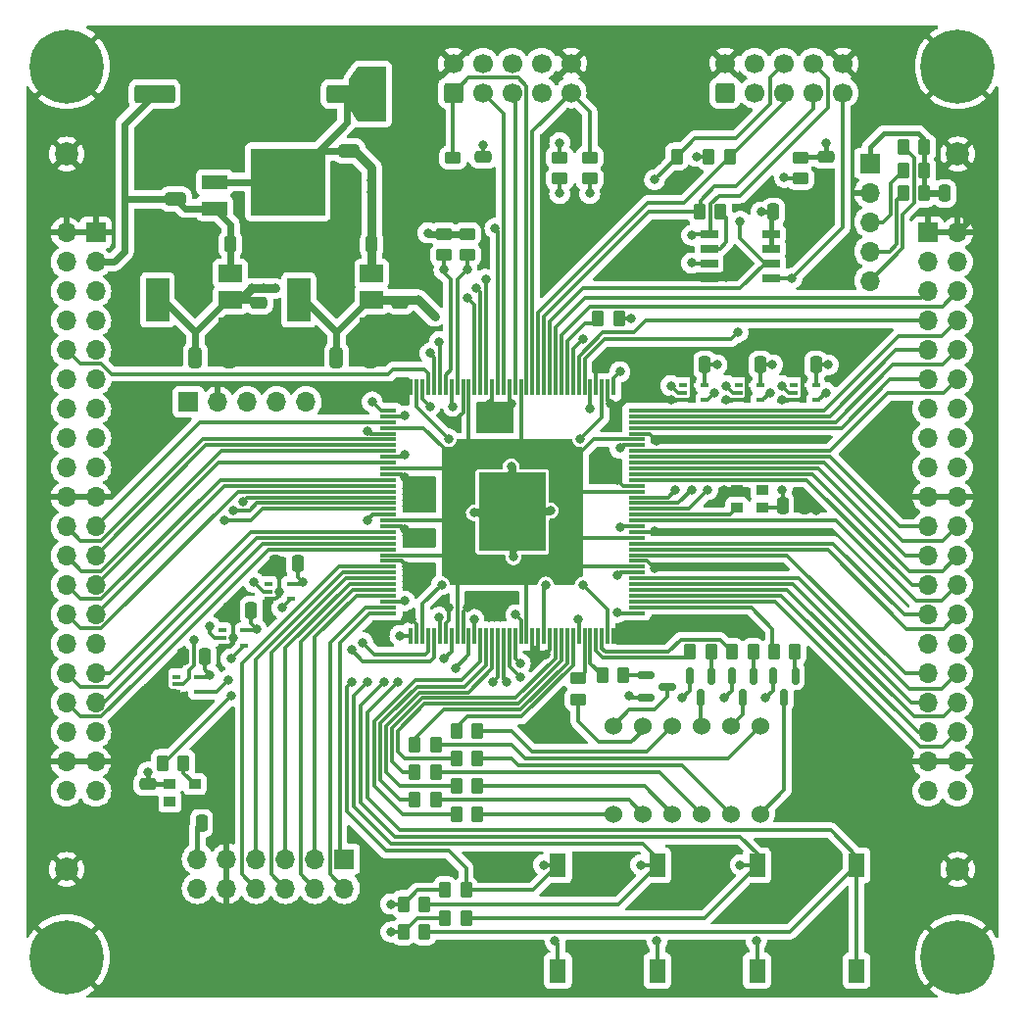
<source format=gtl>
%TF.GenerationSoftware,KiCad,Pcbnew,(6.0.5)*%
%TF.CreationDate,2025-04-13T13:17:39+02:00*%
%TF.ProjectId,LandShark,4c616e64-5368-4617-926b-2e6b69636164,rev?*%
%TF.SameCoordinates,Original*%
%TF.FileFunction,Copper,L1,Top*%
%TF.FilePolarity,Positive*%
%FSLAX46Y46*%
G04 Gerber Fmt 4.6, Leading zero omitted, Abs format (unit mm)*
G04 Created by KiCad (PCBNEW (6.0.5)) date 2025-04-13 13:17:39*
%MOMM*%
%LPD*%
G01*
G04 APERTURE LIST*
G04 Aperture macros list*
%AMRoundRect*
0 Rectangle with rounded corners*
0 $1 Rounding radius*
0 $2 $3 $4 $5 $6 $7 $8 $9 X,Y pos of 4 corners*
0 Add a 4 corners polygon primitive as box body*
4,1,4,$2,$3,$4,$5,$6,$7,$8,$9,$2,$3,0*
0 Add four circle primitives for the rounded corners*
1,1,$1+$1,$2,$3*
1,1,$1+$1,$4,$5*
1,1,$1+$1,$6,$7*
1,1,$1+$1,$8,$9*
0 Add four rect primitives between the rounded corners*
20,1,$1+$1,$2,$3,$4,$5,0*
20,1,$1+$1,$4,$5,$6,$7,0*
20,1,$1+$1,$6,$7,$8,$9,0*
20,1,$1+$1,$8,$9,$2,$3,0*%
G04 Aperture macros list end*
%TA.AperFunction,ComponentPad*%
%ADD10C,2.000000*%
%TD*%
%TA.AperFunction,SMDPad,CuDef*%
%ADD11RoundRect,0.250000X0.250000X0.475000X-0.250000X0.475000X-0.250000X-0.475000X0.250000X-0.475000X0*%
%TD*%
%TA.AperFunction,ComponentPad*%
%ADD12R,1.700000X1.700000*%
%TD*%
%TA.AperFunction,ComponentPad*%
%ADD13O,1.700000X1.700000*%
%TD*%
%TA.AperFunction,ComponentPad*%
%ADD14RoundRect,0.250000X0.600000X-0.600000X0.600000X0.600000X-0.600000X0.600000X-0.600000X-0.600000X0*%
%TD*%
%TA.AperFunction,ComponentPad*%
%ADD15C,1.700000*%
%TD*%
%TA.AperFunction,SMDPad,CuDef*%
%ADD16RoundRect,0.250000X-0.325000X-0.650000X0.325000X-0.650000X0.325000X0.650000X-0.325000X0.650000X0*%
%TD*%
%TA.AperFunction,SMDPad,CuDef*%
%ADD17RoundRect,0.250000X0.650000X-0.325000X0.650000X0.325000X-0.650000X0.325000X-0.650000X-0.325000X0*%
%TD*%
%TA.AperFunction,SMDPad,CuDef*%
%ADD18RoundRect,0.250000X-0.450000X0.262500X-0.450000X-0.262500X0.450000X-0.262500X0.450000X0.262500X0*%
%TD*%
%TA.AperFunction,SMDPad,CuDef*%
%ADD19RoundRect,0.250000X-0.262500X-0.450000X0.262500X-0.450000X0.262500X0.450000X-0.262500X0.450000X0*%
%TD*%
%TA.AperFunction,SMDPad,CuDef*%
%ADD20RoundRect,0.250000X-0.250000X-0.475000X0.250000X-0.475000X0.250000X0.475000X-0.250000X0.475000X0*%
%TD*%
%TA.AperFunction,SMDPad,CuDef*%
%ADD21RoundRect,0.150000X-0.150000X0.587500X-0.150000X-0.587500X0.150000X-0.587500X0.150000X0.587500X0*%
%TD*%
%TA.AperFunction,SMDPad,CuDef*%
%ADD22R,1.400000X2.100000*%
%TD*%
%TA.AperFunction,SMDPad,CuDef*%
%ADD23R,0.650000X0.400000*%
%TD*%
%TA.AperFunction,SMDPad,CuDef*%
%ADD24RoundRect,0.250000X0.262500X0.450000X-0.262500X0.450000X-0.262500X-0.450000X0.262500X-0.450000X0*%
%TD*%
%TA.AperFunction,ComponentPad*%
%ADD25C,6.400000*%
%TD*%
%TA.AperFunction,SMDPad,CuDef*%
%ADD26R,1.000000X0.900000*%
%TD*%
%TA.AperFunction,SMDPad,CuDef*%
%ADD27RoundRect,0.250000X0.450000X-0.262500X0.450000X0.262500X-0.450000X0.262500X-0.450000X-0.262500X0*%
%TD*%
%TA.AperFunction,SMDPad,CuDef*%
%ADD28R,0.300000X1.475000*%
%TD*%
%TA.AperFunction,SMDPad,CuDef*%
%ADD29R,1.475000X0.300000*%
%TD*%
%TA.AperFunction,SMDPad,CuDef*%
%ADD30R,5.765000X6.760000*%
%TD*%
%TA.AperFunction,SMDPad,CuDef*%
%ADD31RoundRect,0.250000X-0.650000X0.325000X-0.650000X-0.325000X0.650000X-0.325000X0.650000X0.325000X0*%
%TD*%
%TA.AperFunction,SMDPad,CuDef*%
%ADD32R,2.200000X1.200000*%
%TD*%
%TA.AperFunction,SMDPad,CuDef*%
%ADD33R,6.400000X5.800000*%
%TD*%
%TA.AperFunction,SMDPad,CuDef*%
%ADD34RoundRect,0.250000X-0.475000X0.250000X-0.475000X-0.250000X0.475000X-0.250000X0.475000X0.250000X0*%
%TD*%
%TA.AperFunction,SMDPad,CuDef*%
%ADD35RoundRect,0.250000X1.500000X0.550000X-1.500000X0.550000X-1.500000X-0.550000X1.500000X-0.550000X0*%
%TD*%
%TA.AperFunction,SMDPad,CuDef*%
%ADD36RoundRect,0.250000X-1.500000X-0.550000X1.500000X-0.550000X1.500000X0.550000X-1.500000X0.550000X0*%
%TD*%
%TA.AperFunction,SMDPad,CuDef*%
%ADD37RoundRect,0.150000X-0.587500X-0.150000X0.587500X-0.150000X0.587500X0.150000X-0.587500X0.150000X0*%
%TD*%
%TA.AperFunction,ComponentPad*%
%ADD38C,1.524000*%
%TD*%
%TA.AperFunction,SMDPad,CuDef*%
%ADD39R,2.000000X1.500000*%
%TD*%
%TA.AperFunction,SMDPad,CuDef*%
%ADD40R,2.000000X3.800000*%
%TD*%
%TA.AperFunction,SMDPad,CuDef*%
%ADD41R,1.500000X0.650000*%
%TD*%
%TA.AperFunction,ViaPad*%
%ADD42C,0.800000*%
%TD*%
%TA.AperFunction,Conductor*%
%ADD43C,0.300000*%
%TD*%
%TA.AperFunction,Conductor*%
%ADD44C,0.600000*%
%TD*%
%TA.AperFunction,Conductor*%
%ADD45C,0.400000*%
%TD*%
%TA.AperFunction,Conductor*%
%ADD46C,0.800000*%
%TD*%
G04 APERTURE END LIST*
D10*
%TO.P,TP2,1,1*%
%TO.N,GND*%
X173000000Y-69600000D03*
%TD*%
D11*
%TO.P,C15,1*%
%TO.N,+3V3*%
X111950000Y-109000000D03*
%TO.P,C15,2*%
%TO.N,GND*%
X110050000Y-109000000D03*
%TD*%
D12*
%TO.P,J2,1,Pin_1*%
%TO.N,GND*%
X170420000Y-76370000D03*
D13*
%TO.P,J2,2,Pin_2*%
X172960000Y-76370000D03*
%TO.P,J2,3,Pin_3*%
%TO.N,+5V*%
X170420000Y-78910000D03*
%TO.P,J2,4,Pin_4*%
X172960000Y-78910000D03*
%TO.P,J2,5,Pin_5*%
%TO.N,/X1_H*%
X170420000Y-81450000D03*
%TO.P,J2,6,Pin_6*%
%TO.N,/X1_L*%
X172960000Y-81450000D03*
%TO.P,J2,7,Pin_7*%
%TO.N,/X2_H*%
X170420000Y-83990000D03*
%TO.P,J2,8,Pin_8*%
%TO.N,/X2_L*%
X172960000Y-83990000D03*
%TO.P,J2,9,Pin_9*%
%TO.N,/Y1_H*%
X170420000Y-86530000D03*
%TO.P,J2,10,Pin_10*%
%TO.N,/Y1_L*%
X172960000Y-86530000D03*
%TO.P,J2,11,Pin_11*%
%TO.N,/Y2_H*%
X170420000Y-89070000D03*
%TO.P,J2,12,Pin_12*%
%TO.N,/Y2_L*%
X172960000Y-89070000D03*
%TO.P,J2,13,Pin_13*%
%TO.N,/SPI2_MOSI*%
X170420000Y-91610000D03*
%TO.P,J2,14,Pin_14*%
%TO.N,/SPI2_MISO*%
X172960000Y-91610000D03*
%TO.P,J2,15,Pin_15*%
%TO.N,/SPI2_SCK*%
X170420000Y-94150000D03*
%TO.P,J2,16,Pin_16*%
%TO.N,/SPI2_NCS*%
X172960000Y-94150000D03*
%TO.P,J2,17,Pin_17*%
%TO.N,/I2C2_SDA*%
X170420000Y-96690000D03*
%TO.P,J2,18,Pin_18*%
%TO.N,/I2C2_SCL*%
X172960000Y-96690000D03*
%TO.P,J2,19,Pin_19*%
%TO.N,GND*%
X170420000Y-99230000D03*
%TO.P,J2,20,Pin_20*%
X172960000Y-99230000D03*
%TO.P,J2,21,Pin_21*%
%TO.N,/I_X1*%
X170420000Y-101770000D03*
%TO.P,J2,22,Pin_22*%
%TO.N,/I_X2*%
X172960000Y-101770000D03*
%TO.P,J2,23,Pin_23*%
%TO.N,/I_Y1*%
X170420000Y-104310000D03*
%TO.P,J2,24,Pin_24*%
%TO.N,/I_Y2*%
X172960000Y-104310000D03*
%TO.P,J2,25,Pin_25*%
%TO.N,/V_X1*%
X170420000Y-106850000D03*
%TO.P,J2,26,Pin_26*%
%TO.N,/V_X2*%
X172960000Y-106850000D03*
%TO.P,J2,27,Pin_27*%
%TO.N,/V_Y1*%
X170420000Y-109390000D03*
%TO.P,J2,28,Pin_28*%
%TO.N,/V_Y2*%
X172960000Y-109390000D03*
%TO.P,J2,29,Pin_29*%
%TO.N,/V_VM*%
X170420000Y-111930000D03*
%TO.P,J2,30,Pin_30*%
%TO.N,/V_DRV*%
X172960000Y-111930000D03*
%TO.P,J2,31,Pin_31*%
%TO.N,/PS_GPIO0*%
X170420000Y-114470000D03*
%TO.P,J2,32,Pin_32*%
%TO.N,/PS_GPIO1*%
X172960000Y-114470000D03*
%TO.P,J2,33,Pin_33*%
%TO.N,/PS_GPIO2*%
X170420000Y-117010000D03*
%TO.P,J2,34,Pin_34*%
%TO.N,/PS_GPIO3*%
X172960000Y-117010000D03*
%TO.P,J2,35,Pin_35*%
%TO.N,/PS_GPIO4*%
X170420000Y-119550000D03*
%TO.P,J2,36,Pin_36*%
%TO.N,/PS_GPIO5*%
X172960000Y-119550000D03*
%TO.P,J2,37,Pin_37*%
%TO.N,GND*%
X170420000Y-122090000D03*
%TO.P,J2,38,Pin_38*%
X172960000Y-122090000D03*
%TO.P,J2,39,Pin_39*%
%TO.N,/VM*%
X170420000Y-124630000D03*
%TO.P,J2,40,Pin_40*%
X172960000Y-124630000D03*
%TD*%
D10*
%TO.P,TP3,1,1*%
%TO.N,GND*%
X96000000Y-131400000D03*
%TD*%
D14*
%TO.P,J4,1,Pin_1*%
%TO.N,/TCK*%
X129420000Y-64300000D03*
D15*
%TO.P,J4,2,Pin_2*%
%TO.N,GND*%
X129420000Y-61760000D03*
%TO.P,J4,3,Pin_3*%
%TO.N,/TDO*%
X131960000Y-64300000D03*
%TO.P,J4,4,Pin_4*%
%TO.N,+2V5*%
X131960000Y-61760000D03*
%TO.P,J4,5,Pin_5*%
%TO.N,/TMS*%
X134500000Y-64300000D03*
%TO.P,J4,6,Pin_6*%
%TO.N,unconnected-(J4-Pad6)*%
X134500000Y-61760000D03*
%TO.P,J4,7,Pin_7*%
%TO.N,unconnected-(J4-Pad7)*%
X137040000Y-64300000D03*
%TO.P,J4,8,Pin_8*%
%TO.N,unconnected-(J4-Pad8)*%
X137040000Y-61760000D03*
%TO.P,J4,9,Pin_9*%
%TO.N,/TDI*%
X139580000Y-64300000D03*
%TO.P,J4,10,Pin_10*%
%TO.N,GND*%
X139580000Y-61760000D03*
%TD*%
D16*
%TO.P,C8,1*%
%TO.N,+2V5*%
X107125000Y-87200000D03*
%TO.P,C8,2*%
%TO.N,GND*%
X110075000Y-87200000D03*
%TD*%
D17*
%TO.P,C4,1*%
%TO.N,+5V*%
X105400000Y-73475000D03*
%TO.P,C4,2*%
%TO.N,GND*%
X105400000Y-70525000D03*
%TD*%
D18*
%TO.P,R13,1*%
%TO.N,+3V3*%
X130600000Y-76487500D03*
%TO.P,R13,2*%
%TO.N,/I2C1_SDA*%
X130600000Y-78312500D03*
%TD*%
D19*
%TO.P,R32,1*%
%TO.N,Net-(J7-Pad5)*%
X168287500Y-69000000D03*
%TO.P,R32,2*%
%TO.N,+5V*%
X170112500Y-69000000D03*
%TD*%
%TO.P,R24,1*%
%TO.N,/AN3*%
X153487500Y-112600000D03*
%TO.P,R24,2*%
%TO.N,Net-(Q2-Pad1)*%
X155312500Y-112600000D03*
%TD*%
D20*
%TO.P,C40,1*%
%TO.N,+3V3*%
X157850000Y-100000000D03*
%TO.P,C40,2*%
%TO.N,GND*%
X159750000Y-100000000D03*
%TD*%
%TO.P,C44,1*%
%TO.N,+3V3*%
X107650000Y-127400000D03*
%TO.P,C44,2*%
%TO.N,GND*%
X109550000Y-127400000D03*
%TD*%
D21*
%TO.P,Q1,1,B*%
%TO.N,Net-(Q1-Pad1)*%
X158950000Y-114662500D03*
%TO.P,Q1,2,E*%
%TO.N,+3V3*%
X157050000Y-114662500D03*
%TO.P,Q1,3,C*%
%TO.N,Net-(Q1-Pad3)*%
X158000000Y-116537500D03*
%TD*%
D22*
%TO.P,S4,1,1*%
%TO.N,/BTN0*%
X164250000Y-131050000D03*
%TO.P,S4,2,2*%
X164250000Y-140150000D03*
%TO.P,S4,3,3*%
%TO.N,GND*%
X159750000Y-131050000D03*
%TO.P,S4,4,4*%
X159750000Y-140150000D03*
%TD*%
D23*
%TO.P,U10,1*%
%TO.N,N/C*%
X158850000Y-89550000D03*
%TO.P,U10,2*%
%TO.N,Net-(J7-Pad5)*%
X158850000Y-90200000D03*
%TO.P,U10,3,GND*%
%TO.N,GND*%
X158850000Y-90850000D03*
%TO.P,U10,4*%
%TO.N,/ENC_W*%
X160750000Y-90850000D03*
%TO.P,U10,5,VCC*%
%TO.N,+3V3*%
X160750000Y-89550000D03*
%TD*%
D24*
%TO.P,R30,1*%
%TO.N,+5V*%
X170112500Y-73000000D03*
%TO.P,R30,2*%
%TO.N,Net-(J7-Pad4)*%
X168287500Y-73000000D03*
%TD*%
D11*
%TO.P,C14,1*%
%TO.N,+3V3*%
X107950000Y-113000000D03*
%TO.P,C14,2*%
%TO.N,GND*%
X106050000Y-113000000D03*
%TD*%
D19*
%TO.P,R4,1*%
%TO.N,+3V3*%
X128687500Y-135600000D03*
%TO.P,R4,2*%
%TO.N,/BTN1*%
X130512500Y-135600000D03*
%TD*%
D10*
%TO.P,TP1,1,1*%
%TO.N,GND*%
X96000000Y-69600000D03*
%TD*%
D25*
%TO.P,H3,1,1*%
%TO.N,GND*%
X96000000Y-139000000D03*
%TD*%
D19*
%TO.P,R25,1*%
%TO.N,/AN2*%
X149887500Y-112600000D03*
%TO.P,R25,2*%
%TO.N,Net-(Q3-Pad1)*%
X151712500Y-112600000D03*
%TD*%
D11*
%TO.P,C6,1*%
%TO.N,+3V3*%
X122350000Y-77400000D03*
%TO.P,C6,2*%
%TO.N,GND*%
X120450000Y-77400000D03*
%TD*%
D26*
%TO.P,X1,1,EN*%
%TO.N,unconnected-(X1-Pad1)*%
X156075000Y-98625000D03*
%TO.P,X1,2,GND*%
%TO.N,GND*%
X153925000Y-98625000D03*
%TO.P,X1,3,OUT*%
%TO.N,/CLK_50*%
X153925000Y-100175000D03*
%TO.P,X1,4,V+*%
%TO.N,+3V3*%
X156075000Y-100175000D03*
%TD*%
D23*
%TO.P,U7,1*%
%TO.N,N/C*%
X113450000Y-106750000D03*
%TO.P,U7,2*%
%TO.N,Net-(J6-Pad5)*%
X113450000Y-107400000D03*
%TO.P,U7,3,GND*%
%TO.N,GND*%
X113450000Y-108050000D03*
%TO.P,U7,4*%
%TO.N,/ENC_Z*%
X115350000Y-108050000D03*
%TO.P,U7,5,VCC*%
%TO.N,+3V3*%
X115350000Y-106750000D03*
%TD*%
D22*
%TO.P,S3,1,1*%
%TO.N,/BTN1*%
X155650000Y-131050000D03*
%TO.P,S3,2,2*%
X155650000Y-140150000D03*
%TO.P,S3,3,3*%
%TO.N,GND*%
X151150000Y-131050000D03*
%TO.P,S3,4,4*%
X151150000Y-140150000D03*
%TD*%
D23*
%TO.P,U5,1*%
%TO.N,N/C*%
X105450000Y-114750000D03*
%TO.P,U5,2*%
%TO.N,Net-(J6-Pad3)*%
X105450000Y-115400000D03*
%TO.P,U5,3,GND*%
%TO.N,GND*%
X105450000Y-116050000D03*
%TO.P,U5,4*%
%TO.N,/ENC_A*%
X107350000Y-116050000D03*
%TO.P,U5,5,VCC*%
%TO.N,+3V3*%
X107350000Y-114750000D03*
%TD*%
D22*
%TO.P,S1,1,1*%
%TO.N,/BTN3*%
X138450000Y-131050000D03*
%TO.P,S1,2,2*%
X138450000Y-140150000D03*
%TO.P,S1,3,3*%
%TO.N,GND*%
X133950000Y-131050000D03*
%TO.P,S1,4,4*%
X133950000Y-140150000D03*
%TD*%
D20*
%TO.P,C13,1*%
%TO.N,+3V3*%
X157050000Y-74600000D03*
%TO.P,C13,2*%
%TO.N,GND*%
X158950000Y-74600000D03*
%TD*%
D19*
%TO.P,R19,1*%
%TO.N,/SEG_E*%
X129687500Y-126600000D03*
%TO.P,R19,2*%
%TO.N,Net-(R19-Pad2)*%
X131512500Y-126600000D03*
%TD*%
D27*
%TO.P,R12,1*%
%TO.N,GND*%
X129400000Y-71712500D03*
%TO.P,R12,2*%
%TO.N,/TCK*%
X129400000Y-69887500D03*
%TD*%
D21*
%TO.P,Q3,1,B*%
%TO.N,Net-(Q3-Pad1)*%
X151750000Y-114662500D03*
%TO.P,Q3,2,E*%
%TO.N,+3V3*%
X149850000Y-114662500D03*
%TO.P,Q3,3,C*%
%TO.N,Net-(Q3-Pad3)*%
X150800000Y-116537500D03*
%TD*%
D19*
%TO.P,R22,1*%
%TO.N,/SEG_DP*%
X129687500Y-124200000D03*
%TO.P,R22,2*%
%TO.N,Net-(R22-Pad2)*%
X131512500Y-124200000D03*
%TD*%
D25*
%TO.P,H4,1,1*%
%TO.N,GND*%
X173000000Y-139000000D03*
%TD*%
D22*
%TO.P,S2,1,1*%
%TO.N,/BTN2*%
X147050000Y-131050000D03*
%TO.P,S2,2,2*%
X147050000Y-140150000D03*
%TO.P,S2,3,3*%
%TO.N,GND*%
X142550000Y-131050000D03*
%TO.P,S2,4,4*%
X142550000Y-140150000D03*
%TD*%
D18*
%TO.P,R11,1*%
%TO.N,/TMS*%
X138600000Y-69887500D03*
%TO.P,R11,2*%
%TO.N,+2V5*%
X138600000Y-71712500D03*
%TD*%
D11*
%TO.P,C18,1*%
%TO.N,+3V3*%
X155950000Y-87800000D03*
%TO.P,C18,2*%
%TO.N,GND*%
X154050000Y-87800000D03*
%TD*%
D25*
%TO.P,H2,1,1*%
%TO.N,GND*%
X173000000Y-62000000D03*
%TD*%
D19*
%TO.P,R5,1*%
%TO.N,+3V3*%
X125087500Y-136800000D03*
%TO.P,R5,2*%
%TO.N,/BTN0*%
X126912500Y-136800000D03*
%TD*%
%TO.P,R9,1*%
%TO.N,GND*%
X146887500Y-69800000D03*
%TO.P,R9,2*%
%TO.N,/nCE*%
X148712500Y-69800000D03*
%TD*%
%TO.P,R21,1*%
%TO.N,/SEG_G*%
X129687500Y-121800000D03*
%TO.P,R21,2*%
%TO.N,Net-(R21-Pad2)*%
X131512500Y-121800000D03*
%TD*%
%TO.P,R28,1*%
%TO.N,Net-(J7-Pad3)*%
X168287500Y-71000000D03*
%TO.P,R28,2*%
%TO.N,+5V*%
X170112500Y-71000000D03*
%TD*%
%TO.P,R3,1*%
%TO.N,+3V3*%
X125087500Y-134400000D03*
%TO.P,R3,2*%
%TO.N,/BTN2*%
X126912500Y-134400000D03*
%TD*%
D12*
%TO.P,J6,1,Pin_1*%
%TO.N,+5V*%
X106525000Y-91000000D03*
D13*
%TO.P,J6,2,Pin_2*%
%TO.N,GND*%
X109065000Y-91000000D03*
%TO.P,J6,3,Pin_3*%
%TO.N,Net-(J6-Pad3)*%
X111605000Y-91000000D03*
%TO.P,J6,4,Pin_4*%
%TO.N,Net-(J6-Pad4)*%
X114145000Y-91000000D03*
%TO.P,J6,5,Pin_5*%
%TO.N,Net-(J6-Pad5)*%
X116685000Y-91000000D03*
%TD*%
D12*
%TO.P,J1,1,Pin_1*%
%TO.N,GND*%
X98500000Y-76370000D03*
D13*
%TO.P,J1,2,Pin_2*%
X95960000Y-76370000D03*
%TO.P,J1,3,Pin_3*%
%TO.N,+5V*%
X98500000Y-78910000D03*
%TO.P,J1,4,Pin_4*%
X95960000Y-78910000D03*
%TO.P,J1,5,Pin_5*%
%TO.N,/I2C1_SDA*%
X98500000Y-81450000D03*
%TO.P,J1,6,Pin_6*%
%TO.N,/I2C1_SCL*%
X95960000Y-81450000D03*
%TO.P,J1,7,Pin_7*%
%TO.N,/UART1_RX*%
X98500000Y-83990000D03*
%TO.P,J1,8,Pin_8*%
%TO.N,/UART1_TX*%
X95960000Y-83990000D03*
%TO.P,J1,9,Pin_9*%
%TO.N,/SPI1_MOSI*%
X98500000Y-86530000D03*
%TO.P,J1,10,Pin_10*%
%TO.N,/SPI1_MISO*%
X95960000Y-86530000D03*
%TO.P,J1,11,Pin_11*%
%TO.N,/SPI1_SCK*%
X98500000Y-89070000D03*
%TO.P,J1,12,Pin_12*%
%TO.N,/SPI1_NCS*%
X95960000Y-89070000D03*
%TO.P,J1,13,Pin_13*%
%TO.N,/SPI2_MOSI*%
X98500000Y-91610000D03*
%TO.P,J1,14,Pin_14*%
%TO.N,/SPI2_MISO*%
X95960000Y-91610000D03*
%TO.P,J1,15,Pin_15*%
%TO.N,/SPI2_SCK*%
X98500000Y-94150000D03*
%TO.P,J1,16,Pin_16*%
%TO.N,/SPI2_NCS*%
X95960000Y-94150000D03*
%TO.P,J1,17,Pin_17*%
%TO.N,/I2C2_SDA*%
X98500000Y-96690000D03*
%TO.P,J1,18,Pin_18*%
%TO.N,/I2C2_SCL*%
X95960000Y-96690000D03*
%TO.P,J1,19,Pin_19*%
%TO.N,GND*%
X98500000Y-99230000D03*
%TO.P,J1,20,Pin_20*%
X95960000Y-99230000D03*
%TO.P,J1,21,Pin_21*%
%TO.N,/ADC0*%
X98500000Y-101770000D03*
%TO.P,J1,22,Pin_22*%
%TO.N,/ADC1*%
X95960000Y-101770000D03*
%TO.P,J1,23,Pin_23*%
%TO.N,/ADC2*%
X98500000Y-104310000D03*
%TO.P,J1,24,Pin_24*%
%TO.N,/ADC3*%
X95960000Y-104310000D03*
%TO.P,J1,25,Pin_25*%
%TO.N,/ADC4*%
X98500000Y-106850000D03*
%TO.P,J1,26,Pin_26*%
%TO.N,/ADC5*%
X95960000Y-106850000D03*
%TO.P,J1,27,Pin_27*%
%TO.N,/ADC6*%
X98500000Y-109390000D03*
%TO.P,J1,28,Pin_28*%
%TO.N,/ADC7*%
X95960000Y-109390000D03*
%TO.P,J1,29,Pin_29*%
%TO.N,/V_VM*%
X98500000Y-111930000D03*
%TO.P,J1,30,Pin_30*%
%TO.N,/V_DRV*%
X95960000Y-111930000D03*
%TO.P,J1,31,Pin_31*%
%TO.N,/MCU_GPIO0*%
X98500000Y-114470000D03*
%TO.P,J1,32,Pin_32*%
%TO.N,/MCU_GPIO1*%
X95960000Y-114470000D03*
%TO.P,J1,33,Pin_33*%
%TO.N,/MCU_GPIO2*%
X98500000Y-117010000D03*
%TO.P,J1,34,Pin_34*%
%TO.N,/MCU_GPIO3*%
X95960000Y-117010000D03*
%TO.P,J1,35,Pin_35*%
%TO.N,unconnected-(J1-Pad35)*%
X98500000Y-119550000D03*
%TO.P,J1,36,Pin_36*%
%TO.N,unconnected-(J1-Pad36)*%
X95960000Y-119550000D03*
%TO.P,J1,37,Pin_37*%
%TO.N,GND*%
X98500000Y-122090000D03*
%TO.P,J1,38,Pin_38*%
X95960000Y-122090000D03*
%TO.P,J1,39,Pin_39*%
%TO.N,/VM*%
X98500000Y-124630000D03*
%TO.P,J1,40,Pin_40*%
X95960000Y-124630000D03*
%TD*%
D28*
%TO.P,IC1,1,VCCD_PLL3*%
%TO.N,Net-(IC1-Pad1)*%
X143250000Y-89762000D03*
%TO.P,IC1,2,GNDA3*%
%TO.N,GND*%
X142750000Y-89762000D03*
%TO.P,IC1,3,VCCA3*%
%TO.N,+2V5*%
X142250000Y-89762000D03*
%TO.P,IC1,4,GND_1*%
%TO.N,GND*%
X141750000Y-89762000D03*
%TO.P,IC1,5,VCCINT_1*%
%TO.N,+1V2*%
X141250000Y-89762000D03*
%TO.P,IC1,6,IO_1*%
%TO.N,/ASDO*%
X140750000Y-89762000D03*
%TO.P,IC1,7,IO_2*%
%TO.N,/X2_H*%
X140250000Y-89762000D03*
%TO.P,IC1,8,IO_3*%
%TO.N,/nCSO*%
X139750000Y-89762000D03*
%TO.P,IC1,9,NSTATUS*%
%TO.N,/nSTATUS*%
X139250000Y-89762000D03*
%TO.P,IC1,10,IO_4*%
%TO.N,/X1_L*%
X138750000Y-89762000D03*
%TO.P,IC1,11,IO_5*%
%TO.N,/X1_H*%
X138250000Y-89762000D03*
%TO.P,IC1,12,DCLK*%
%TO.N,/DCLK*%
X137750000Y-89762000D03*
%TO.P,IC1,13,IO_6*%
%TO.N,/DATA0*%
X137250000Y-89762000D03*
%TO.P,IC1,14,NCONFIG*%
%TO.N,/nCONFIG*%
X136750000Y-89762000D03*
%TO.P,IC1,15,TDI*%
%TO.N,/TDI*%
X136250000Y-89762000D03*
%TO.P,IC1,16,TCK*%
%TO.N,/TCK*%
X135750000Y-89762000D03*
%TO.P,IC1,17,VCCIO1*%
%TO.N,+3V3*%
X135250000Y-89762000D03*
%TO.P,IC1,18,TMS*%
%TO.N,/TMS*%
X134750000Y-89762000D03*
%TO.P,IC1,19,GND_2*%
%TO.N,GND*%
X134250000Y-89762000D03*
%TO.P,IC1,20,TDO*%
%TO.N,/TDO*%
X133750000Y-89762000D03*
%TO.P,IC1,21,NCE*%
%TO.N,/nCE*%
X133250000Y-89762000D03*
%TO.P,IC1,22,GND_3*%
%TO.N,GND*%
X132750000Y-89762000D03*
%TO.P,IC1,23,CLK1*%
%TO.N,/ENC_A*%
X132250000Y-89762000D03*
%TO.P,IC1,24,CLK2*%
%TO.N,/ENC_B*%
X131750000Y-89762000D03*
%TO.P,IC1,25,CLK3*%
%TO.N,/ENC_Z*%
X131250000Y-89762000D03*
%TO.P,IC1,26,VCCIO2*%
%TO.N,+3V3*%
X130750000Y-89762000D03*
%TO.P,IC1,27,GND_4*%
%TO.N,GND*%
X130250000Y-89762000D03*
%TO.P,IC1,28,IO_7*%
%TO.N,/I2C1_SDA*%
X129750000Y-89762000D03*
%TO.P,IC1,29,VCCINT_2*%
%TO.N,+1V2*%
X129250000Y-89762000D03*
%TO.P,IC1,30,IO_8*%
%TO.N,/I2C1_SCL*%
X128750000Y-89762000D03*
%TO.P,IC1,31,IO_9*%
%TO.N,/UART1_RX*%
X128250000Y-89762000D03*
%TO.P,IC1,32,IO_10*%
%TO.N,/UART1_TX*%
X127750000Y-89762000D03*
%TO.P,IC1,33,IO_11*%
%TO.N,/SPI1_MISO*%
X127250000Y-89762000D03*
%TO.P,IC1,34,VCCINT_3*%
%TO.N,+1V2*%
X126750000Y-89762000D03*
%TO.P,IC1,35,VCCA1*%
%TO.N,+2V5*%
X126250000Y-89762000D03*
%TO.P,IC1,36,GNDA1*%
%TO.N,GND*%
X125750000Y-89762000D03*
D29*
%TO.P,IC1,37,VCCD_PLL1*%
%TO.N,Net-(IC1-Pad37)*%
X123762000Y-91750000D03*
%TO.P,IC1,38,VCCINT_4*%
%TO.N,+1V2*%
X123762000Y-92250000D03*
%TO.P,IC1,39,IO_12*%
%TO.N,/ADC0*%
X123762000Y-92750000D03*
%TO.P,IC1,40,VCCIO3_1*%
%TO.N,+3V3*%
X123762000Y-93250000D03*
%TO.P,IC1,41,GND_5*%
%TO.N,GND*%
X123762000Y-93750000D03*
%TO.P,IC1,42,IO_13*%
%TO.N,/ADC1*%
X123762000Y-94250000D03*
%TO.P,IC1,43,IO_14*%
%TO.N,/ADC2*%
X123762000Y-94750000D03*
%TO.P,IC1,44,IO_15*%
%TO.N,/ADC3*%
X123762000Y-95250000D03*
%TO.P,IC1,45,VCCINT_5*%
%TO.N,+1V2*%
X123762000Y-95750000D03*
%TO.P,IC1,46,IO_16*%
%TO.N,/ADC4*%
X123762000Y-96250000D03*
%TO.P,IC1,47,VCCIO3_2*%
%TO.N,+3V3*%
X123762000Y-96750000D03*
%TO.P,IC1,48,GND_6*%
%TO.N,GND*%
X123762000Y-97250000D03*
%TO.P,IC1,49,IO_17*%
%TO.N,/ADC5*%
X123762000Y-97750000D03*
%TO.P,IC1,50,IO_18*%
%TO.N,/ADC6*%
X123762000Y-98250000D03*
%TO.P,IC1,51,IO_19*%
%TO.N,/ADC7*%
X123762000Y-98750000D03*
%TO.P,IC1,52,CLK15*%
%TO.N,/SPI1_MOSI*%
X123762000Y-99250000D03*
%TO.P,IC1,53,CLK14*%
%TO.N,/SPI1_SCK*%
X123762000Y-99750000D03*
%TO.P,IC1,54,CLK13*%
%TO.N,/SPI1_NCS*%
X123762000Y-100250000D03*
%TO.P,IC1,55,CLK12*%
%TO.N,/CLK_32*%
X123762000Y-100750000D03*
%TO.P,IC1,56,VCCIO4_1*%
%TO.N,+3V3*%
X123762000Y-101250000D03*
%TO.P,IC1,57,GND_7*%
%TO.N,GND*%
X123762000Y-101750000D03*
%TO.P,IC1,58,IO_20*%
%TO.N,/MCU_GPIO0*%
X123762000Y-102250000D03*
%TO.P,IC1,59,IO_21*%
%TO.N,/MCU_GPIO1*%
X123762000Y-102750000D03*
%TO.P,IC1,60,IO_22*%
%TO.N,/MCU_GPIO2*%
X123762000Y-103250000D03*
%TO.P,IC1,61,IO_23*%
%TO.N,/MCU_GPIO3*%
X123762000Y-103750000D03*
%TO.P,IC1,62,VCCIO4_2*%
%TO.N,+3V3*%
X123762000Y-104250000D03*
%TO.P,IC1,63,GND_8*%
%TO.N,GND*%
X123762000Y-104750000D03*
%TO.P,IC1,64,IO_24*%
%TO.N,/PMOD_7*%
X123762000Y-105250000D03*
%TO.P,IC1,65,IO_25*%
%TO.N,/PMOD_3*%
X123762000Y-105750000D03*
%TO.P,IC1,66,IO_26*%
%TO.N,/PMOD_6*%
X123762000Y-106250000D03*
%TO.P,IC1,67,IO_27*%
%TO.N,/PMOD_2*%
X123762000Y-106750000D03*
%TO.P,IC1,68,IO_28*%
%TO.N,/PMOD_5*%
X123762000Y-107250000D03*
%TO.P,IC1,69,IO_29*%
%TO.N,/PMOD_1*%
X123762000Y-107750000D03*
%TO.P,IC1,70,VCCINT_6*%
%TO.N,+1V2*%
X123762000Y-108250000D03*
%TO.P,IC1,71,IO_30*%
%TO.N,/PMOD_4*%
X123762000Y-108750000D03*
%TO.P,IC1,72,IO_31*%
%TO.N,/PMOD_0*%
X123762000Y-109250000D03*
D28*
%TO.P,IC1,73,VCCD_PLL4*%
%TO.N,Net-(IC1-Pad73)*%
X125750000Y-111238000D03*
%TO.P,IC1,74,GNDA4*%
%TO.N,GND*%
X126250000Y-111238000D03*
%TO.P,IC1,75,VCCA4*%
%TO.N,+2V5*%
X126750000Y-111238000D03*
%TO.P,IC1,76,IO_32*%
%TO.N,/RES1*%
X127250000Y-111238000D03*
%TO.P,IC1,77,IO_33*%
%TO.N,/RES2*%
X127750000Y-111238000D03*
%TO.P,IC1,78,VCCINT_7*%
%TO.N,+1V2*%
X128250000Y-111238000D03*
%TO.P,IC1,79,GND_9*%
%TO.N,GND*%
X128750000Y-111238000D03*
%TO.P,IC1,80,IO_34*%
%TO.N,/RES3*%
X129250000Y-111238000D03*
%TO.P,IC1,81,VCCIO5*%
%TO.N,+3V3*%
X129750000Y-111238000D03*
%TO.P,IC1,82,GND_10*%
%TO.N,GND*%
X130250000Y-111238000D03*
%TO.P,IC1,83,IO_35*%
%TO.N,/RES4*%
X130750000Y-111238000D03*
%TO.P,IC1,84,VCCINT_8*%
%TO.N,+1V2*%
X131250000Y-111238000D03*
%TO.P,IC1,85,IO_36*%
%TO.N,/SEG_E*%
X131750000Y-111238000D03*
%TO.P,IC1,86,IO_37*%
%TO.N,/SEG_D*%
X132250000Y-111238000D03*
%TO.P,IC1,87,IO_38*%
%TO.N,/SEG_DP*%
X132750000Y-111238000D03*
%TO.P,IC1,88,CLK7*%
%TO.N,/BTN3*%
X133250000Y-111238000D03*
%TO.P,IC1,89,CLK6*%
%TO.N,/BTN2*%
X133750000Y-111238000D03*
%TO.P,IC1,90,CLK5*%
%TO.N,/BTN1*%
X134250000Y-111238000D03*
%TO.P,IC1,91,CLK4*%
%TO.N,/BTN0*%
X134750000Y-111238000D03*
%TO.P,IC1,92,CONF_DONE*%
%TO.N,/CONF_DONE*%
X135250000Y-111238000D03*
%TO.P,IC1,93,VCCIO6*%
%TO.N,+3V3*%
X135750000Y-111238000D03*
%TO.P,IC1,94,MSEL0*%
%TO.N,GND*%
X136250000Y-111238000D03*
%TO.P,IC1,95,GND_11*%
X136750000Y-111238000D03*
%TO.P,IC1,96,MSEL1*%
%TO.N,+2V5*%
X137250000Y-111238000D03*
%TO.P,IC1,97,MSEL2*%
%TO.N,GND*%
X137750000Y-111238000D03*
%TO.P,IC1,98,IO_39*%
%TO.N,/SEG_C*%
X138250000Y-111238000D03*
%TO.P,IC1,99,IO_40*%
%TO.N,/SEG_G*%
X138750000Y-111238000D03*
%TO.P,IC1,100,IO_41*%
%TO.N,/SEG_B*%
X139250000Y-111238000D03*
%TO.P,IC1,101,IO_42*%
%TO.N,/SEG_F*%
X139750000Y-111238000D03*
%TO.P,IC1,102,VCCINT_9*%
%TO.N,+1V2*%
X140250000Y-111238000D03*
%TO.P,IC1,103,IO_43*%
%TO.N,/SEG_A*%
X140750000Y-111238000D03*
%TO.P,IC1,104,IO_44*%
%TO.N,/AN1*%
X141250000Y-111238000D03*
%TO.P,IC1,105,IO_45*%
%TO.N,/AN2*%
X141750000Y-111238000D03*
%TO.P,IC1,106,IO_46*%
%TO.N,/AN3*%
X142250000Y-111238000D03*
%TO.P,IC1,107,VCCA2*%
%TO.N,+2V5*%
X142750000Y-111238000D03*
%TO.P,IC1,108,GNDA2*%
%TO.N,GND*%
X143250000Y-111238000D03*
D29*
%TO.P,IC1,109,VCCD_PLL2*%
%TO.N,Net-(IC1-Pad109)*%
X145238000Y-109250000D03*
%TO.P,IC1,110,IO_47*%
%TO.N,/AN4*%
X145238000Y-108750000D03*
%TO.P,IC1,111,IO_48*%
%TO.N,/PS_GPIO5*%
X145238000Y-108250000D03*
%TO.P,IC1,112,IO_49*%
%TO.N,/PS_GPIO4*%
X145238000Y-107750000D03*
%TO.P,IC1,113,IO_50*%
%TO.N,/PS_GPIO3*%
X145238000Y-107250000D03*
%TO.P,IC1,114,IO_51*%
%TO.N,/PS_GPIO2*%
X145238000Y-106750000D03*
%TO.P,IC1,115,IO_52*%
%TO.N,/PS_GPIO1*%
X145238000Y-106250000D03*
%TO.P,IC1,116,VCCINT_10*%
%TO.N,+1V2*%
X145238000Y-105750000D03*
%TO.P,IC1,117,VCCIO7_1*%
%TO.N,+3V3*%
X145238000Y-105250000D03*
%TO.P,IC1,118,GND_12*%
%TO.N,GND*%
X145238000Y-104750000D03*
%TO.P,IC1,119,IO_53*%
%TO.N,/PS_GPIO0*%
X145238000Y-104250000D03*
%TO.P,IC1,120,IO_54*%
%TO.N,/V_Y2*%
X145238000Y-103750000D03*
%TO.P,IC1,121,IO_55*%
%TO.N,/V_Y1*%
X145238000Y-103250000D03*
%TO.P,IC1,122,VCCIO7_2*%
%TO.N,+3V3*%
X145238000Y-102750000D03*
%TO.P,IC1,123,GND_13*%
%TO.N,GND*%
X145238000Y-102250000D03*
%TO.P,IC1,124,VCCINT_11*%
%TO.N,+1V2*%
X145238000Y-101750000D03*
%TO.P,IC1,125,IO_56*%
%TO.N,/V_X2*%
X145238000Y-101250000D03*
%TO.P,IC1,126,CLK8*%
%TO.N,/CLK_50*%
X145238000Y-100750000D03*
%TO.P,IC1,127,CLK9*%
%TO.N,/ENC_W*%
X145238000Y-100250000D03*
%TO.P,IC1,128,CLK10*%
%TO.N,/ENC_V*%
X145238000Y-99750000D03*
%TO.P,IC1,129,CLK11*%
%TO.N,/ENC_U*%
X145238000Y-99250000D03*
%TO.P,IC1,130,VCCIO8_1*%
%TO.N,+3V3*%
X145238000Y-98750000D03*
%TO.P,IC1,131,GND_14*%
%TO.N,GND*%
X145238000Y-98250000D03*
%TO.P,IC1,132,IO_57*%
%TO.N,/V_X1*%
X145238000Y-97750000D03*
%TO.P,IC1,133,IO_58*%
%TO.N,/I_Y2*%
X145238000Y-97250000D03*
%TO.P,IC1,134,IO_59*%
%TO.N,/I_Y1*%
X145238000Y-96750000D03*
%TO.P,IC1,135,IO_60*%
%TO.N,/I_X2*%
X145238000Y-96250000D03*
%TO.P,IC1,136,IO_61*%
%TO.N,/I_X1*%
X145238000Y-95750000D03*
%TO.P,IC1,137,IO_62*%
%TO.N,/Y2_L*%
X145238000Y-95250000D03*
%TO.P,IC1,138,VCCINT_12*%
%TO.N,+1V2*%
X145238000Y-94750000D03*
%TO.P,IC1,139,VCCIO8_2*%
%TO.N,+3V3*%
X145238000Y-94250000D03*
%TO.P,IC1,140,GND_15*%
%TO.N,GND*%
X145238000Y-93750000D03*
%TO.P,IC1,141,IO_63*%
%TO.N,/Y2_H*%
X145238000Y-93250000D03*
%TO.P,IC1,142,IO_64*%
%TO.N,/Y1_L*%
X145238000Y-92750000D03*
%TO.P,IC1,143,IO_65*%
%TO.N,/Y1_H*%
X145238000Y-92250000D03*
%TO.P,IC1,144,IO_66*%
%TO.N,/X2_L*%
X145238000Y-91750000D03*
D30*
%TO.P,IC1,145,EP_(GND)*%
%TO.N,GND*%
X134500000Y-100500000D03*
%TD*%
D27*
%TO.P,R8,1*%
%TO.N,/CONF_DONE*%
X159400000Y-71712500D03*
%TO.P,R8,2*%
%TO.N,+3V3*%
X159400000Y-69887500D03*
%TD*%
D31*
%TO.P,C10,1*%
%TO.N,+3V3*%
X120400000Y-69325000D03*
%TO.P,C10,2*%
%TO.N,GND*%
X120400000Y-72275000D03*
%TD*%
D32*
%TO.P,U1,1,GND*%
%TO.N,GND*%
X108800000Y-69720000D03*
D33*
%TO.P,U1,2,VO*%
%TO.N,+3V3*%
X115100000Y-72000000D03*
D32*
X108800000Y-72000000D03*
%TO.P,U1,3,VI*%
%TO.N,+5V*%
X108800000Y-74280000D03*
%TD*%
D24*
%TO.P,R33,1*%
%TO.N,Net-(X2-Pad3)*%
X106112500Y-122200000D03*
%TO.P,R33,2*%
%TO.N,/CLK_32*%
X104287500Y-122200000D03*
%TD*%
D23*
%TO.P,U9,1*%
%TO.N,N/C*%
X154050000Y-89550000D03*
%TO.P,U9,2*%
%TO.N,Net-(J7-Pad4)*%
X154050000Y-90200000D03*
%TO.P,U9,3,GND*%
%TO.N,GND*%
X154050000Y-90850000D03*
%TO.P,U9,4*%
%TO.N,/ENC_V*%
X155950000Y-90850000D03*
%TO.P,U9,5,VCC*%
%TO.N,+3V3*%
X155950000Y-89550000D03*
%TD*%
D18*
%TO.P,R10,1*%
%TO.N,/TDI*%
X141200000Y-69887500D03*
%TO.P,R10,2*%
%TO.N,+2V5*%
X141200000Y-71712500D03*
%TD*%
D10*
%TO.P,TP4,1,1*%
%TO.N,GND*%
X173000000Y-131400000D03*
%TD*%
D34*
%TO.P,C1,1*%
%TO.N,+3V3*%
X161600000Y-69850000D03*
%TO.P,C1,2*%
%TO.N,GND*%
X161600000Y-71750000D03*
%TD*%
D35*
%TO.P,C7,1*%
%TO.N,+3V3*%
X120200000Y-64400000D03*
%TO.P,C7,2*%
%TO.N,GND*%
X114600000Y-64400000D03*
%TD*%
D23*
%TO.P,U6,1*%
%TO.N,N/C*%
X109450000Y-110750000D03*
%TO.P,U6,2*%
%TO.N,Net-(J6-Pad4)*%
X109450000Y-111400000D03*
%TO.P,U6,3,GND*%
%TO.N,GND*%
X109450000Y-112050000D03*
%TO.P,U6,4*%
%TO.N,/ENC_B*%
X111350000Y-112050000D03*
%TO.P,U6,5,VCC*%
%TO.N,+3V3*%
X111350000Y-110750000D03*
%TD*%
D34*
%TO.P,C41,1*%
%TO.N,+3V3*%
X103000000Y-124050000D03*
%TO.P,C41,2*%
%TO.N,GND*%
X103000000Y-125950000D03*
%TD*%
D19*
%TO.P,R2,1*%
%TO.N,+3V3*%
X128687500Y-133200000D03*
%TO.P,R2,2*%
%TO.N,/BTN3*%
X130512500Y-133200000D03*
%TD*%
%TO.P,R18,1*%
%TO.N,/SEG_D*%
X126087500Y-125400000D03*
%TO.P,R18,2*%
%TO.N,Net-(R18-Pad2)*%
X127912500Y-125400000D03*
%TD*%
%TO.P,R26,1*%
%TO.N,/AN1*%
X142287500Y-114600000D03*
%TO.P,R26,2*%
%TO.N,Net-(Q4-Pad1)*%
X144112500Y-114600000D03*
%TD*%
D25*
%TO.P,H1,1,1*%
%TO.N,GND*%
X96000000Y-62000000D03*
%TD*%
D19*
%TO.P,R23,1*%
%TO.N,/AN4*%
X157087500Y-112600000D03*
%TO.P,R23,2*%
%TO.N,Net-(Q1-Pad1)*%
X158912500Y-112600000D03*
%TD*%
D12*
%TO.P,J5,1,Pin_1*%
%TO.N,/PMOD_0*%
X120000000Y-130500000D03*
D13*
%TO.P,J5,2,Pin_2*%
%TO.N,/PMOD_1*%
X117460000Y-130500000D03*
%TO.P,J5,3,Pin_3*%
%TO.N,/PMOD_2*%
X114920000Y-130500000D03*
%TO.P,J5,4,Pin_4*%
%TO.N,/PMOD_3*%
X112380000Y-130500000D03*
%TO.P,J5,5,Pin_5*%
%TO.N,GND*%
X109840000Y-130500000D03*
%TO.P,J5,6,Pin_6*%
%TO.N,+3V3*%
X107300000Y-130500000D03*
%TO.P,J5,7,Pin_7*%
%TO.N,/PMOD_4*%
X120000000Y-133040000D03*
%TO.P,J5,8,Pin_8*%
%TO.N,/PMOD_5*%
X117460000Y-133040000D03*
%TO.P,J5,9,Pin_9*%
%TO.N,/PMOD_6*%
X114920000Y-133040000D03*
%TO.P,J5,10,Pin_10*%
%TO.N,/PMOD_7*%
X112380000Y-133040000D03*
%TO.P,J5,11,Pin_11*%
%TO.N,GND*%
X109840000Y-133040000D03*
%TO.P,J5,12,Pin_12*%
%TO.N,+3V3*%
X107300000Y-133040000D03*
%TD*%
D36*
%TO.P,C3,1*%
%TO.N,+5V*%
X103600000Y-64400000D03*
%TO.P,C3,2*%
%TO.N,GND*%
X109200000Y-64400000D03*
%TD*%
D19*
%TO.P,R1,1*%
%TO.N,/DATA0*%
X150687500Y-74600000D03*
%TO.P,R1,2*%
%TO.N,Net-(IC2-Pad2)*%
X152512500Y-74600000D03*
%TD*%
D11*
%TO.P,C5,1*%
%TO.N,+5V*%
X110150000Y-77400000D03*
%TO.P,C5,2*%
%TO.N,GND*%
X108250000Y-77400000D03*
%TD*%
D14*
%TO.P,J3,1,Pin_1*%
%TO.N,/DCLK*%
X152900000Y-64300000D03*
D15*
%TO.P,J3,2,Pin_2*%
%TO.N,GND*%
X152900000Y-61760000D03*
%TO.P,J3,3,Pin_3*%
%TO.N,/CONF_DONE*%
X155440000Y-64300000D03*
%TO.P,J3,4,Pin_4*%
%TO.N,+3V3*%
X155440000Y-61760000D03*
%TO.P,J3,5,Pin_5*%
%TO.N,/nCONFIG*%
X157980000Y-64300000D03*
%TO.P,J3,6,Pin_6*%
%TO.N,/nCE*%
X157980000Y-61760000D03*
%TO.P,J3,7,Pin_7*%
%TO.N,/DATA0*%
X160520000Y-64300000D03*
%TO.P,J3,8,Pin_8*%
%TO.N,/nCSO*%
X160520000Y-61760000D03*
%TO.P,J3,9,Pin_9*%
%TO.N,/ASDO*%
X163060000Y-64300000D03*
%TO.P,J3,10,Pin_10*%
%TO.N,GND*%
X163060000Y-61760000D03*
%TD*%
D19*
%TO.P,R20,1*%
%TO.N,/SEG_F*%
X129687500Y-119400000D03*
%TO.P,R20,2*%
%TO.N,Net-(R20-Pad2)*%
X131512500Y-119400000D03*
%TD*%
D37*
%TO.P,Q4,1,B*%
%TO.N,Net-(Q4-Pad1)*%
X146062500Y-114650000D03*
%TO.P,Q4,2,E*%
%TO.N,+3V3*%
X146062500Y-116550000D03*
%TO.P,Q4,3,C*%
%TO.N,Net-(Q4-Pad3)*%
X147937500Y-115600000D03*
%TD*%
D11*
%TO.P,C17,1*%
%TO.N,+3V3*%
X151150000Y-87800000D03*
%TO.P,C17,2*%
%TO.N,GND*%
X149250000Y-87800000D03*
%TD*%
%TO.P,C19,1*%
%TO.N,+3V3*%
X160750000Y-87800000D03*
%TO.P,C19,2*%
%TO.N,GND*%
X158850000Y-87800000D03*
%TD*%
D24*
%TO.P,R7,1*%
%TO.N,/nCONFIG*%
X153312500Y-69800000D03*
%TO.P,R7,2*%
%TO.N,+3V3*%
X151487500Y-69800000D03*
%TD*%
D34*
%TO.P,C12,1*%
%TO.N,+1V2*%
X124800000Y-82450000D03*
%TO.P,C12,2*%
%TO.N,GND*%
X124800000Y-84350000D03*
%TD*%
%TO.P,C11,1*%
%TO.N,+2V5*%
X112600000Y-82450000D03*
%TO.P,C11,2*%
%TO.N,GND*%
X112600000Y-84350000D03*
%TD*%
D19*
%TO.P,R16,1*%
%TO.N,/SEG_B*%
X126087500Y-120600000D03*
%TO.P,R16,2*%
%TO.N,Net-(R16-Pad2)*%
X127912500Y-120600000D03*
%TD*%
D26*
%TO.P,X2,1,EN*%
%TO.N,unconnected-(X2-Pad1)*%
X104925000Y-125575000D03*
%TO.P,X2,2,GND*%
%TO.N,GND*%
X107075000Y-125575000D03*
%TO.P,X2,3,OUT*%
%TO.N,Net-(X2-Pad3)*%
X107075000Y-124025000D03*
%TO.P,X2,4,V+*%
%TO.N,+3V3*%
X104925000Y-124025000D03*
%TD*%
D38*
%TO.P,U4,1,e*%
%TO.N,Net-(R19-Pad2)*%
X143250000Y-126610000D03*
%TO.P,U4,2,d*%
%TO.N,Net-(R18-Pad2)*%
X145790000Y-126610000D03*
%TO.P,U4,3,DPX*%
%TO.N,Net-(R22-Pad2)*%
X148330000Y-126610000D03*
%TO.P,U4,4,c*%
%TO.N,Net-(R17-Pad2)*%
X150870000Y-126610000D03*
%TO.P,U4,5,g*%
%TO.N,Net-(R21-Pad2)*%
X153410000Y-126610000D03*
%TO.P,U4,6,CA4*%
%TO.N,Net-(Q1-Pad3)*%
X155950000Y-126610000D03*
%TO.P,U4,7,b*%
%TO.N,Net-(R16-Pad2)*%
X155950000Y-118990000D03*
%TO.P,U4,8,CA3*%
%TO.N,Net-(Q2-Pad3)*%
X153410000Y-118990000D03*
%TO.P,U4,9,CA2*%
%TO.N,Net-(Q3-Pad3)*%
X150870000Y-118990000D03*
%TO.P,U4,10,f*%
%TO.N,Net-(R20-Pad2)*%
X148330000Y-118990000D03*
%TO.P,U4,11,a*%
%TO.N,Net-(R15-Pad2)*%
X145790000Y-118990000D03*
%TO.P,U4,12,CA1*%
%TO.N,Net-(Q4-Pad3)*%
X143250000Y-118990000D03*
%TD*%
D39*
%TO.P,U3,1,GND*%
%TO.N,GND*%
X122350000Y-84500000D03*
%TO.P,U3,2,VO*%
%TO.N,+1V2*%
X122350000Y-82200000D03*
D40*
X116050000Y-82200000D03*
D39*
%TO.P,U3,3,VI*%
%TO.N,+3V3*%
X122350000Y-79900000D03*
%TD*%
D21*
%TO.P,Q2,1,B*%
%TO.N,Net-(Q2-Pad1)*%
X155350000Y-114662500D03*
%TO.P,Q2,2,E*%
%TO.N,+3V3*%
X153450000Y-114662500D03*
%TO.P,Q2,3,C*%
%TO.N,Net-(Q2-Pad3)*%
X154400000Y-116537500D03*
%TD*%
D16*
%TO.P,C9,1*%
%TO.N,+1V2*%
X119325000Y-87200000D03*
%TO.P,C9,2*%
%TO.N,GND*%
X122275000Y-87200000D03*
%TD*%
D20*
%TO.P,C42,1*%
%TO.N,+5V*%
X171850000Y-73000000D03*
%TO.P,C42,2*%
%TO.N,GND*%
X173750000Y-73000000D03*
%TD*%
D19*
%TO.P,R17,1*%
%TO.N,/SEG_C*%
X126087500Y-123000000D03*
%TO.P,R17,2*%
%TO.N,Net-(R17-Pad2)*%
X127912500Y-123000000D03*
%TD*%
D23*
%TO.P,U8,1*%
%TO.N,N/C*%
X149250000Y-89550000D03*
%TO.P,U8,2*%
%TO.N,Net-(J7-Pad3)*%
X149250000Y-90200000D03*
%TO.P,U8,3,GND*%
%TO.N,GND*%
X149250000Y-90850000D03*
%TO.P,U8,4*%
%TO.N,/ENC_U*%
X151150000Y-90850000D03*
%TO.P,U8,5,VCC*%
%TO.N,+3V3*%
X151150000Y-89550000D03*
%TD*%
D18*
%TO.P,R15,1*%
%TO.N,/SEG_A*%
X140200000Y-114887500D03*
%TO.P,R15,2*%
%TO.N,Net-(R15-Pad2)*%
X140200000Y-116712500D03*
%TD*%
D41*
%TO.P,IC2,1,~{CS}*%
%TO.N,/nCSO*%
X151500000Y-76495000D03*
%TO.P,IC2,2,DO_(IO1)*%
%TO.N,Net-(IC2-Pad2)*%
X151500000Y-77765000D03*
%TO.P,IC2,3,~{WP_(IO2})*%
%TO.N,+3V3*%
X151500000Y-79035000D03*
%TO.P,IC2,4,GND*%
%TO.N,GND*%
X151500000Y-80305000D03*
%TO.P,IC2,5,DI_(IO0)*%
%TO.N,/ASDO*%
X156900000Y-80305000D03*
%TO.P,IC2,6,CLK*%
%TO.N,/DCLK*%
X156900000Y-79035000D03*
%TO.P,IC2,7,~{HOLD_OR_}RESET_(IO3)*%
%TO.N,+3V3*%
X156900000Y-77765000D03*
%TO.P,IC2,8,VCC*%
X156900000Y-76495000D03*
%TD*%
D39*
%TO.P,U2,1,GND*%
%TO.N,GND*%
X110150000Y-84500000D03*
%TO.P,U2,2,VO*%
%TO.N,+2V5*%
X110150000Y-82200000D03*
D40*
X103850000Y-82200000D03*
D39*
%TO.P,U2,3,VI*%
%TO.N,+5V*%
X110150000Y-79900000D03*
%TD*%
D11*
%TO.P,C16,1*%
%TO.N,+3V3*%
X115950000Y-105000000D03*
%TO.P,C16,2*%
%TO.N,GND*%
X114050000Y-105000000D03*
%TD*%
D18*
%TO.P,R14,1*%
%TO.N,+3V3*%
X128600000Y-76487500D03*
%TO.P,R14,2*%
%TO.N,/I2C1_SCL*%
X128600000Y-78312500D03*
%TD*%
D12*
%TO.P,J7,1,Pin_1*%
%TO.N,+5V*%
X165400000Y-70380000D03*
D13*
%TO.P,J7,2,Pin_2*%
%TO.N,GND*%
X165400000Y-72920000D03*
%TO.P,J7,3,Pin_3*%
%TO.N,Net-(J7-Pad3)*%
X165400000Y-75460000D03*
%TO.P,J7,4,Pin_4*%
%TO.N,Net-(J7-Pad4)*%
X165400000Y-78000000D03*
%TO.P,J7,5,Pin_5*%
%TO.N,Net-(J7-Pad5)*%
X165400000Y-80540000D03*
%TD*%
D24*
%TO.P,R6,1*%
%TO.N,+3V3*%
X143712500Y-83800000D03*
%TO.P,R6,2*%
%TO.N,/nSTATUS*%
X141887500Y-83800000D03*
%TD*%
D34*
%TO.P,C2,1*%
%TO.N,+2V5*%
X132000000Y-69850000D03*
%TO.P,C2,2*%
%TO.N,GND*%
X132000000Y-71750000D03*
%TD*%
D42*
%TO.N,Net-(J6-Pad3)*%
X107000000Y-111600000D03*
%TO.N,Net-(J6-Pad4)*%
X108400000Y-110400000D03*
%TO.N,Net-(J6-Pad5)*%
X112200000Y-106600000D03*
%TO.N,Net-(J7-Pad3)*%
X148200000Y-89600000D03*
%TO.N,Net-(J7-Pad4)*%
X153000000Y-89600000D03*
%TO.N,Net-(J7-Pad5)*%
X157800000Y-89600000D03*
%TO.N,/ENC_A*%
X132200000Y-80400000D03*
X110000000Y-115000000D03*
%TO.N,GND*%
X102400000Y-118400000D03*
X132600000Y-91200000D03*
X148200000Y-90800000D03*
X122000000Y-93499500D03*
X109200000Y-62400000D03*
X158200000Y-131000000D03*
X114600000Y-66400000D03*
X152800000Y-98600000D03*
X145800000Y-69800000D03*
X125200000Y-102000000D03*
X134400000Y-91200000D03*
X125800000Y-109800000D03*
X105400000Y-69200000D03*
X129000000Y-108800000D03*
X153000000Y-80200000D03*
X160800000Y-100400000D03*
X120400000Y-73600000D03*
X119200000Y-77400000D03*
X112000000Y-64400000D03*
X137800000Y-119400000D03*
X129400000Y-92800000D03*
X136400000Y-112800000D03*
X146800000Y-102200000D03*
X132000000Y-73200000D03*
X123600000Y-87200000D03*
X143000000Y-91200000D03*
X109200000Y-66400000D03*
X124600000Y-89800000D03*
X130600000Y-108800000D03*
X134600000Y-104400000D03*
X157800000Y-90800000D03*
X137800000Y-100400000D03*
X137400000Y-112800000D03*
X134400000Y-96600000D03*
X147000000Y-94400000D03*
X129400000Y-73200000D03*
X159000000Y-76000000D03*
X125400000Y-105200000D03*
X132400000Y-131000000D03*
X111600000Y-87200000D03*
X146800000Y-105400000D03*
X131200000Y-100600000D03*
X141000000Y-131000000D03*
X108400000Y-125600000D03*
X149600000Y-131000000D03*
X110400000Y-111400000D03*
X153000000Y-90800000D03*
X143600000Y-97800000D03*
X114600000Y-62400000D03*
X107000000Y-77400000D03*
X161600000Y-73000000D03*
X141800000Y-88200000D03*
X114400000Y-107400000D03*
X144200000Y-111200000D03*
X146800000Y-111000000D03*
X125200000Y-97499500D03*
X126200000Y-84400000D03*
%TO.N,/ASDO*%
X154000000Y-85000000D03*
X158695000Y-80305000D03*
%TO.N,/nCSO*%
X150000000Y-76600000D03*
X140600000Y-85600000D03*
%TO.N,/DCLK*%
X154200000Y-75400000D03*
%TO.N,+3V3*%
X157000000Y-87800000D03*
X144600000Y-116400000D03*
X161600000Y-68600000D03*
X150400000Y-69800000D03*
X132800000Y-94800000D03*
X122350000Y-70800000D03*
X122800000Y-63800000D03*
X103000000Y-123000000D03*
X122800000Y-65000000D03*
X130600000Y-103000000D03*
X156400000Y-116600000D03*
X124000000Y-134400000D03*
X112400000Y-110600000D03*
X122800000Y-66200000D03*
X116400000Y-106600000D03*
X152800000Y-116600000D03*
X122350000Y-71850000D03*
X150000000Y-79000000D03*
X130600000Y-98000000D03*
X108400000Y-114600000D03*
X156000000Y-74600000D03*
X124000000Y-136800000D03*
X138400000Y-98000000D03*
X131800000Y-94800000D03*
X138400000Y-103000000D03*
X157800000Y-98600000D03*
X161800000Y-87800000D03*
X149200000Y-116600000D03*
X122350000Y-72850000D03*
X152200000Y-87800000D03*
X127200000Y-76400000D03*
X122800000Y-62600000D03*
X144800000Y-83800000D03*
%TO.N,/TMS*%
X138600000Y-68600000D03*
%TO.N,/nCE*%
X146800000Y-71800000D03*
X133000000Y-76000000D03*
%TO.N,/BTN3*%
X138200000Y-137600000D03*
X132800000Y-115200000D03*
X137200000Y-131000000D03*
X120600000Y-115200000D03*
%TO.N,/BTN2*%
X134000000Y-115200000D03*
X122000000Y-115200000D03*
X147000000Y-137600000D03*
X145600000Y-131000000D03*
%TO.N,/BTN1*%
X123400000Y-115200000D03*
X154200000Y-131000000D03*
X155600000Y-137600000D03*
X135200000Y-114800000D03*
%TO.N,/BTN0*%
X135200000Y-113600000D03*
X124600000Y-115200000D03*
%TO.N,+2V5*%
X129000000Y-94200000D03*
X113000000Y-81200000D03*
X140400000Y-94200000D03*
X140600000Y-106800000D03*
X137400000Y-106800000D03*
X141200000Y-73000000D03*
X128400000Y-106800000D03*
X132000000Y-68800000D03*
X138600000Y-73000000D03*
X112000000Y-81200000D03*
X114000000Y-81200000D03*
%TO.N,/CONF_DONE*%
X134800000Y-109400000D03*
X158000000Y-71600000D03*
%TO.N,+1V2*%
X129400000Y-91400000D03*
X125200000Y-92200000D03*
X131200000Y-109800000D03*
X140200000Y-109800000D03*
X143800000Y-101800000D03*
X125200000Y-95600000D03*
X127800000Y-83600000D03*
X127100000Y-82900000D03*
X126400000Y-82200000D03*
X143600000Y-106000000D03*
X143800000Y-95000000D03*
X125200000Y-108200000D03*
X128200000Y-109600000D03*
X141200000Y-91600000D03*
X127400000Y-91400000D03*
%TO.N,/I2C1_SDA*%
X130600000Y-79600000D03*
%TO.N,/I2C1_SCL*%
X128600000Y-79600000D03*
%TO.N,/UART1_RX*%
X128200000Y-85800000D03*
%TO.N,/UART1_TX*%
X127400000Y-86800000D03*
%TO.N,/SPI1_MOSI*%
X111200000Y-99600000D03*
%TO.N,/SPI1_SCK*%
X110400000Y-100400000D03*
%TO.N,/SPI1_NCS*%
X109600000Y-101200000D03*
%TO.N,/ENC_B*%
X110200000Y-113200000D03*
X131400000Y-81200000D03*
%TO.N,/ENC_Z*%
X130600000Y-82000000D03*
X114600000Y-108800000D03*
%TO.N,/ENC_U*%
X152000000Y-90200000D03*
X148600000Y-98600000D03*
%TO.N,/ENC_V*%
X156800000Y-90200000D03*
X150000000Y-98600000D03*
%TO.N,/ENC_W*%
X151400000Y-98600000D03*
X161600000Y-90200000D03*
%TO.N,Net-(IC1-Pad1)*%
X143800000Y-88400000D03*
%TO.N,Net-(IC1-Pad37)*%
X122400000Y-91000000D03*
%TO.N,Net-(IC1-Pad109)*%
X143600000Y-109200000D03*
%TO.N,Net-(IC1-Pad73)*%
X124800000Y-111200000D03*
%TO.N,/CLK_32*%
X122000000Y-101200000D03*
X110200000Y-116400000D03*
%TO.N,/RES1*%
X121600000Y-111800000D03*
%TO.N,/RES2*%
X120600000Y-112400000D03*
%TO.N,/RES3*%
X128600000Y-113200000D03*
%TO.N,/RES4*%
X129600000Y-114000000D03*
%TD*%
D43*
%TO.N,Net-(Q1-Pad1)*%
X158912500Y-112600000D02*
X158912500Y-114625000D01*
X158912500Y-114625000D02*
X158950000Y-114662500D01*
%TO.N,Net-(Q1-Pad3)*%
X158000000Y-124560000D02*
X155950000Y-126610000D01*
X158000000Y-116537500D02*
X158000000Y-124560000D01*
%TO.N,Net-(Q2-Pad1)*%
X155312500Y-112600000D02*
X155312500Y-114625000D01*
X155312500Y-114625000D02*
X155350000Y-114662500D01*
%TO.N,Net-(Q2-Pad3)*%
X154400000Y-118000000D02*
X153410000Y-118990000D01*
X154400000Y-116537500D02*
X154400000Y-118000000D01*
%TO.N,Net-(Q3-Pad1)*%
X151712500Y-114625000D02*
X151750000Y-114662500D01*
X151712500Y-112600000D02*
X151712500Y-114625000D01*
%TO.N,Net-(Q3-Pad3)*%
X150800000Y-118920000D02*
X150870000Y-118990000D01*
X150800000Y-116537500D02*
X150800000Y-118920000D01*
%TO.N,Net-(Q4-Pad1)*%
X146012500Y-114600000D02*
X146062500Y-114650000D01*
X144112500Y-114600000D02*
X146012500Y-114600000D01*
%TO.N,Net-(Q4-Pad3)*%
X147937500Y-116462500D02*
X147937500Y-115600000D01*
X146800000Y-117600000D02*
X147937500Y-116462500D01*
X144640000Y-117600000D02*
X146800000Y-117600000D01*
X143250000Y-118990000D02*
X144640000Y-117600000D01*
%TO.N,/SEG_A*%
X140750000Y-111238000D02*
X140750000Y-114337500D01*
X140750000Y-114337500D02*
X140200000Y-114887500D01*
%TO.N,Net-(R15-Pad2)*%
X144800000Y-120400000D02*
X142000000Y-120400000D01*
X145790000Y-118990000D02*
X145790000Y-119410000D01*
X142000000Y-120400000D02*
X140200000Y-118600000D01*
X140200000Y-118600000D02*
X140200000Y-116712500D01*
X145790000Y-119410000D02*
X144800000Y-120400000D01*
%TO.N,/SEG_B*%
X126087500Y-120112500D02*
X126087500Y-120600000D01*
X128600000Y-117600000D02*
X126087500Y-120112500D01*
X139250000Y-111238000D02*
X139250000Y-113570723D01*
X135220723Y-117600000D02*
X128600000Y-117600000D01*
X139250000Y-113570723D02*
X135220723Y-117600000D01*
%TO.N,Net-(R16-Pad2)*%
X135600000Y-121800000D02*
X153140000Y-121800000D01*
X134400000Y-120600000D02*
X135600000Y-121800000D01*
X153140000Y-121800000D02*
X155950000Y-118990000D01*
X127912500Y-120600000D02*
X134400000Y-120600000D01*
%TO.N,/SEG_C*%
X124100481Y-119193092D02*
X124100481Y-122100481D01*
X138250000Y-113150000D02*
X134799040Y-116600960D01*
X138250000Y-111238000D02*
X138250000Y-113150000D01*
X126692613Y-116600960D02*
X124100481Y-119193092D01*
X125000000Y-123000000D02*
X126087500Y-123000000D01*
X134799040Y-116600960D02*
X126692613Y-116600960D01*
X124100481Y-122100481D02*
X125000000Y-123000000D01*
%TO.N,Net-(R17-Pad2)*%
X127912500Y-123000000D02*
X147260000Y-123000000D01*
X147260000Y-123000000D02*
X150870000Y-126610000D01*
%TO.N,/SEG_D*%
X130400000Y-115600000D02*
X132250000Y-113750000D01*
X123100480Y-123700480D02*
X123100480Y-118780239D01*
X123100480Y-118780239D02*
X123940359Y-117940359D01*
X126087500Y-125400000D02*
X124800000Y-125400000D01*
X124800000Y-125400000D02*
X123100480Y-123700480D01*
X123940359Y-117940359D02*
X126280718Y-115600000D01*
X126280718Y-115600000D02*
X130400000Y-115600000D01*
X132250000Y-113750000D02*
X132250000Y-111238000D01*
%TO.N,Net-(R18-Pad2)*%
X144580000Y-125400000D02*
X145790000Y-126610000D01*
X127912500Y-125400000D02*
X144580000Y-125400000D01*
%TO.N,/SEG_E*%
X122600960Y-118573332D02*
X126174292Y-115000000D01*
X122600000Y-119400961D02*
X122600961Y-119400000D01*
X129687500Y-126600000D02*
X125000000Y-126600000D01*
X131750000Y-113409068D02*
X131750000Y-111238000D01*
X130159068Y-115000000D02*
X131750000Y-113409068D01*
X122600961Y-119400000D02*
X122600960Y-118573332D01*
X126174292Y-115000000D02*
X130159068Y-115000000D01*
X122600000Y-124200000D02*
X122600000Y-119400961D01*
X125000000Y-126600000D02*
X122600000Y-124200000D01*
%TO.N,Net-(R19-Pad2)*%
X131512500Y-126600000D02*
X131522500Y-126610000D01*
X131522500Y-126610000D02*
X143250000Y-126610000D01*
%TO.N,/SEG_F*%
X130600000Y-118200000D02*
X129687500Y-119112500D01*
X139750000Y-113777151D02*
X135327151Y-118200000D01*
X129687500Y-119112500D02*
X129687500Y-119400000D01*
X139750000Y-111238000D02*
X139750000Y-113777151D01*
X135327151Y-118200000D02*
X130600000Y-118200000D01*
%TO.N,Net-(R20-Pad2)*%
X136200000Y-121200000D02*
X146120000Y-121200000D01*
X134400000Y-119400000D02*
X136200000Y-121200000D01*
X131512500Y-119400000D02*
X134400000Y-119400000D01*
X146120000Y-121200000D02*
X148330000Y-118990000D01*
%TO.N,/SEG_G*%
X125200000Y-121800000D02*
X129687500Y-121800000D01*
X135013815Y-117100480D02*
X126899520Y-117100480D01*
X138750000Y-113364295D02*
X135013815Y-117100480D01*
X126899520Y-117100480D02*
X124600000Y-119400000D01*
X124600000Y-119400000D02*
X124600000Y-121200000D01*
X124600000Y-121200000D02*
X125200000Y-121800000D01*
X138750000Y-111238000D02*
X138750000Y-113364295D01*
%TO.N,Net-(R21-Pad2)*%
X149200000Y-122400000D02*
X153410000Y-126610000D01*
X135000000Y-122400000D02*
X149200000Y-122400000D01*
X134400000Y-121800000D02*
X135000000Y-122400000D01*
X131512500Y-121800000D02*
X134400000Y-121800000D01*
%TO.N,/SEG_DP*%
X123600962Y-118986183D02*
X126485705Y-116101440D01*
X126485705Y-116101440D02*
X130698560Y-116101440D01*
X123600000Y-120000961D02*
X123600961Y-120000000D01*
X123600000Y-123000000D02*
X123600000Y-120000961D01*
X132750000Y-114050000D02*
X132750000Y-111238000D01*
X130698560Y-116101440D02*
X132750000Y-114050000D01*
X129687500Y-124200000D02*
X124800000Y-124200000D01*
X123600961Y-120000000D02*
X123600962Y-118986183D01*
X124800000Y-124200000D02*
X123600000Y-123000000D01*
%TO.N,Net-(R22-Pad2)*%
X131512500Y-124200000D02*
X145920000Y-124200000D01*
X145920000Y-124200000D02*
X148330000Y-126610000D01*
%TO.N,/AN4*%
X145238000Y-108750000D02*
X155150000Y-108750000D01*
X155150000Y-108750000D02*
X157000000Y-110600000D01*
X157000000Y-112512500D02*
X157087500Y-112600000D01*
X157000000Y-110600000D02*
X157000000Y-112512500D01*
%TO.N,/AN3*%
X149049520Y-111550480D02*
X152437980Y-111550480D01*
X142250000Y-112324522D02*
X142525478Y-112600000D01*
X152437980Y-111550480D02*
X153487500Y-112600000D01*
X142525478Y-112600000D02*
X148000000Y-112600000D01*
X148000000Y-112600000D02*
X149049520Y-111550480D01*
X142250000Y-111238000D02*
X142250000Y-112324522D01*
%TO.N,/AN2*%
X143000000Y-113099519D02*
X149387981Y-113099519D01*
X141750000Y-111238000D02*
X141750000Y-112530950D01*
X141750000Y-112530950D02*
X142318571Y-113099520D01*
X149387981Y-113099519D02*
X149887500Y-112600000D01*
X142318571Y-113099520D02*
X143000000Y-113099519D01*
%TO.N,/AN1*%
X141250000Y-111238000D02*
X141250000Y-113562500D01*
X141250000Y-113562500D02*
X142287500Y-114600000D01*
%TO.N,Net-(J6-Pad3)*%
X106600000Y-114875000D02*
X106600000Y-114200000D01*
X107000000Y-113800000D02*
X107000000Y-111600000D01*
X106075000Y-115400000D02*
X106600000Y-114875000D01*
X106600000Y-114200000D02*
X107000000Y-113800000D01*
X105450000Y-115400000D02*
X106075000Y-115400000D01*
%TO.N,Net-(J6-Pad4)*%
X108400000Y-110975000D02*
X108400000Y-110400000D01*
X109450000Y-111400000D02*
X108825000Y-111400000D01*
X108825000Y-111400000D02*
X108400000Y-110975000D01*
%TO.N,Net-(J6-Pad5)*%
X113450000Y-107400000D02*
X113000000Y-107400000D01*
X113000000Y-107400000D02*
X112200000Y-106600000D01*
%TO.N,Net-(J7-Pad3)*%
X167200000Y-72087500D02*
X168287500Y-71000000D01*
X148800000Y-90200000D02*
X148200000Y-89600000D01*
X167200000Y-74800000D02*
X167200000Y-72087500D01*
X149250000Y-90200000D02*
X148800000Y-90200000D01*
X166540000Y-75460000D02*
X167200000Y-74800000D01*
X165400000Y-75460000D02*
X166540000Y-75460000D01*
%TO.N,Net-(J7-Pad4)*%
X165400000Y-78000000D02*
X167100480Y-78000000D01*
X167100480Y-78000000D02*
X167700480Y-77400000D01*
X167700480Y-73587020D02*
X168287500Y-73000000D01*
X154050000Y-90200000D02*
X153600000Y-90200000D01*
X153600000Y-90200000D02*
X153000000Y-89600000D01*
X167700480Y-77400000D02*
X167700480Y-73587020D01*
%TO.N,Net-(J7-Pad5)*%
X168287500Y-69000000D02*
X169200000Y-69912500D01*
X168200000Y-74800000D02*
X168200000Y-77740000D01*
X169200000Y-73800000D02*
X168200000Y-74800000D01*
X169200000Y-69912500D02*
X169200000Y-73800000D01*
X158850000Y-90200000D02*
X158400000Y-90200000D01*
X158400000Y-90200000D02*
X157800000Y-89600000D01*
X168200000Y-77740000D02*
X165400000Y-80540000D01*
%TO.N,/ENC_A*%
X132250000Y-89762000D02*
X132250000Y-80450000D01*
X132250000Y-80450000D02*
X132200000Y-80400000D01*
X108950000Y-116050000D02*
X107350000Y-116050000D01*
X110000000Y-115000000D02*
X108950000Y-116050000D01*
D44*
%TO.N,GND*%
X110075000Y-84575000D02*
X110150000Y-84500000D01*
X122275000Y-87200000D02*
X122275000Y-84575000D01*
D43*
X114075000Y-108050000D02*
X114400000Y-107725000D01*
X160400000Y-100000000D02*
X160800000Y-100400000D01*
X159600000Y-90600000D02*
X159600000Y-88550000D01*
X153050000Y-90850000D02*
X153000000Y-90800000D01*
X159750000Y-100000000D02*
X160400000Y-100000000D01*
X136250000Y-112650000D02*
X136400000Y-112800000D01*
X151150000Y-131050000D02*
X149650000Y-131050000D01*
X130250000Y-109150000D02*
X130600000Y-108800000D01*
X137750000Y-111238000D02*
X137750000Y-112450000D01*
X158850000Y-90850000D02*
X157850000Y-90850000D01*
X136250000Y-111238000D02*
X136250000Y-112650000D01*
X142750000Y-89762000D02*
X142750000Y-90950000D01*
D45*
X109840000Y-127690000D02*
X109550000Y-127400000D01*
D44*
X120450000Y-77400000D02*
X119200000Y-77400000D01*
X124800000Y-84350000D02*
X126150000Y-84350000D01*
D43*
X144050000Y-98250000D02*
X143600000Y-97800000D01*
X110050000Y-109000000D02*
X110400000Y-109350000D01*
X105400000Y-116000000D02*
X105450000Y-116050000D01*
D44*
X112450000Y-84500000D02*
X112600000Y-84350000D01*
D43*
X145238000Y-102250000D02*
X146750000Y-102250000D01*
X129000000Y-109901478D02*
X129000000Y-108800000D01*
D45*
X158950000Y-75950000D02*
X159000000Y-76000000D01*
D43*
X159600000Y-88550000D02*
X158850000Y-87800000D01*
X114050000Y-105000000D02*
X114400000Y-105350000D01*
X130250000Y-89762000D02*
X130250000Y-91950000D01*
X141750000Y-89762000D02*
X141750000Y-88250000D01*
D44*
X122275000Y-87200000D02*
X123600000Y-87200000D01*
D45*
X103000000Y-125950000D02*
X103650000Y-126600000D01*
D43*
X137750000Y-112450000D02*
X137400000Y-112800000D01*
X154800000Y-88550000D02*
X154050000Y-87800000D01*
D44*
X134500000Y-96700000D02*
X134400000Y-96600000D01*
D43*
X124950500Y-97250000D02*
X125200000Y-97499500D01*
X132000000Y-71750000D02*
X132000000Y-73200000D01*
X141050000Y-131050000D02*
X141000000Y-131000000D01*
D44*
X106205000Y-69720000D02*
X108800000Y-69720000D01*
D43*
X136750000Y-111238000D02*
X136750000Y-112450000D01*
X110075000Y-112050000D02*
X110400000Y-111725000D01*
D45*
X161600000Y-71750000D02*
X161600000Y-73000000D01*
D44*
X110150000Y-84500000D02*
X112450000Y-84500000D01*
X126150000Y-84350000D02*
X126200000Y-84400000D01*
X114600000Y-64400000D02*
X112000000Y-64400000D01*
D43*
X152825000Y-98625000D02*
X152800000Y-98600000D01*
X126250000Y-110250000D02*
X125800000Y-109800000D01*
D44*
X134500000Y-104300000D02*
X134600000Y-104400000D01*
D43*
X148250000Y-90850000D02*
X148200000Y-90800000D01*
X143250000Y-111238000D02*
X144162000Y-111238000D01*
D44*
X137700000Y-100500000D02*
X137800000Y-100400000D01*
D43*
X154800000Y-90600000D02*
X154800000Y-88550000D01*
D45*
X158950000Y-74600000D02*
X158950000Y-75950000D01*
D43*
X150000000Y-90600000D02*
X150000000Y-88550000D01*
X128750000Y-111238000D02*
X128750000Y-110151478D01*
X142550000Y-131050000D02*
X141050000Y-131050000D01*
X141750000Y-88250000D02*
X141800000Y-88200000D01*
D45*
X106050000Y-126600000D02*
X107075000Y-125575000D01*
D43*
X110400000Y-109350000D02*
X110400000Y-111400000D01*
D44*
X120400000Y-72275000D02*
X120400000Y-73600000D01*
X173750000Y-73000000D02*
X173750000Y-75580000D01*
X134500000Y-100500000D02*
X134500000Y-104300000D01*
D43*
X145238000Y-98250000D02*
X144050000Y-98250000D01*
X150000000Y-88550000D02*
X149250000Y-87800000D01*
D44*
X134500000Y-100500000D02*
X134500000Y-96700000D01*
D43*
X133950000Y-131050000D02*
X132450000Y-131050000D01*
X154050000Y-90850000D02*
X154550000Y-90850000D01*
D44*
X105400000Y-70525000D02*
X105400000Y-69200000D01*
D43*
X104750000Y-116050000D02*
X102400000Y-118400000D01*
D44*
X109200000Y-64400000D02*
X112000000Y-64400000D01*
X134500000Y-100500000D02*
X131300000Y-100500000D01*
D43*
X132450000Y-131050000D02*
X132400000Y-131000000D01*
D44*
X108250000Y-77400000D02*
X107000000Y-77400000D01*
D43*
X158850000Y-90850000D02*
X159350000Y-90850000D01*
X124600000Y-89800000D02*
X125712000Y-89800000D01*
X123762000Y-101750000D02*
X124950000Y-101750000D01*
X134250000Y-91050000D02*
X134400000Y-91200000D01*
X123762000Y-104750000D02*
X124950000Y-104750000D01*
X159750000Y-131050000D02*
X158250000Y-131050000D01*
X124950000Y-104750000D02*
X125400000Y-105200000D01*
X106050000Y-113000000D02*
X105600000Y-113000000D01*
X126250000Y-111238000D02*
X126250000Y-110250000D01*
X149250000Y-90850000D02*
X149750000Y-90850000D01*
D44*
X134500000Y-100500000D02*
X137700000Y-100500000D01*
D43*
X125712000Y-89800000D02*
X125750000Y-89762000D01*
D45*
X103650000Y-126600000D02*
X106050000Y-126600000D01*
D43*
X146350000Y-93750000D02*
X147000000Y-94400000D01*
X152895000Y-80305000D02*
X151500000Y-80305000D01*
X113450000Y-108050000D02*
X114075000Y-108050000D01*
X132750000Y-91050000D02*
X132600000Y-91200000D01*
D45*
X109840000Y-130500000D02*
X109840000Y-127690000D01*
D43*
X122250500Y-93750000D02*
X123762000Y-93750000D01*
X130250000Y-111238000D02*
X130250000Y-109150000D01*
X158250000Y-131050000D02*
X158200000Y-131000000D01*
D44*
X122350000Y-84500000D02*
X124650000Y-84500000D01*
D43*
X154050000Y-90850000D02*
X153050000Y-90850000D01*
X136750000Y-112450000D02*
X136400000Y-112800000D01*
X149650000Y-131050000D02*
X149600000Y-131000000D01*
X104600000Y-115600000D02*
X105000000Y-116000000D01*
X154550000Y-90850000D02*
X154800000Y-90600000D01*
X157850000Y-90850000D02*
X157800000Y-90800000D01*
X145238000Y-93750000D02*
X146350000Y-93750000D01*
D44*
X110075000Y-87200000D02*
X110075000Y-84575000D01*
D43*
X153925000Y-98625000D02*
X152825000Y-98625000D01*
D44*
X110075000Y-87200000D02*
X111600000Y-87200000D01*
D43*
X142750000Y-90950000D02*
X143000000Y-91200000D01*
X134250000Y-89762000D02*
X134250000Y-91050000D01*
X105000000Y-116000000D02*
X105400000Y-116000000D01*
D44*
X131300000Y-100500000D02*
X131200000Y-100600000D01*
D43*
X130250000Y-91950000D02*
X129400000Y-92800000D01*
D44*
X122275000Y-84575000D02*
X122350000Y-84500000D01*
X105400000Y-70525000D02*
X106205000Y-69720000D01*
D45*
X107075000Y-125575000D02*
X108375000Y-125575000D01*
D43*
X146150000Y-104750000D02*
X146800000Y-105400000D01*
X128750000Y-110151478D02*
X129000000Y-109901478D01*
X132750000Y-89762000D02*
X132750000Y-91050000D01*
X105600000Y-113000000D02*
X104600000Y-114000000D01*
X123762000Y-97250000D02*
X124950500Y-97250000D01*
X109450000Y-112050000D02*
X110075000Y-112050000D01*
X149750000Y-90850000D02*
X150000000Y-90600000D01*
X153000000Y-80200000D02*
X152895000Y-80305000D01*
X104600000Y-114000000D02*
X104600000Y-115600000D01*
X110400000Y-111725000D02*
X110400000Y-111400000D01*
X146887500Y-69800000D02*
X145800000Y-69800000D01*
D45*
X108375000Y-125575000D02*
X108400000Y-125600000D01*
D43*
X105450000Y-116050000D02*
X104750000Y-116050000D01*
X144162000Y-111238000D02*
X144200000Y-111200000D01*
X129400000Y-71712500D02*
X129400000Y-73200000D01*
X149250000Y-90850000D02*
X148250000Y-90850000D01*
X114400000Y-107725000D02*
X114400000Y-107400000D01*
X159350000Y-90850000D02*
X159600000Y-90600000D01*
X122000000Y-93499500D02*
X122250500Y-93750000D01*
D44*
X124650000Y-84500000D02*
X124800000Y-84350000D01*
D43*
X114400000Y-105350000D02*
X114400000Y-107400000D01*
X146750000Y-102250000D02*
X146800000Y-102200000D01*
D44*
X173750000Y-75580000D02*
X172960000Y-76370000D01*
D43*
X145238000Y-104750000D02*
X146150000Y-104750000D01*
X124950000Y-101750000D02*
X125200000Y-102000000D01*
%TO.N,/ASDO*%
X142446474Y-85600000D02*
X140750000Y-87296474D01*
X156900000Y-80305000D02*
X158695000Y-80305000D01*
X153400000Y-85600000D02*
X142446474Y-85600000D01*
X163060000Y-64300000D02*
X163060000Y-75940000D01*
X163060000Y-75940000D02*
X158695000Y-80305000D01*
X140750000Y-87296474D02*
X140750000Y-89762000D01*
X154000000Y-85000000D02*
X153400000Y-85600000D01*
%TO.N,/nCSO*%
X152352151Y-73200000D02*
X151650480Y-73901671D01*
X161800000Y-65600000D02*
X154200000Y-73200000D01*
X151650480Y-73901671D02*
X151650480Y-76344520D01*
X154200000Y-73200000D02*
X152352151Y-73200000D01*
X151500000Y-76495000D02*
X150105000Y-76495000D01*
X139750000Y-86450000D02*
X140600000Y-85600000D01*
X150105000Y-76495000D02*
X150000000Y-76600000D01*
X161800000Y-63040000D02*
X161800000Y-65600000D01*
X139750000Y-89762000D02*
X139750000Y-86450000D01*
X160520000Y-61760000D02*
X161800000Y-63040000D01*
X151650480Y-76344520D02*
X151500000Y-76495000D01*
%TO.N,/nSTATUS*%
X139250000Y-85750000D02*
X140800000Y-84200000D01*
X141487500Y-84200000D02*
X141887500Y-83800000D01*
X139250000Y-89762000D02*
X139250000Y-85750000D01*
X140800000Y-84200000D02*
X141487500Y-84200000D01*
%TO.N,/DCLK*%
X137750000Y-89762000D02*
X137750000Y-84050000D01*
X154200000Y-75400000D02*
X154200000Y-76839022D01*
X156395978Y-79035000D02*
X156900000Y-79035000D01*
X140600000Y-81200000D02*
X154200000Y-81200000D01*
X137750000Y-84050000D02*
X140600000Y-81200000D01*
X154200000Y-81200000D02*
X156365000Y-79035000D01*
X154200000Y-76839022D02*
X156395978Y-79035000D01*
X156365000Y-79035000D02*
X156900000Y-79035000D01*
%TO.N,/DATA0*%
X146306428Y-74600000D02*
X150687500Y-74600000D01*
X137250000Y-89762000D02*
X137250000Y-83656428D01*
X153800000Y-72400000D02*
X152000000Y-72400000D01*
X160520000Y-64300000D02*
X160520000Y-65680000D01*
X152000000Y-72400000D02*
X150800000Y-73600000D01*
X150800000Y-73600000D02*
X150800000Y-74487500D01*
X160520000Y-65680000D02*
X153800000Y-72400000D01*
X137250000Y-83656428D02*
X146306428Y-74600000D01*
X150800000Y-74487500D02*
X150687500Y-74600000D01*
%TO.N,/nCONFIG*%
X149312500Y-73800000D02*
X153312500Y-69800000D01*
X146200000Y-73800000D02*
X149312500Y-73800000D01*
X157980000Y-65132500D02*
X153312500Y-69800000D01*
X136750000Y-83250000D02*
X146200000Y-73800000D01*
X136750000Y-89762000D02*
X136750000Y-83250000D01*
X157980000Y-64300000D02*
X157980000Y-65132500D01*
%TO.N,/TDI*%
X141200000Y-65920000D02*
X139580000Y-64300000D01*
X136250000Y-89762000D02*
X136250000Y-67630000D01*
X141200000Y-69887500D02*
X141200000Y-65920000D01*
X136250000Y-67630000D02*
X139580000Y-64300000D01*
%TO.N,/TCK*%
X135750000Y-89762000D02*
X135750000Y-63750000D01*
X130720000Y-63000000D02*
X129420000Y-64300000D01*
X135750000Y-63750000D02*
X135000000Y-63000000D01*
X129400000Y-64320000D02*
X129420000Y-64300000D01*
X135000000Y-63000000D02*
X130720000Y-63000000D01*
X129400000Y-69887500D02*
X129400000Y-64320000D01*
%TO.N,+3V3*%
X160750000Y-87800000D02*
X160750000Y-89550000D01*
X143712500Y-83800000D02*
X144800000Y-83800000D01*
X107950000Y-114150000D02*
X108400000Y-114600000D01*
D45*
X159437500Y-69850000D02*
X159400000Y-69887500D01*
D43*
X112250000Y-110750000D02*
X112400000Y-110600000D01*
X150035000Y-79035000D02*
X150000000Y-79000000D01*
X153450000Y-115950000D02*
X152800000Y-116600000D01*
D45*
X156900000Y-76495000D02*
X156900000Y-74750000D01*
D43*
X157850000Y-98650000D02*
X157800000Y-98600000D01*
D45*
X156900000Y-74750000D02*
X157050000Y-74600000D01*
D43*
X129750000Y-111238000D02*
X129750000Y-106650000D01*
X157050000Y-114662500D02*
X157050000Y-115950000D01*
X128950000Y-96750000D02*
X129000000Y-96800000D01*
X149850000Y-114662500D02*
X149850000Y-115950000D01*
D44*
X120400000Y-69325000D02*
X117775000Y-69325000D01*
D43*
X115950000Y-106150000D02*
X116400000Y-106600000D01*
X130750000Y-89762000D02*
X130750000Y-94550000D01*
X144750000Y-116550000D02*
X144600000Y-116400000D01*
X115950000Y-105000000D02*
X115950000Y-106150000D01*
D45*
X107300000Y-127750000D02*
X107650000Y-127400000D01*
D46*
X122350000Y-79900000D02*
X122350000Y-72850000D01*
D43*
X157050000Y-115950000D02*
X156400000Y-116600000D01*
D45*
X103000000Y-124050000D02*
X103000000Y-123000000D01*
D43*
X135250000Y-89762000D02*
X135250000Y-94550000D01*
D44*
X108800000Y-72000000D02*
X115100000Y-72000000D01*
D46*
X122350000Y-72850000D02*
X122350000Y-71850000D01*
D45*
X104925000Y-124025000D02*
X103025000Y-124025000D01*
X161600000Y-69850000D02*
X159437500Y-69850000D01*
D44*
X127287500Y-76487500D02*
X127200000Y-76400000D01*
D43*
X153450000Y-114662500D02*
X153450000Y-115950000D01*
X116250000Y-106750000D02*
X116400000Y-106600000D01*
X107350000Y-114750000D02*
X108250000Y-114750000D01*
X145238000Y-94250000D02*
X141550000Y-94250000D01*
D45*
X156900000Y-77765000D02*
X156900000Y-76495000D01*
D43*
X157675000Y-100175000D02*
X157850000Y-100000000D01*
X125087500Y-136800000D02*
X124000000Y-136800000D01*
D45*
X103025000Y-124025000D02*
X103000000Y-124050000D01*
D43*
X145238000Y-98750000D02*
X140250000Y-98750000D01*
X128687500Y-135600000D02*
X126287500Y-135600000D01*
X107950000Y-113000000D02*
X107950000Y-114150000D01*
X123762000Y-101250000D02*
X128750000Y-101250000D01*
D44*
X128600000Y-76487500D02*
X127287500Y-76487500D01*
D45*
X161600000Y-69850000D02*
X161600000Y-68600000D01*
D43*
X126287500Y-135600000D02*
X125087500Y-136800000D01*
D45*
X157050000Y-74600000D02*
X156000000Y-74600000D01*
D43*
X111950000Y-110150000D02*
X112400000Y-110600000D01*
D44*
X120200000Y-66900000D02*
X115100000Y-72000000D01*
D43*
X129750000Y-106650000D02*
X130200000Y-106200000D01*
X151487500Y-69800000D02*
X150400000Y-69800000D01*
D46*
X120400000Y-69325000D02*
X120875000Y-69325000D01*
D43*
X146062500Y-116550000D02*
X144750000Y-116550000D01*
X156075000Y-100175000D02*
X157675000Y-100175000D01*
X151150000Y-87800000D02*
X152200000Y-87800000D01*
X151500000Y-79035000D02*
X150035000Y-79035000D01*
X155950000Y-87800000D02*
X157000000Y-87800000D01*
D45*
X107300000Y-130500000D02*
X107300000Y-127750000D01*
D46*
X120875000Y-69325000D02*
X122350000Y-70800000D01*
D44*
X117775000Y-69325000D02*
X115100000Y-72000000D01*
D43*
X140250000Y-98750000D02*
X140200000Y-98800000D01*
D44*
X120200000Y-64400000D02*
X120200000Y-66900000D01*
D43*
X157850000Y-100000000D02*
X157850000Y-98650000D01*
X126850000Y-93250000D02*
X128600000Y-95000000D01*
X135750000Y-111238000D02*
X135750000Y-106250000D01*
X123762000Y-93250000D02*
X126850000Y-93250000D01*
X141550000Y-94250000D02*
X140400000Y-95400000D01*
X155950000Y-87800000D02*
X155950000Y-89550000D01*
X149850000Y-115950000D02*
X149200000Y-116600000D01*
X128687500Y-133200000D02*
X126287500Y-133200000D01*
D46*
X122350000Y-71850000D02*
X122350000Y-70800000D01*
D43*
X115350000Y-106750000D02*
X116250000Y-106750000D01*
X125087500Y-134400000D02*
X124000000Y-134400000D01*
X108250000Y-114750000D02*
X108400000Y-114600000D01*
X135750000Y-106250000D02*
X135800000Y-106200000D01*
X151150000Y-87800000D02*
X151150000Y-89550000D01*
X145238000Y-105250000D02*
X140050000Y-105250000D01*
D44*
X130600000Y-76487500D02*
X128600000Y-76487500D01*
D43*
X123762000Y-96750000D02*
X128950000Y-96750000D01*
X111350000Y-110750000D02*
X112250000Y-110750000D01*
X126287500Y-133200000D02*
X125087500Y-134400000D01*
X145238000Y-102750000D02*
X140250000Y-102750000D01*
X160750000Y-87800000D02*
X161800000Y-87800000D01*
X123762000Y-104250000D02*
X128750000Y-104250000D01*
X140250000Y-102750000D02*
X140200000Y-102800000D01*
X111950000Y-109000000D02*
X111950000Y-110150000D01*
%TO.N,/TMS*%
X134750000Y-89762000D02*
X134750000Y-64550000D01*
X134750000Y-64550000D02*
X134500000Y-64300000D01*
X138600000Y-69887500D02*
X138600000Y-68600000D01*
%TO.N,/TDO*%
X133750000Y-89762000D02*
X133750000Y-66090000D01*
X133750000Y-66090000D02*
X131960000Y-64300000D01*
%TO.N,/nCE*%
X156780489Y-62959511D02*
X156780489Y-65219511D01*
X148712500Y-69800000D02*
X148712500Y-69887500D01*
X153800000Y-68200000D02*
X150312500Y-68200000D01*
X133000000Y-76000000D02*
X133250000Y-76250000D01*
X157980000Y-61760000D02*
X156780489Y-62959511D01*
X148712500Y-69887500D02*
X146800000Y-71800000D01*
X156780489Y-65219511D02*
X153800000Y-68200000D01*
X133250000Y-76250000D02*
X133250000Y-89762000D01*
X150312500Y-68200000D02*
X148712500Y-69800000D01*
%TO.N,Net-(IC2-Pad2)*%
X152435000Y-77765000D02*
X153000000Y-77200000D01*
X151500000Y-77765000D02*
X152435000Y-77765000D01*
X153000000Y-75087500D02*
X152512500Y-74600000D01*
X153000000Y-77200000D02*
X153000000Y-75087500D01*
%TO.N,/BTN3*%
X123600000Y-129800000D02*
X120200000Y-126400000D01*
X138450000Y-137850000D02*
X138200000Y-137600000D01*
X133250000Y-114750000D02*
X132800000Y-115200000D01*
X133250000Y-111238000D02*
X133250000Y-114750000D01*
X130512500Y-133200000D02*
X130512500Y-131312500D01*
X120200000Y-115600000D02*
X120600000Y-115200000D01*
X120200000Y-126400000D02*
X120200000Y-115600000D01*
X138450000Y-140150000D02*
X138450000Y-137850000D01*
X137250000Y-131050000D02*
X137200000Y-131000000D01*
X129000000Y-129800000D02*
X123600000Y-129800000D01*
X130512500Y-131312500D02*
X129000000Y-129800000D01*
X136300000Y-133200000D02*
X138450000Y-131050000D01*
X130512500Y-133200000D02*
X136300000Y-133200000D01*
X138450000Y-131050000D02*
X137250000Y-131050000D01*
%TO.N,/BTN2*%
X145650000Y-131050000D02*
X145600000Y-131000000D01*
X143700000Y-134400000D02*
X147050000Y-131050000D01*
X120800000Y-116400000D02*
X122000000Y-115200000D01*
X147050000Y-131050000D02*
X147050000Y-130450000D01*
X147050000Y-137650000D02*
X147000000Y-137600000D01*
X147050000Y-131050000D02*
X145650000Y-131050000D01*
X133750000Y-111238000D02*
X133750000Y-114950000D01*
X145800000Y-129200000D02*
X124000000Y-129200000D01*
X147050000Y-130450000D02*
X145800000Y-129200000D01*
X147050000Y-140150000D02*
X147050000Y-137650000D01*
X124000000Y-129200000D02*
X120800000Y-126000000D01*
X126912500Y-134400000D02*
X143700000Y-134400000D01*
X133750000Y-114950000D02*
X134000000Y-115200000D01*
X120800000Y-126000000D02*
X120800000Y-116400000D01*
%TO.N,/BTN1*%
X134250000Y-111238000D02*
X134250000Y-113850000D01*
X121400000Y-117200000D02*
X123400000Y-115200000D01*
X124400000Y-128600000D02*
X121400000Y-125600000D01*
X155650000Y-140150000D02*
X155650000Y-137650000D01*
X151100000Y-135600000D02*
X155650000Y-131050000D01*
X155650000Y-130050000D02*
X154200000Y-128600000D01*
X154200000Y-128600000D02*
X124400000Y-128600000D01*
X154250000Y-131050000D02*
X154200000Y-131000000D01*
X155650000Y-137650000D02*
X155600000Y-137600000D01*
X155650000Y-131050000D02*
X155650000Y-130050000D01*
X134250000Y-113850000D02*
X135200000Y-114800000D01*
X121400000Y-125600000D02*
X121400000Y-117200000D01*
X130512500Y-135600000D02*
X151100000Y-135600000D01*
X155650000Y-131050000D02*
X154250000Y-131050000D01*
%TO.N,/BTN0*%
X164250000Y-131050000D02*
X164250000Y-130250000D01*
X134750000Y-113150000D02*
X135200000Y-113600000D01*
X124800000Y-128000000D02*
X122000000Y-125200000D01*
X122000000Y-117800000D02*
X124600000Y-115200000D01*
X164250000Y-130250000D02*
X162000000Y-128000000D01*
X126912500Y-136800000D02*
X158500000Y-136800000D01*
X158500000Y-136800000D02*
X164250000Y-131050000D01*
X134750000Y-111238000D02*
X134750000Y-113150000D01*
X122000000Y-125200000D02*
X122000000Y-117800000D01*
X164250000Y-131050000D02*
X164250000Y-140150000D01*
X162000000Y-128000000D02*
X124800000Y-128000000D01*
%TO.N,+2V5*%
X126250000Y-91450000D02*
X126250000Y-89762000D01*
D44*
X110150000Y-82200000D02*
X109900000Y-82200000D01*
D43*
X137250000Y-111238000D02*
X137250000Y-106950000D01*
D44*
X103850000Y-82200000D02*
X104350000Y-82200000D01*
D43*
X142750000Y-108950000D02*
X140600000Y-106800000D01*
D44*
X110150000Y-82200000D02*
X112350000Y-82200000D01*
D43*
X126750000Y-111238000D02*
X126750000Y-108450000D01*
D46*
X114000000Y-81200000D02*
X113000000Y-81200000D01*
D44*
X104350000Y-82200000D02*
X107125000Y-84975000D01*
X107125000Y-84975000D02*
X107125000Y-87200000D01*
D43*
X137250000Y-106950000D02*
X137400000Y-106800000D01*
D44*
X109900000Y-82200000D02*
X107125000Y-84975000D01*
D43*
X142750000Y-111238000D02*
X142750000Y-108950000D01*
D46*
X111000000Y-82200000D02*
X112000000Y-81200000D01*
X113000000Y-81200000D02*
X112000000Y-81200000D01*
X110150000Y-82200000D02*
X111000000Y-82200000D01*
D43*
X142250000Y-92350000D02*
X140400000Y-94200000D01*
X142250000Y-89762000D02*
X142250000Y-92350000D01*
D44*
X112350000Y-82200000D02*
X112600000Y-82450000D01*
D43*
X141200000Y-71712500D02*
X141200000Y-73000000D01*
X132000000Y-69850000D02*
X132000000Y-68800000D01*
X129000000Y-94200000D02*
X126250000Y-91450000D01*
X138600000Y-71712500D02*
X138600000Y-73000000D01*
X126750000Y-108450000D02*
X128400000Y-106800000D01*
%TO.N,/CONF_DONE*%
X158112500Y-71712500D02*
X158000000Y-71600000D01*
X135250000Y-109850000D02*
X134800000Y-109400000D01*
X159400000Y-71712500D02*
X158112500Y-71712500D01*
X135250000Y-111238000D02*
X135250000Y-109850000D01*
%TO.N,/PMOD_0*%
X119600000Y-111800000D02*
X119600000Y-130100000D01*
X122150000Y-109250000D02*
X119600000Y-111800000D01*
X119600000Y-130100000D02*
X120000000Y-130500000D01*
X123762000Y-109250000D02*
X122150000Y-109250000D01*
%TO.N,/PMOD_1*%
X117460000Y-111340000D02*
X117460000Y-130500000D01*
X121050000Y-107750000D02*
X117460000Y-111340000D01*
X123762000Y-107750000D02*
X121050000Y-107750000D01*
%TO.N,/PMOD_2*%
X114920000Y-130500000D02*
X114920000Y-112280000D01*
X114920000Y-112280000D02*
X120450000Y-106750000D01*
X120450000Y-106750000D02*
X123762000Y-106750000D01*
%TO.N,/PMOD_3*%
X119850000Y-105750000D02*
X123762000Y-105750000D01*
X112380000Y-130500000D02*
X112380000Y-113220000D01*
X112380000Y-113220000D02*
X119850000Y-105750000D01*
%TO.N,/PMOD_4*%
X121850000Y-108750000D02*
X118800489Y-111799511D01*
X123762000Y-108750000D02*
X121850000Y-108750000D01*
X118800489Y-131840489D02*
X120000000Y-133040000D01*
X118800489Y-111799511D02*
X118800489Y-131840489D01*
%TO.N,/PMOD_5*%
X116260489Y-111739511D02*
X116260489Y-131840489D01*
X123762000Y-107250000D02*
X120750000Y-107250000D01*
X120750000Y-107250000D02*
X116260489Y-111739511D01*
X116260489Y-131840489D02*
X117460000Y-133040000D01*
%TO.N,/PMOD_6*%
X113720489Y-112679511D02*
X113720489Y-131840489D01*
X120150000Y-106250000D02*
X113720489Y-112679511D01*
X123762000Y-106250000D02*
X120150000Y-106250000D01*
X113720489Y-131840489D02*
X114920000Y-133040000D01*
%TO.N,/PMOD_7*%
X111180489Y-131840489D02*
X111180489Y-113619511D01*
X111180489Y-113619511D02*
X119550000Y-105250000D01*
X112380000Y-133040000D02*
X111180489Y-131840489D01*
X119550000Y-105250000D02*
X123762000Y-105250000D01*
D44*
%TO.N,+5V*%
X101000000Y-67000000D02*
X103600000Y-64400000D01*
D45*
X166600000Y-67800000D02*
X169600000Y-67800000D01*
D44*
X106205000Y-74280000D02*
X108800000Y-74280000D01*
X101000000Y-78000000D02*
X101000000Y-73400000D01*
X110150000Y-77400000D02*
X110150000Y-75630000D01*
X101075000Y-73475000D02*
X101000000Y-73400000D01*
D45*
X165400000Y-69000000D02*
X166600000Y-67800000D01*
X170112500Y-69000000D02*
X170112500Y-71000000D01*
D44*
X171850000Y-73000000D02*
X170112500Y-73000000D01*
X110150000Y-77400000D02*
X110150000Y-79900000D01*
X105400000Y-73475000D02*
X101075000Y-73475000D01*
X98500000Y-78910000D02*
X100090000Y-78910000D01*
D45*
X169600000Y-67800000D02*
X170000000Y-68200000D01*
D44*
X105400000Y-73475000D02*
X106205000Y-74280000D01*
X110150000Y-75630000D02*
X108800000Y-74280000D01*
D45*
X170112500Y-71000000D02*
X170112500Y-73000000D01*
D44*
X100090000Y-78910000D02*
X101000000Y-78000000D01*
D45*
X170000000Y-68887500D02*
X170112500Y-69000000D01*
X170000000Y-68200000D02*
X170000000Y-68887500D01*
D44*
X101000000Y-73400000D02*
X101000000Y-67000000D01*
D45*
X165400000Y-70380000D02*
X165400000Y-69000000D01*
D43*
%TO.N,+1V2*%
X128250000Y-111238000D02*
X128250000Y-109650000D01*
X131250000Y-111238000D02*
X131250000Y-109850000D01*
D44*
X124550000Y-82200000D02*
X124800000Y-82450000D01*
D43*
X145238000Y-94750000D02*
X144050000Y-94750000D01*
D44*
X122350000Y-82200000D02*
X122100000Y-82200000D01*
D43*
X131250000Y-109850000D02*
X131200000Y-109800000D01*
X145238000Y-105750000D02*
X143850000Y-105750000D01*
D44*
X116050000Y-82200000D02*
X116550000Y-82200000D01*
D46*
X127800000Y-83600000D02*
X126400000Y-82200000D01*
D43*
X143850000Y-105750000D02*
X143600000Y-106000000D01*
X126750000Y-89762000D02*
X126750000Y-90750000D01*
D44*
X122100000Y-82200000D02*
X119325000Y-84975000D01*
D43*
X123762000Y-108250000D02*
X125150000Y-108250000D01*
X123762000Y-95750000D02*
X125050000Y-95750000D01*
D44*
X122350000Y-82200000D02*
X124550000Y-82200000D01*
X119325000Y-84975000D02*
X119325000Y-87200000D01*
D43*
X145238000Y-101750000D02*
X143850000Y-101750000D01*
X126750000Y-90750000D02*
X127400000Y-91400000D01*
X144050000Y-94750000D02*
X143800000Y-95000000D01*
X140250000Y-111238000D02*
X140250000Y-109850000D01*
X129250000Y-91250000D02*
X129400000Y-91400000D01*
X125150000Y-108250000D02*
X125200000Y-108200000D01*
X141250000Y-91550000D02*
X141200000Y-91600000D01*
X123762000Y-92250000D02*
X125150000Y-92250000D01*
X125050000Y-95750000D02*
X125200000Y-95600000D01*
X143850000Y-101750000D02*
X143800000Y-101800000D01*
X129250000Y-89762000D02*
X129250000Y-91250000D01*
X141250000Y-89762000D02*
X141250000Y-91550000D01*
X128250000Y-109650000D02*
X128200000Y-109600000D01*
X140250000Y-109850000D02*
X140200000Y-109800000D01*
D44*
X116550000Y-82200000D02*
X119325000Y-84975000D01*
D46*
X122350000Y-82200000D02*
X126400000Y-82200000D01*
D43*
%TO.N,/I2C1_SDA*%
X129750000Y-80450000D02*
X130600000Y-79600000D01*
X129750000Y-89762000D02*
X129750000Y-80450000D01*
X130600000Y-78312500D02*
X130600000Y-79600000D01*
%TO.N,/I2C1_SCL*%
X128750000Y-88675478D02*
X128750000Y-89762000D01*
X128600000Y-78312500D02*
X128600000Y-79600000D01*
X129200000Y-88225478D02*
X128750000Y-88675478D01*
X129200000Y-80400000D02*
X129200000Y-88225478D01*
X128600000Y-79600000D02*
X128600000Y-79800000D01*
X128600000Y-79800000D02*
X129200000Y-80400000D01*
%TO.N,/UART1_RX*%
X128250000Y-85850000D02*
X128200000Y-85800000D01*
X128250000Y-89762000D02*
X128250000Y-85850000D01*
%TO.N,/UART1_TX*%
X127750000Y-89762000D02*
X127750000Y-87150000D01*
X127750000Y-87150000D02*
X127400000Y-86800000D01*
%TO.N,/SPI1_MOSI*%
X123762000Y-99250000D02*
X111550000Y-99250000D01*
X111550000Y-99250000D02*
X111200000Y-99600000D01*
%TO.N,/SPI1_MISO*%
X127250000Y-88520015D02*
X126929985Y-88200000D01*
X127250000Y-89762000D02*
X127250000Y-88520015D01*
X98996855Y-87729511D02*
X97159511Y-87729511D01*
X126929985Y-88200000D02*
X124200000Y-88200000D01*
X99867344Y-88600000D02*
X98996855Y-87729511D01*
X97159511Y-87729511D02*
X95960000Y-86530000D01*
X124200000Y-88200000D02*
X123800000Y-88600000D01*
X123800000Y-88600000D02*
X99867344Y-88600000D01*
%TO.N,/SPI1_SCK*%
X112450000Y-99750000D02*
X111800000Y-100400000D01*
X111800000Y-100400000D02*
X110400000Y-100400000D01*
X123762000Y-99750000D02*
X112450000Y-99750000D01*
%TO.N,/SPI1_NCS*%
X111953214Y-101200000D02*
X109600000Y-101200000D01*
X123762000Y-100250000D02*
X112903214Y-100250000D01*
X112903214Y-100250000D02*
X111953214Y-101200000D01*
%TO.N,/ADC0*%
X107520000Y-92750000D02*
X98500000Y-101770000D01*
X123762000Y-92750000D02*
X107520000Y-92750000D01*
%TO.N,/ADC1*%
X107750000Y-94250000D02*
X99000000Y-103000000D01*
X123762000Y-94250000D02*
X107750000Y-94250000D01*
X97190000Y-103000000D02*
X95960000Y-101770000D01*
X99000000Y-103000000D02*
X97190000Y-103000000D01*
%TO.N,/ADC2*%
X123762000Y-94750000D02*
X108060000Y-94750000D01*
X108060000Y-94750000D02*
X98500000Y-104310000D01*
%TO.N,/ADC3*%
X123762000Y-95250000D02*
X109350000Y-95250000D01*
X97250000Y-105600000D02*
X95960000Y-104310000D01*
X109350000Y-95250000D02*
X99000000Y-105600000D01*
X99000000Y-105600000D02*
X97250000Y-105600000D01*
%TO.N,/ADC4*%
X109100000Y-96250000D02*
X98500000Y-106850000D01*
X123762000Y-96250000D02*
X109100000Y-96250000D01*
%TO.N,/ADC5*%
X97159511Y-108049511D02*
X95960000Y-106850000D01*
X123762000Y-97750000D02*
X109296366Y-97750000D01*
X109296366Y-97750000D02*
X98996855Y-108049511D01*
X98996855Y-108049511D02*
X97159511Y-108049511D01*
%TO.N,/ADC6*%
X109640000Y-98250000D02*
X98500000Y-109390000D01*
X123762000Y-98250000D02*
X109640000Y-98250000D01*
%TO.N,/ADC7*%
X97159511Y-110589511D02*
X95960000Y-109390000D01*
X123762000Y-98750000D02*
X110836366Y-98750000D01*
X110836366Y-98750000D02*
X98996855Y-110589511D01*
X98996855Y-110589511D02*
X97159511Y-110589511D01*
%TO.N,/MCU_GPIO0*%
X111950000Y-102250000D02*
X123762000Y-102250000D01*
X98500000Y-114470000D02*
X99730000Y-114470000D01*
X99730000Y-114470000D02*
X111950000Y-102250000D01*
%TO.N,/MCU_GPIO1*%
X95960000Y-114470000D02*
X97159511Y-115669511D01*
X97159511Y-115669511D02*
X99530489Y-115669511D01*
X99530489Y-115669511D02*
X112450000Y-102750000D01*
X112450000Y-102750000D02*
X123762000Y-102750000D01*
%TO.N,/MCU_GPIO2*%
X112950000Y-103250000D02*
X123762000Y-103250000D01*
X98500000Y-117010000D02*
X99190000Y-117010000D01*
X99190000Y-117010000D02*
X112950000Y-103250000D01*
%TO.N,/MCU_GPIO3*%
X102200000Y-115000000D02*
X113450000Y-103750000D01*
X113450000Y-103750000D02*
X123762000Y-103750000D01*
X97159511Y-118209511D02*
X98996855Y-118209511D01*
X98996855Y-118209511D02*
X102200000Y-115006366D01*
X95960000Y-117010000D02*
X97159511Y-118209511D01*
X102200000Y-115006366D02*
X102200000Y-115000000D01*
%TO.N,/X1_H*%
X140800000Y-82000000D02*
X169870000Y-82000000D01*
X138250000Y-89762000D02*
X138250000Y-84550000D01*
X169870000Y-82000000D02*
X170420000Y-81450000D01*
X138250000Y-84550000D02*
X140800000Y-82000000D01*
%TO.N,/X1_L*%
X171659520Y-82750480D02*
X172960000Y-81450000D01*
X141249520Y-82750480D02*
X171659520Y-82750480D01*
X138750000Y-85250000D02*
X141249520Y-82750480D01*
X138750000Y-89762000D02*
X138750000Y-85250000D01*
%TO.N,/X2_H*%
X140250000Y-87090046D02*
X142340046Y-85000000D01*
X145000000Y-85000000D02*
X146010000Y-83990000D01*
X142340046Y-85000000D02*
X145000000Y-85000000D01*
X146010000Y-83990000D02*
X170420000Y-83990000D01*
X140250000Y-89762000D02*
X140250000Y-87090046D01*
%TO.N,/X2_L*%
X171619511Y-85330489D02*
X167869511Y-85330489D01*
X167869511Y-85330489D02*
X161450000Y-91750000D01*
X161450000Y-91750000D02*
X145238000Y-91750000D01*
X172960000Y-83990000D02*
X171619511Y-85330489D01*
%TO.N,/Y1_H*%
X161950000Y-92250000D02*
X167670000Y-86530000D01*
X167670000Y-86530000D02*
X170420000Y-86530000D01*
X145238000Y-92250000D02*
X161950000Y-92250000D01*
%TO.N,/Y1_L*%
X162450000Y-92750000D02*
X167400000Y-87800000D01*
X171690000Y-87800000D02*
X172960000Y-86530000D01*
X145238000Y-92750000D02*
X162450000Y-92750000D01*
X167400000Y-87800000D02*
X171690000Y-87800000D01*
%TO.N,/Y2_H*%
X167130000Y-89070000D02*
X170420000Y-89070000D01*
X145238000Y-93250000D02*
X162950000Y-93250000D01*
X162950000Y-93250000D02*
X167130000Y-89070000D01*
%TO.N,/Y2_L*%
X166930489Y-90269511D02*
X171760489Y-90269511D01*
X161950000Y-95250000D02*
X166930489Y-90269511D01*
X145238000Y-95250000D02*
X161950000Y-95250000D01*
X171760489Y-90269511D02*
X172960000Y-89070000D01*
%TO.N,/I_X1*%
X145238000Y-95750000D02*
X161950000Y-95750000D01*
X167970000Y-101770000D02*
X170420000Y-101770000D01*
X161950000Y-95750000D02*
X167970000Y-101770000D01*
%TO.N,/I_X2*%
X145238000Y-96250000D02*
X161450000Y-96250000D01*
X161450000Y-96250000D02*
X168200000Y-103000000D01*
X171730000Y-103000000D02*
X172960000Y-101770000D01*
X168200000Y-103000000D02*
X171730000Y-103000000D01*
%TO.N,/I_Y1*%
X145238000Y-96750000D02*
X160950000Y-96750000D01*
X160950000Y-96750000D02*
X168510000Y-104310000D01*
X168510000Y-104310000D02*
X170420000Y-104310000D01*
%TO.N,/I_Y2*%
X145238000Y-97250000D02*
X160450000Y-97250000D01*
X168800000Y-105600000D02*
X171670000Y-105600000D01*
X160450000Y-97250000D02*
X168800000Y-105600000D01*
X171670000Y-105600000D02*
X172960000Y-104310000D01*
%TO.N,/V_X1*%
X159950000Y-97750000D02*
X169050000Y-106850000D01*
X169050000Y-106850000D02*
X170420000Y-106850000D01*
X145238000Y-97750000D02*
X159950000Y-97750000D01*
%TO.N,/V_X2*%
X171619511Y-108190489D02*
X172960000Y-106850000D01*
X169390489Y-108190489D02*
X171619511Y-108190489D01*
X162450000Y-101250000D02*
X169390489Y-108190489D01*
X145238000Y-101250000D02*
X162450000Y-101250000D01*
%TO.N,/V_Y1*%
X168410000Y-109390000D02*
X170420000Y-109390000D01*
X145238000Y-103250000D02*
X162250000Y-103250000D01*
X168400000Y-109400000D02*
X168410000Y-109390000D01*
X162250000Y-103250000D02*
X168400000Y-109400000D01*
%TO.N,/V_Y2*%
X161750000Y-103750000D02*
X168600000Y-110600000D01*
X145238000Y-103750000D02*
X161750000Y-103750000D01*
X171750000Y-110600000D02*
X172960000Y-109390000D01*
X168600000Y-110600000D02*
X171750000Y-110600000D01*
%TO.N,/PS_GPIO0*%
X168470000Y-114470000D02*
X170420000Y-114470000D01*
X158250000Y-104250000D02*
X168470000Y-114470000D01*
X145238000Y-104250000D02*
X158250000Y-104250000D01*
%TO.N,/PS_GPIO1*%
X168800000Y-115800000D02*
X171630000Y-115800000D01*
X171630000Y-115800000D02*
X172960000Y-114470000D01*
X159250000Y-106250000D02*
X168800000Y-115800000D01*
X145238000Y-106250000D02*
X159250000Y-106250000D01*
%TO.N,/PS_GPIO2*%
X169010000Y-117010000D02*
X170420000Y-117010000D01*
X158750000Y-106750000D02*
X169010000Y-117010000D01*
X145238000Y-106750000D02*
X158750000Y-106750000D01*
%TO.N,/PS_GPIO3*%
X158250000Y-107250000D02*
X169209511Y-118209511D01*
X171760489Y-118209511D02*
X172960000Y-117010000D01*
X145238000Y-107250000D02*
X158250000Y-107250000D01*
X169209511Y-118209511D02*
X171760489Y-118209511D01*
%TO.N,/PS_GPIO4*%
X157750000Y-107750000D02*
X169550000Y-119550000D01*
X169550000Y-119550000D02*
X170420000Y-119550000D01*
X145238000Y-107750000D02*
X157750000Y-107750000D01*
%TO.N,/PS_GPIO5*%
X171710000Y-120800000D02*
X172960000Y-119550000D01*
X169746786Y-120800000D02*
X171710000Y-120800000D01*
X157196786Y-108250000D02*
X169746786Y-120800000D01*
X145238000Y-108250000D02*
X157196786Y-108250000D01*
%TO.N,/ENC_B*%
X131750000Y-89762000D02*
X131750000Y-81550000D01*
X131750000Y-81550000D02*
X131400000Y-81200000D01*
X111350000Y-112050000D02*
X110200000Y-113200000D01*
%TO.N,/ENC_Z*%
X131250000Y-82650000D02*
X130600000Y-82000000D01*
X115350000Y-108050000D02*
X114600000Y-108800000D01*
X131250000Y-89762000D02*
X131250000Y-82650000D01*
%TO.N,/ENC_U*%
X145238000Y-99250000D02*
X147950000Y-99250000D01*
X147950000Y-99250000D02*
X148600000Y-98600000D01*
X151350000Y-90850000D02*
X152000000Y-90200000D01*
X151150000Y-90850000D02*
X151350000Y-90850000D01*
%TO.N,/ENC_V*%
X156150000Y-90850000D02*
X156800000Y-90200000D01*
X155950000Y-90850000D02*
X156150000Y-90850000D01*
X148850000Y-99750000D02*
X150000000Y-98600000D01*
X145238000Y-99750000D02*
X148850000Y-99750000D01*
%TO.N,/ENC_W*%
X151400000Y-98600000D02*
X149750000Y-100250000D01*
X149750000Y-100250000D02*
X145238000Y-100250000D01*
X160750000Y-90850000D02*
X160950000Y-90850000D01*
X160950000Y-90850000D02*
X161600000Y-90200000D01*
%TO.N,Net-(IC1-Pad1)*%
X143250000Y-88950000D02*
X143800000Y-88400000D01*
X143250000Y-89762000D02*
X143250000Y-88950000D01*
%TO.N,Net-(IC1-Pad37)*%
X123150000Y-91750000D02*
X122400000Y-91000000D01*
X123762000Y-91750000D02*
X123150000Y-91750000D01*
%TO.N,Net-(IC1-Pad109)*%
X145238000Y-109250000D02*
X143650000Y-109250000D01*
X143650000Y-109250000D02*
X143600000Y-109200000D01*
%TO.N,Net-(IC1-Pad73)*%
X124838000Y-111238000D02*
X124800000Y-111200000D01*
X125750000Y-111238000D02*
X124838000Y-111238000D01*
%TO.N,/CLK_32*%
X104287500Y-122200000D02*
X104400000Y-122200000D01*
X123762000Y-100750000D02*
X122450000Y-100750000D01*
X104400000Y-122200000D02*
X110200000Y-116400000D01*
X122450000Y-100750000D02*
X122000000Y-101200000D01*
%TO.N,/RES1*%
X127250000Y-112550000D02*
X127000000Y-112800000D01*
X127250000Y-111238000D02*
X127250000Y-112550000D01*
X122600000Y-112800000D02*
X121600000Y-111800000D01*
X127000000Y-112800000D02*
X122600000Y-112800000D01*
%TO.N,/RES2*%
X127750000Y-113050000D02*
X127400000Y-113400000D01*
X121600000Y-113400000D02*
X120600000Y-112400000D01*
X127400000Y-113400000D02*
X121600000Y-113400000D01*
X127750000Y-111238000D02*
X127750000Y-113050000D01*
%TO.N,/RES3*%
X128600000Y-113200000D02*
X129250000Y-112550000D01*
X129250000Y-112550000D02*
X129250000Y-111238000D01*
%TO.N,/RES4*%
X130750000Y-112850000D02*
X129600000Y-114000000D01*
X130750000Y-111238000D02*
X130750000Y-112850000D01*
%TO.N,/CLK_50*%
X153350000Y-100750000D02*
X153925000Y-100175000D01*
X145238000Y-100750000D02*
X153350000Y-100750000D01*
%TO.N,Net-(X2-Pad3)*%
X106112500Y-122200000D02*
X106112500Y-123062500D01*
X106112500Y-123062500D02*
X107075000Y-124025000D01*
%TD*%
%TA.AperFunction,Conductor*%
%TO.N,+3V3*%
G36*
X123559191Y-62018907D02*
G01*
X123595155Y-62068407D01*
X123600000Y-62099000D01*
X123600000Y-66701000D01*
X123581093Y-66759191D01*
X123531593Y-66795155D01*
X123501000Y-66800000D01*
X121252983Y-66800000D01*
X121194792Y-66781093D01*
X121170610Y-66755915D01*
X120416627Y-65624941D01*
X120400000Y-65570026D01*
X120400000Y-63229975D01*
X120416627Y-63175060D01*
X121170610Y-62044085D01*
X121218620Y-62006155D01*
X121252983Y-62000000D01*
X123501000Y-62000000D01*
X123559191Y-62018907D01*
G37*
%TD.AperFunction*%
%TD*%
%TA.AperFunction,Conductor*%
%TO.N,+3V3*%
G36*
X139664729Y-94218907D02*
G01*
X139700693Y-94268407D01*
X139704940Y-94288135D01*
X139712999Y-94361135D01*
X139715048Y-94366735D01*
X139715049Y-94366738D01*
X139722891Y-94388167D01*
X139771266Y-94520356D01*
X139774591Y-94525305D01*
X139774592Y-94525306D01*
X139787689Y-94544796D01*
X139865830Y-94661083D01*
X139991233Y-94775191D01*
X140140235Y-94856092D01*
X140175189Y-94865262D01*
X140298464Y-94897603D01*
X140298468Y-94897604D01*
X140304233Y-94899116D01*
X140310194Y-94899210D01*
X140310197Y-94899210D01*
X140388996Y-94900447D01*
X140473760Y-94901779D01*
X140479578Y-94900447D01*
X140485510Y-94899823D01*
X140485655Y-94901205D01*
X140539841Y-94906041D01*
X140585948Y-94946262D01*
X140600000Y-94997103D01*
X140600000Y-106002162D01*
X140581093Y-106060353D01*
X140531593Y-106096317D01*
X140519139Y-106099032D01*
X140518895Y-106099031D01*
X140516428Y-106099623D01*
X140516411Y-106099627D01*
X140416363Y-106123647D01*
X140354032Y-106138612D01*
X140278700Y-106177494D01*
X140208675Y-106213636D01*
X140208673Y-106213638D01*
X140203369Y-106216375D01*
X140075604Y-106327831D01*
X139978113Y-106466547D01*
X139916524Y-106624513D01*
X139915745Y-106630428D01*
X139915745Y-106630429D01*
X139904753Y-106713922D01*
X139878412Y-106769147D01*
X139824641Y-106798342D01*
X139806600Y-106800000D01*
X138193387Y-106800000D01*
X138135196Y-106781093D01*
X138099232Y-106731593D01*
X138095104Y-106712894D01*
X138085993Y-106637602D01*
X138085992Y-106637599D01*
X138085276Y-106631680D01*
X138025345Y-106473077D01*
X137929312Y-106333349D01*
X137802721Y-106220560D01*
X137652881Y-106141224D01*
X137570661Y-106120571D01*
X137494231Y-106101373D01*
X137494228Y-106101373D01*
X137488441Y-106099919D01*
X137402841Y-106099471D01*
X137324861Y-106099062D01*
X137324859Y-106099062D01*
X137318895Y-106099031D01*
X137313099Y-106100423D01*
X137313095Y-106100423D01*
X137205703Y-106126207D01*
X137154032Y-106138612D01*
X137078700Y-106177494D01*
X137008675Y-106213636D01*
X137008673Y-106213638D01*
X137003369Y-106216375D01*
X136875604Y-106327831D01*
X136778113Y-106466547D01*
X136716524Y-106624513D01*
X136715745Y-106630428D01*
X136715745Y-106630429D01*
X136704753Y-106713922D01*
X136678412Y-106769147D01*
X136624641Y-106798342D01*
X136606600Y-106800000D01*
X129193387Y-106800000D01*
X129135196Y-106781093D01*
X129099232Y-106731593D01*
X129095104Y-106712894D01*
X129085993Y-106637602D01*
X129085992Y-106637599D01*
X129085276Y-106631680D01*
X129025345Y-106473077D01*
X128929312Y-106333349D01*
X128802721Y-106220560D01*
X128652881Y-106141224D01*
X128488441Y-106099919D01*
X128485519Y-106099904D01*
X128431229Y-106074356D01*
X128401753Y-106020739D01*
X128400000Y-106002189D01*
X128400000Y-100592611D01*
X130494394Y-100592611D01*
X130512999Y-100761135D01*
X130571266Y-100920356D01*
X130665830Y-101061083D01*
X130791233Y-101175191D01*
X130940235Y-101256092D01*
X130999680Y-101271687D01*
X131098464Y-101297603D01*
X131098468Y-101297604D01*
X131104233Y-101299116D01*
X131110194Y-101299210D01*
X131110197Y-101299210D01*
X131219555Y-101300928D01*
X131277442Y-101320747D01*
X131312624Y-101370806D01*
X131317000Y-101399916D01*
X131317000Y-103924646D01*
X131320118Y-103950846D01*
X131365561Y-104053153D01*
X131444787Y-104132241D01*
X131453145Y-104135936D01*
X131540364Y-104174496D01*
X131540366Y-104174496D01*
X131547173Y-104177506D01*
X131554567Y-104178368D01*
X131569878Y-104180153D01*
X131572854Y-104180500D01*
X133797163Y-104180500D01*
X133855354Y-104199407D01*
X133891318Y-104248907D01*
X133894824Y-104287078D01*
X133895165Y-104287078D01*
X133895165Y-104290793D01*
X133895315Y-104292426D01*
X133894318Y-104300000D01*
X133895165Y-104306433D01*
X133898751Y-104333671D01*
X133898751Y-104359515D01*
X133894394Y-104392611D01*
X133895049Y-104398544D01*
X133895049Y-104398548D01*
X133895566Y-104403231D01*
X133912999Y-104561135D01*
X133971266Y-104720356D01*
X133974591Y-104725305D01*
X133974592Y-104725306D01*
X133987689Y-104744796D01*
X134065830Y-104861083D01*
X134191233Y-104975191D01*
X134340235Y-105056092D01*
X134375189Y-105065262D01*
X134498464Y-105097603D01*
X134498468Y-105097604D01*
X134504233Y-105099116D01*
X134510194Y-105099210D01*
X134510197Y-105099210D01*
X134588996Y-105100447D01*
X134673760Y-105101779D01*
X134679575Y-105100447D01*
X134679577Y-105100447D01*
X134833206Y-105065262D01*
X134833209Y-105065261D01*
X134839029Y-105063928D01*
X134854610Y-105056092D01*
X134985165Y-104990429D01*
X134990498Y-104987747D01*
X134995035Y-104983872D01*
X134995038Y-104983870D01*
X135114888Y-104881508D01*
X135114891Y-104881505D01*
X135119423Y-104877634D01*
X135218361Y-104739947D01*
X135281601Y-104582634D01*
X135305490Y-104414778D01*
X135305645Y-104400000D01*
X135292502Y-104291393D01*
X135304281Y-104231353D01*
X135349102Y-104189703D01*
X135390785Y-104180500D01*
X137427146Y-104180500D01*
X137445061Y-104178368D01*
X137445969Y-104178260D01*
X137445970Y-104178260D01*
X137453346Y-104177382D01*
X137555653Y-104131939D01*
X137634741Y-104052713D01*
X137680006Y-103950327D01*
X137683000Y-103924646D01*
X137683000Y-101199350D01*
X137701907Y-101141159D01*
X137751407Y-101105195D01*
X137783553Y-101100362D01*
X137873760Y-101101779D01*
X137879575Y-101100447D01*
X137879577Y-101100447D01*
X138033206Y-101065262D01*
X138033209Y-101065261D01*
X138039029Y-101063928D01*
X138190498Y-100987747D01*
X138195035Y-100983872D01*
X138195038Y-100983870D01*
X138314888Y-100881508D01*
X138314891Y-100881505D01*
X138319423Y-100877634D01*
X138418361Y-100739947D01*
X138477591Y-100592611D01*
X138479377Y-100588167D01*
X138479378Y-100588165D01*
X138481601Y-100582634D01*
X138505490Y-100414778D01*
X138505645Y-100400000D01*
X138494792Y-100310314D01*
X138485993Y-100237602D01*
X138485992Y-100237599D01*
X138485276Y-100231680D01*
X138425345Y-100073077D01*
X138389072Y-100020299D01*
X138332692Y-99938267D01*
X138329312Y-99933349D01*
X138202721Y-99820560D01*
X138052881Y-99741224D01*
X137970661Y-99720571D01*
X137894231Y-99701373D01*
X137894228Y-99701373D01*
X137888441Y-99699919D01*
X137781481Y-99699359D01*
X137723391Y-99680147D01*
X137687687Y-99630459D01*
X137683000Y-99600360D01*
X137683000Y-97075354D01*
X137679882Y-97049154D01*
X137634439Y-96946847D01*
X137555213Y-96867759D01*
X137526091Y-96854884D01*
X137459636Y-96825504D01*
X137459634Y-96825504D01*
X137452827Y-96822494D01*
X137438822Y-96820861D01*
X137429994Y-96819832D01*
X137429993Y-96819832D01*
X137427146Y-96819500D01*
X135202837Y-96819500D01*
X135144646Y-96800593D01*
X135108682Y-96751093D01*
X135105176Y-96712922D01*
X135104835Y-96712922D01*
X135104835Y-96709207D01*
X135104685Y-96707574D01*
X135104835Y-96706435D01*
X135104835Y-96706434D01*
X135105682Y-96700000D01*
X135101532Y-96668475D01*
X135101672Y-96641607D01*
X135105034Y-96617982D01*
X135105490Y-96614778D01*
X135105645Y-96600000D01*
X135085276Y-96431680D01*
X135025345Y-96273077D01*
X134929312Y-96133349D01*
X134802721Y-96020560D01*
X134652881Y-95941224D01*
X134570661Y-95920571D01*
X134494231Y-95901373D01*
X134494228Y-95901373D01*
X134488441Y-95899919D01*
X134402841Y-95899471D01*
X134324861Y-95899062D01*
X134324859Y-95899062D01*
X134318895Y-95899031D01*
X134313099Y-95900423D01*
X134313095Y-95900423D01*
X134205703Y-95926207D01*
X134154032Y-95938612D01*
X134078700Y-95977494D01*
X134008675Y-96013636D01*
X134008673Y-96013638D01*
X134003369Y-96016375D01*
X133875604Y-96127831D01*
X133778113Y-96266547D01*
X133716524Y-96424513D01*
X133694394Y-96592611D01*
X133695049Y-96598544D01*
X133695049Y-96598548D01*
X133695566Y-96603231D01*
X133707267Y-96709207D01*
X133707314Y-96709636D01*
X133694907Y-96769550D01*
X133649652Y-96810729D01*
X133608912Y-96819500D01*
X131572854Y-96819500D01*
X131556451Y-96821452D01*
X131554031Y-96821740D01*
X131554030Y-96821740D01*
X131546654Y-96822618D01*
X131444347Y-96868061D01*
X131365259Y-96947287D01*
X131319994Y-97049673D01*
X131317000Y-97075354D01*
X131317000Y-99800548D01*
X131298093Y-99858739D01*
X131248593Y-99894703D01*
X131217482Y-99899547D01*
X131124861Y-99899062D01*
X131124859Y-99899062D01*
X131118895Y-99899031D01*
X131113099Y-99900423D01*
X131113095Y-99900423D01*
X131005703Y-99926207D01*
X130954032Y-99938612D01*
X130878701Y-99977493D01*
X130808675Y-100013636D01*
X130808673Y-100013638D01*
X130803369Y-100016375D01*
X130675604Y-100127831D01*
X130578113Y-100266547D01*
X130575945Y-100272108D01*
X130520320Y-100414778D01*
X130516524Y-100424513D01*
X130494394Y-100592611D01*
X128400000Y-100592611D01*
X128400000Y-94825115D01*
X128418907Y-94766924D01*
X128468407Y-94730960D01*
X128529593Y-94730960D01*
X128565626Y-94751890D01*
X128591233Y-94775191D01*
X128740235Y-94856092D01*
X128775189Y-94865262D01*
X128898464Y-94897603D01*
X128898468Y-94897604D01*
X128904233Y-94899116D01*
X128910194Y-94899210D01*
X128910197Y-94899210D01*
X128988996Y-94900447D01*
X129073760Y-94901779D01*
X129079575Y-94900447D01*
X129079577Y-94900447D01*
X129233206Y-94865262D01*
X129233209Y-94865261D01*
X129239029Y-94863928D01*
X129254610Y-94856092D01*
X129385165Y-94790429D01*
X129390498Y-94787747D01*
X129395035Y-94783872D01*
X129395038Y-94783870D01*
X129514888Y-94681508D01*
X129514891Y-94681505D01*
X129519423Y-94677634D01*
X129618361Y-94539947D01*
X129681601Y-94382634D01*
X129683864Y-94366738D01*
X129695489Y-94285051D01*
X129722406Y-94230105D01*
X129776480Y-94201474D01*
X129793501Y-94200000D01*
X139606538Y-94200000D01*
X139664729Y-94218907D01*
G37*
%TD.AperFunction*%
%TD*%
%TA.AperFunction,Conductor*%
%TO.N,GND*%
G36*
X171243876Y-58520502D02*
G01*
X171290369Y-58574158D01*
X171300473Y-58644432D01*
X171270979Y-58709012D01*
X171232958Y-58738767D01*
X171146398Y-58782872D01*
X171140687Y-58786169D01*
X170820265Y-58994253D01*
X170814939Y-58998123D01*
X170576165Y-59191478D01*
X170567700Y-59203733D01*
X170574034Y-59214824D01*
X175784310Y-64425100D01*
X175797386Y-64432241D01*
X175807753Y-64424784D01*
X176001877Y-64185061D01*
X176005747Y-64179735D01*
X176213831Y-63859313D01*
X176217128Y-63853602D01*
X176261233Y-63767042D01*
X176309982Y-63715427D01*
X176378897Y-63698361D01*
X176446098Y-63721262D01*
X176490250Y-63776860D01*
X176499500Y-63824245D01*
X176499500Y-137175755D01*
X176479498Y-137243876D01*
X176425842Y-137290369D01*
X176355568Y-137300473D01*
X176290988Y-137270979D01*
X176261233Y-137232958D01*
X176217128Y-137146398D01*
X176213831Y-137140687D01*
X176005747Y-136820265D01*
X176001877Y-136814939D01*
X175808522Y-136576165D01*
X175796267Y-136567700D01*
X175785176Y-136574034D01*
X170574900Y-141784310D01*
X170567759Y-141797386D01*
X170575216Y-141807753D01*
X170814935Y-142001874D01*
X170820272Y-142005751D01*
X171140685Y-142213830D01*
X171146394Y-142217126D01*
X171232958Y-142261233D01*
X171284573Y-142309981D01*
X171301639Y-142378896D01*
X171278738Y-142446098D01*
X171223141Y-142490250D01*
X171175755Y-142499500D01*
X97824245Y-142499500D01*
X97756124Y-142479498D01*
X97709631Y-142425842D01*
X97699527Y-142355568D01*
X97729021Y-142290988D01*
X97767042Y-142261233D01*
X97853606Y-142217126D01*
X97859315Y-142213830D01*
X98179728Y-142005751D01*
X98185065Y-142001874D01*
X98423835Y-141808522D01*
X98432300Y-141796267D01*
X98425966Y-141785176D01*
X95641922Y-139001132D01*
X96364408Y-139001132D01*
X96364539Y-139002965D01*
X96368790Y-139009580D01*
X98784310Y-141425100D01*
X98797386Y-141432241D01*
X98807753Y-141424784D01*
X99001877Y-141185061D01*
X99005747Y-141179735D01*
X99213831Y-140859313D01*
X99217128Y-140853603D01*
X99390578Y-140513189D01*
X99393260Y-140507164D01*
X99530171Y-140150498D01*
X99532212Y-140144216D01*
X99631094Y-139775184D01*
X99632465Y-139768734D01*
X99692234Y-139391371D01*
X99692920Y-139384833D01*
X99712916Y-139003301D01*
X99712916Y-138996699D01*
X99692920Y-138615167D01*
X99692234Y-138608629D01*
X99632465Y-138231266D01*
X99631094Y-138224816D01*
X99532212Y-137855784D01*
X99530171Y-137849502D01*
X99393260Y-137492836D01*
X99390578Y-137486811D01*
X99217128Y-137146397D01*
X99213831Y-137140687D01*
X99005747Y-136820265D01*
X99001877Y-136814939D01*
X98808522Y-136576165D01*
X98796267Y-136567700D01*
X98785176Y-136574034D01*
X96372022Y-138987188D01*
X96364408Y-139001132D01*
X95641922Y-139001132D01*
X93215690Y-136574900D01*
X93202614Y-136567759D01*
X93192247Y-136575216D01*
X92998123Y-136814939D01*
X92994253Y-136820265D01*
X92786169Y-137140687D01*
X92782872Y-137146398D01*
X92738767Y-137232958D01*
X92690018Y-137284573D01*
X92621103Y-137301639D01*
X92553902Y-137278738D01*
X92509750Y-137223140D01*
X92500500Y-137175755D01*
X92500500Y-136203733D01*
X93567700Y-136203733D01*
X93574034Y-136214824D01*
X95987188Y-138627978D01*
X96001132Y-138635592D01*
X96002965Y-138635461D01*
X96009580Y-138631210D01*
X98425100Y-136215690D01*
X98432241Y-136202614D01*
X98424784Y-136192247D01*
X98185065Y-135998126D01*
X98179728Y-135994249D01*
X97859315Y-135786170D01*
X97853606Y-135782873D01*
X97513189Y-135609422D01*
X97507164Y-135606740D01*
X97150498Y-135469829D01*
X97144216Y-135467788D01*
X96775184Y-135368906D01*
X96768734Y-135367535D01*
X96391371Y-135307766D01*
X96384833Y-135307080D01*
X96003301Y-135287084D01*
X95996699Y-135287084D01*
X95615167Y-135307080D01*
X95608629Y-135307766D01*
X95231266Y-135367535D01*
X95224816Y-135368906D01*
X94855784Y-135467788D01*
X94849502Y-135469829D01*
X94492836Y-135606740D01*
X94486811Y-135609422D01*
X94146397Y-135782872D01*
X94140687Y-135786169D01*
X93820265Y-135994253D01*
X93814939Y-135998123D01*
X93576165Y-136191478D01*
X93567700Y-136203733D01*
X92500500Y-136203733D01*
X92500500Y-133040000D01*
X105944341Y-133040000D01*
X105964937Y-133275408D01*
X105966361Y-133280722D01*
X105966361Y-133280723D01*
X106017614Y-133472002D01*
X106026097Y-133503663D01*
X106028419Y-133508643D01*
X106028420Y-133508645D01*
X106115867Y-133696173D01*
X106125965Y-133717829D01*
X106261505Y-133911401D01*
X106428599Y-134078495D01*
X106433107Y-134081652D01*
X106433110Y-134081654D01*
X106617661Y-134210878D01*
X106622170Y-134214035D01*
X106627152Y-134216358D01*
X106627157Y-134216361D01*
X106831355Y-134311580D01*
X106836337Y-134313903D01*
X106841645Y-134315325D01*
X106841647Y-134315326D01*
X107059277Y-134373639D01*
X107064592Y-134375063D01*
X107300000Y-134395659D01*
X107535408Y-134375063D01*
X107540723Y-134373639D01*
X107758353Y-134315326D01*
X107758355Y-134315325D01*
X107763663Y-134313903D01*
X107768645Y-134311580D01*
X107972843Y-134216361D01*
X107972848Y-134216358D01*
X107977830Y-134214035D01*
X107982339Y-134210878D01*
X108166890Y-134081654D01*
X108166893Y-134081652D01*
X108171401Y-134078495D01*
X108338495Y-133911401D01*
X108464358Y-133731649D01*
X108519814Y-133687322D01*
X108590433Y-133680013D01*
X108653794Y-133712043D01*
X108675003Y-133738086D01*
X108737694Y-133840388D01*
X108743777Y-133848699D01*
X108883213Y-134009667D01*
X108890580Y-134016883D01*
X109054434Y-134152916D01*
X109062881Y-134158831D01*
X109246756Y-134266279D01*
X109256042Y-134270729D01*
X109455001Y-134346703D01*
X109464899Y-134349579D01*
X109568250Y-134370606D01*
X109582299Y-134369410D01*
X109586000Y-134359065D01*
X109586000Y-129183102D01*
X109582082Y-129169758D01*
X109567806Y-129167771D01*
X109529324Y-129173660D01*
X109519288Y-129176051D01*
X109316868Y-129242212D01*
X109307359Y-129246209D01*
X109118463Y-129344542D01*
X109109738Y-129350036D01*
X108939433Y-129477905D01*
X108931726Y-129484748D01*
X108784590Y-129638717D01*
X108778104Y-129646727D01*
X108670168Y-129804955D01*
X108615257Y-129849958D01*
X108544732Y-129858129D01*
X108480985Y-129826875D01*
X108462867Y-129806222D01*
X108461980Y-129804955D01*
X108338495Y-129628599D01*
X108171401Y-129461505D01*
X108166893Y-129458348D01*
X108166890Y-129458346D01*
X108054229Y-129379460D01*
X108009901Y-129324003D01*
X108000500Y-129276247D01*
X108000500Y-128723454D01*
X108020502Y-128655333D01*
X108074158Y-128608840D01*
X108086624Y-128603930D01*
X108213581Y-128561574D01*
X108220529Y-128559256D01*
X108369345Y-128467166D01*
X108492984Y-128343311D01*
X108584814Y-128194334D01*
X108639910Y-128028228D01*
X108650500Y-127924866D01*
X108650500Y-126875134D01*
X108645824Y-126830068D01*
X108640353Y-126777339D01*
X108640352Y-126777335D01*
X108639641Y-126770481D01*
X108584256Y-126604471D01*
X108492166Y-126455655D01*
X108368311Y-126332016D01*
X108219334Y-126240186D01*
X108212385Y-126237881D01*
X108059759Y-126187256D01*
X108059757Y-126187255D01*
X108053228Y-126185090D01*
X107949866Y-126174500D01*
X107350134Y-126174500D01*
X107346888Y-126174837D01*
X107346884Y-126174837D01*
X107252339Y-126184647D01*
X107252335Y-126184648D01*
X107245481Y-126185359D01*
X107238945Y-126187540D01*
X107238943Y-126187540D01*
X107099860Y-126233942D01*
X107079471Y-126240744D01*
X106930655Y-126332834D01*
X106807016Y-126456689D01*
X106803176Y-126462919D01*
X106803175Y-126462920D01*
X106797778Y-126471676D01*
X106715186Y-126605666D01*
X106660090Y-126771772D01*
X106649500Y-126875134D01*
X106649500Y-127461239D01*
X106638338Y-127513087D01*
X106626645Y-127538984D01*
X106625260Y-127546455D01*
X106624236Y-127549723D01*
X106620123Y-127564164D01*
X106619283Y-127567437D01*
X106616524Y-127574513D01*
X106615072Y-127585541D01*
X106608284Y-127637106D01*
X106607252Y-127643623D01*
X106595748Y-127705692D01*
X106596185Y-127713272D01*
X106596185Y-127713273D01*
X106599291Y-127767144D01*
X106599500Y-127774396D01*
X106599500Y-129276247D01*
X106579498Y-129344368D01*
X106545771Y-129379460D01*
X106433110Y-129458346D01*
X106433107Y-129458348D01*
X106428599Y-129461505D01*
X106261505Y-129628599D01*
X106125965Y-129822171D01*
X106123644Y-129827149D01*
X106123642Y-129827152D01*
X106053851Y-129976818D01*
X106026097Y-130036337D01*
X106024675Y-130041645D01*
X106024674Y-130041647D01*
X105975983Y-130223368D01*
X105964937Y-130264592D01*
X105944341Y-130500000D01*
X105964937Y-130735408D01*
X105966361Y-130740722D01*
X105966361Y-130740723D01*
X106023767Y-130954966D01*
X106026097Y-130963663D01*
X106028419Y-130968643D01*
X106028420Y-130968645D01*
X106109290Y-131142069D01*
X106125965Y-131177829D01*
X106261505Y-131371401D01*
X106428599Y-131538495D01*
X106433107Y-131541652D01*
X106433110Y-131541654D01*
X106611820Y-131666788D01*
X106656148Y-131722245D01*
X106663457Y-131792865D01*
X106631426Y-131856225D01*
X106611822Y-131873211D01*
X106428599Y-132001505D01*
X106261505Y-132168599D01*
X106125965Y-132362171D01*
X106123644Y-132367149D01*
X106123642Y-132367152D01*
X106038360Y-132550039D01*
X106026097Y-132576337D01*
X106024675Y-132581645D01*
X106024674Y-132581647D01*
X105977651Y-132757143D01*
X105964937Y-132804592D01*
X105944341Y-133040000D01*
X92500500Y-133040000D01*
X92500500Y-132632670D01*
X95132160Y-132632670D01*
X95137887Y-132640320D01*
X95309042Y-132745205D01*
X95317837Y-132749687D01*
X95527988Y-132836734D01*
X95537373Y-132839783D01*
X95758554Y-132892885D01*
X95768301Y-132894428D01*
X95995070Y-132912275D01*
X96004930Y-132912275D01*
X96231699Y-132894428D01*
X96241446Y-132892885D01*
X96462627Y-132839783D01*
X96472012Y-132836734D01*
X96682163Y-132749687D01*
X96690958Y-132745205D01*
X96858445Y-132642568D01*
X96867907Y-132632110D01*
X96864124Y-132623334D01*
X96012812Y-131772022D01*
X95998868Y-131764408D01*
X95997035Y-131764539D01*
X95990420Y-131768790D01*
X95138920Y-132620290D01*
X95132160Y-132632670D01*
X92500500Y-132632670D01*
X92500500Y-131404930D01*
X94487725Y-131404930D01*
X94505572Y-131631699D01*
X94507115Y-131641446D01*
X94560217Y-131862627D01*
X94563266Y-131872012D01*
X94650313Y-132082163D01*
X94654795Y-132090958D01*
X94757432Y-132258445D01*
X94767890Y-132267907D01*
X94776666Y-132264124D01*
X95627978Y-131412812D01*
X95634356Y-131401132D01*
X96364408Y-131401132D01*
X96364539Y-131402965D01*
X96368790Y-131409580D01*
X97220290Y-132261080D01*
X97232670Y-132267840D01*
X97240320Y-132262113D01*
X97345205Y-132090958D01*
X97349687Y-132082163D01*
X97436734Y-131872012D01*
X97439783Y-131862627D01*
X97492885Y-131641446D01*
X97494428Y-131631699D01*
X97512275Y-131404930D01*
X97512275Y-131395070D01*
X97494428Y-131168301D01*
X97492885Y-131158554D01*
X97439783Y-130937373D01*
X97436734Y-130927988D01*
X97349687Y-130717837D01*
X97345205Y-130709042D01*
X97242568Y-130541555D01*
X97232110Y-130532093D01*
X97223334Y-130535876D01*
X96372022Y-131387188D01*
X96364408Y-131401132D01*
X95634356Y-131401132D01*
X95635592Y-131398868D01*
X95635461Y-131397035D01*
X95631210Y-131390420D01*
X94779710Y-130538920D01*
X94767330Y-130532160D01*
X94759680Y-130537887D01*
X94654795Y-130709042D01*
X94650313Y-130717837D01*
X94563266Y-130927988D01*
X94560217Y-130937373D01*
X94507115Y-131158554D01*
X94505572Y-131168301D01*
X94487725Y-131395070D01*
X94487725Y-131404930D01*
X92500500Y-131404930D01*
X92500500Y-130167890D01*
X95132093Y-130167890D01*
X95135876Y-130176666D01*
X95987188Y-131027978D01*
X96001132Y-131035592D01*
X96002965Y-131035461D01*
X96009580Y-131031210D01*
X96861080Y-130179710D01*
X96867840Y-130167330D01*
X96862113Y-130159680D01*
X96690958Y-130054795D01*
X96682163Y-130050313D01*
X96472012Y-129963266D01*
X96462627Y-129960217D01*
X96241446Y-129907115D01*
X96231699Y-129905572D01*
X96004930Y-129887725D01*
X95995070Y-129887725D01*
X95768301Y-129905572D01*
X95758554Y-129907115D01*
X95537373Y-129960217D01*
X95527988Y-129963266D01*
X95317837Y-130050313D01*
X95309042Y-130054795D01*
X95141555Y-130157432D01*
X95132093Y-130167890D01*
X92500500Y-130167890D01*
X92500500Y-124630000D01*
X94604341Y-124630000D01*
X94624937Y-124865408D01*
X94626361Y-124870722D01*
X94626361Y-124870723D01*
X94674532Y-125050500D01*
X94686097Y-125093663D01*
X94688419Y-125098643D01*
X94688420Y-125098645D01*
X94770121Y-125273851D01*
X94785965Y-125307829D01*
X94921505Y-125501401D01*
X95088599Y-125668495D01*
X95093107Y-125671652D01*
X95093110Y-125671654D01*
X95269809Y-125795380D01*
X95282170Y-125804035D01*
X95287152Y-125806358D01*
X95287157Y-125806361D01*
X95491355Y-125901580D01*
X95496337Y-125903903D01*
X95501645Y-125905325D01*
X95501647Y-125905326D01*
X95719277Y-125963639D01*
X95724592Y-125965063D01*
X95960000Y-125985659D01*
X96195408Y-125965063D01*
X96200723Y-125963639D01*
X96418353Y-125905326D01*
X96418355Y-125905325D01*
X96423663Y-125903903D01*
X96428645Y-125901580D01*
X96632843Y-125806361D01*
X96632848Y-125806358D01*
X96637830Y-125804035D01*
X96650191Y-125795380D01*
X96826890Y-125671654D01*
X96826893Y-125671652D01*
X96831401Y-125668495D01*
X96998495Y-125501401D01*
X97126787Y-125318180D01*
X97182244Y-125273851D01*
X97252863Y-125266542D01*
X97316224Y-125298572D01*
X97333212Y-125318179D01*
X97461505Y-125501401D01*
X97628599Y-125668495D01*
X97633107Y-125671652D01*
X97633110Y-125671654D01*
X97809809Y-125795380D01*
X97822170Y-125804035D01*
X97827152Y-125806358D01*
X97827157Y-125806361D01*
X98031355Y-125901580D01*
X98036337Y-125903903D01*
X98041645Y-125905325D01*
X98041647Y-125905326D01*
X98259277Y-125963639D01*
X98264592Y-125965063D01*
X98500000Y-125985659D01*
X98735408Y-125965063D01*
X98740723Y-125963639D01*
X98958353Y-125905326D01*
X98958355Y-125905325D01*
X98963663Y-125903903D01*
X98968645Y-125901580D01*
X99172843Y-125806361D01*
X99172848Y-125806358D01*
X99177830Y-125804035D01*
X99190191Y-125795380D01*
X99366890Y-125671654D01*
X99366893Y-125671652D01*
X99371401Y-125668495D01*
X99538495Y-125501401D01*
X99674035Y-125307829D01*
X99689880Y-125273851D01*
X99771580Y-125098645D01*
X99771581Y-125098643D01*
X99773903Y-125093663D01*
X99785469Y-125050500D01*
X99833639Y-124870723D01*
X99833639Y-124870722D01*
X99835063Y-124865408D01*
X99855659Y-124630000D01*
X99835063Y-124394592D01*
X99811455Y-124306485D01*
X99775326Y-124171647D01*
X99775325Y-124171645D01*
X99773903Y-124166337D01*
X99693288Y-123993458D01*
X99676358Y-123957152D01*
X99676356Y-123957149D01*
X99674035Y-123952171D01*
X99538495Y-123758599D01*
X99371401Y-123591505D01*
X99366893Y-123588348D01*
X99366890Y-123588346D01*
X99204206Y-123474434D01*
X99195336Y-123468223D01*
X99151008Y-123412766D01*
X99143699Y-123342147D01*
X99175730Y-123278786D01*
X99198019Y-123260860D01*
X99197737Y-123260465D01*
X99375328Y-123133792D01*
X99383200Y-123127139D01*
X99534052Y-122976812D01*
X99540730Y-122968965D01*
X99665003Y-122796020D01*
X99670313Y-122787183D01*
X99764670Y-122596267D01*
X99768469Y-122586672D01*
X99830377Y-122382910D01*
X99832555Y-122372837D01*
X99833986Y-122361962D01*
X99831775Y-122347778D01*
X99818617Y-122344000D01*
X94643225Y-122344000D01*
X94629694Y-122347973D01*
X94628257Y-122357966D01*
X94658565Y-122492446D01*
X94661645Y-122502275D01*
X94741770Y-122699603D01*
X94746413Y-122708794D01*
X94857694Y-122890388D01*
X94863777Y-122898699D01*
X95003213Y-123059667D01*
X95010580Y-123066883D01*
X95174434Y-123202916D01*
X95182876Y-123208828D01*
X95259612Y-123253669D01*
X95308335Y-123305308D01*
X95321406Y-123375091D01*
X95294674Y-123440863D01*
X95268312Y-123465669D01*
X95088599Y-123591505D01*
X94921505Y-123758599D01*
X94785965Y-123952171D01*
X94783644Y-123957149D01*
X94783642Y-123957152D01*
X94766712Y-123993458D01*
X94686097Y-124166337D01*
X94684675Y-124171645D01*
X94684674Y-124171647D01*
X94648545Y-124306485D01*
X94624937Y-124394592D01*
X94604341Y-124630000D01*
X92500500Y-124630000D01*
X92500500Y-119550000D01*
X94604341Y-119550000D01*
X94624937Y-119785408D01*
X94626361Y-119790722D01*
X94626361Y-119790723D01*
X94671940Y-119960826D01*
X94686097Y-120013663D01*
X94688419Y-120018643D01*
X94688420Y-120018645D01*
X94770121Y-120193851D01*
X94785965Y-120227829D01*
X94921505Y-120421401D01*
X95088599Y-120588495D01*
X95093107Y-120591652D01*
X95093110Y-120591654D01*
X95265880Y-120712629D01*
X95310208Y-120768086D01*
X95317517Y-120838706D01*
X95285486Y-120902066D01*
X95251790Y-120927605D01*
X95238458Y-120934545D01*
X95229738Y-120940036D01*
X95059433Y-121067905D01*
X95051726Y-121074748D01*
X94904590Y-121228717D01*
X94898104Y-121236727D01*
X94778098Y-121412649D01*
X94773000Y-121421623D01*
X94683338Y-121614783D01*
X94679775Y-121624470D01*
X94624389Y-121824183D01*
X94625912Y-121832607D01*
X94638292Y-121836000D01*
X99818344Y-121836000D01*
X99831875Y-121832027D01*
X99833180Y-121822947D01*
X99791214Y-121655875D01*
X99787894Y-121646124D01*
X99702972Y-121450814D01*
X99698105Y-121441739D01*
X99582426Y-121262926D01*
X99576136Y-121254757D01*
X99432806Y-121097240D01*
X99425273Y-121090215D01*
X99258139Y-120958222D01*
X99249557Y-120952520D01*
X99203863Y-120927296D01*
X99153892Y-120876864D01*
X99139120Y-120807421D01*
X99164236Y-120741015D01*
X99192485Y-120713774D01*
X99366890Y-120591654D01*
X99366893Y-120591652D01*
X99371401Y-120588495D01*
X99538495Y-120421401D01*
X99674035Y-120227829D01*
X99689880Y-120193851D01*
X99771580Y-120018645D01*
X99771581Y-120018643D01*
X99773903Y-120013663D01*
X99788061Y-119960826D01*
X99833639Y-119790723D01*
X99833639Y-119790722D01*
X99835063Y-119785408D01*
X99855659Y-119550000D01*
X99835063Y-119314592D01*
X99773903Y-119086337D01*
X99758773Y-119053890D01*
X99676358Y-118877152D01*
X99676356Y-118877149D01*
X99674035Y-118872171D01*
X99561748Y-118711808D01*
X99539061Y-118644537D01*
X99556346Y-118575676D01*
X99575867Y-118550445D01*
X102602698Y-115523614D01*
X102611315Y-115515773D01*
X102617940Y-115511568D01*
X102656504Y-115470502D01*
X102665849Y-115460550D01*
X102668604Y-115457708D01*
X102688911Y-115437401D01*
X102691340Y-115434270D01*
X102691345Y-115434264D01*
X102691558Y-115433989D01*
X102699255Y-115424976D01*
X102730448Y-115391759D01*
X102731689Y-115389502D01*
X102738977Y-115380969D01*
X106048965Y-112070981D01*
X106111277Y-112036955D01*
X106182092Y-112042020D01*
X106238928Y-112084567D01*
X106247179Y-112097075D01*
X106267467Y-112132216D01*
X106271885Y-112137123D01*
X106271886Y-112137124D01*
X106317136Y-112187379D01*
X106347853Y-112251386D01*
X106349500Y-112271689D01*
X106349500Y-113478364D01*
X106329498Y-113546485D01*
X106312595Y-113567459D01*
X106197302Y-113682752D01*
X106188685Y-113690593D01*
X106182060Y-113694798D01*
X106176633Y-113700577D01*
X106176632Y-113700578D01*
X106134151Y-113745816D01*
X106131396Y-113748658D01*
X106111089Y-113768965D01*
X106108660Y-113772096D01*
X106108655Y-113772102D01*
X106108442Y-113772377D01*
X106100745Y-113781390D01*
X106069552Y-113814607D01*
X106065733Y-113821554D01*
X106059404Y-113833066D01*
X106048550Y-113849590D01*
X106035638Y-113866236D01*
X106021782Y-113898256D01*
X106017546Y-113908045D01*
X106012330Y-113918693D01*
X105990373Y-113958632D01*
X105988402Y-113966310D01*
X105985482Y-113973684D01*
X105982301Y-113972425D01*
X105953990Y-114020038D01*
X105890473Y-114051758D01*
X105854612Y-114053002D01*
X105822377Y-114049500D01*
X105450055Y-114049500D01*
X105077624Y-114049501D01*
X105074230Y-114049870D01*
X105074224Y-114049870D01*
X105024278Y-114055295D01*
X105024274Y-114055296D01*
X105016420Y-114056149D01*
X104882176Y-114106474D01*
X104874997Y-114111854D01*
X104874994Y-114111856D01*
X104774635Y-114187072D01*
X104767454Y-114192454D01*
X104762072Y-114199635D01*
X104686856Y-114299994D01*
X104686854Y-114299997D01*
X104681474Y-114307176D01*
X104657965Y-114369887D01*
X104634738Y-114431847D01*
X104631149Y-114441420D01*
X104624500Y-114502623D01*
X104624501Y-114997376D01*
X104624870Y-115000770D01*
X104624870Y-115000776D01*
X104631149Y-115058580D01*
X104629136Y-115058799D01*
X104629136Y-115091201D01*
X104631149Y-115091420D01*
X104624500Y-115152623D01*
X104624501Y-115647376D01*
X104624870Y-115650770D01*
X104624870Y-115650776D01*
X104630163Y-115699500D01*
X104631149Y-115708580D01*
X104681474Y-115842824D01*
X104686854Y-115850003D01*
X104686856Y-115850006D01*
X104724555Y-115900307D01*
X104767454Y-115957546D01*
X104774635Y-115962928D01*
X104874994Y-116038144D01*
X104874997Y-116038146D01*
X104882176Y-116043526D01*
X104971561Y-116077034D01*
X105009025Y-116091079D01*
X105009027Y-116091079D01*
X105016420Y-116093851D01*
X105024270Y-116094704D01*
X105024271Y-116094704D01*
X105074217Y-116100130D01*
X105077623Y-116100500D01*
X105449945Y-116100500D01*
X105822376Y-116100499D01*
X105825770Y-116100130D01*
X105825776Y-116100130D01*
X105875722Y-116094705D01*
X105875726Y-116094704D01*
X105883580Y-116093851D01*
X105972183Y-116060636D01*
X106013372Y-116055166D01*
X106013296Y-116052760D01*
X106083231Y-116050562D01*
X106087188Y-116050500D01*
X106115925Y-116050500D01*
X106120196Y-116049961D01*
X106132024Y-116049029D01*
X106177569Y-116047597D01*
X106185183Y-116045385D01*
X106185188Y-116045384D01*
X106197792Y-116041722D01*
X106217156Y-116037711D01*
X106238058Y-116035071D01*
X106245429Y-116032152D01*
X106245431Y-116032152D01*
X106280420Y-116018298D01*
X106291631Y-116014459D01*
X106335398Y-116001744D01*
X106342219Y-115997710D01*
X106348464Y-115995008D01*
X106418926Y-115986312D01*
X106482903Y-116017092D01*
X106520083Y-116077575D01*
X106524501Y-116110643D01*
X106524501Y-116297376D01*
X106524870Y-116300770D01*
X106524870Y-116300776D01*
X106527293Y-116323076D01*
X106531149Y-116358580D01*
X106581474Y-116492824D01*
X106586854Y-116500003D01*
X106586856Y-116500006D01*
X106662072Y-116600365D01*
X106667454Y-116607546D01*
X106674635Y-116612928D01*
X106774994Y-116688144D01*
X106774997Y-116688146D01*
X106782176Y-116693526D01*
X106854136Y-116720502D01*
X106909025Y-116741079D01*
X106909027Y-116741079D01*
X106916420Y-116743851D01*
X106924270Y-116744704D01*
X106924271Y-116744704D01*
X106974217Y-116750130D01*
X106977623Y-116750500D01*
X107349945Y-116750500D01*
X107722376Y-116750499D01*
X107725770Y-116750130D01*
X107725776Y-116750130D01*
X107775722Y-116744705D01*
X107775726Y-116744704D01*
X107783580Y-116743851D01*
X107877832Y-116708518D01*
X107922062Y-116700500D01*
X108675364Y-116700500D01*
X108743485Y-116720502D01*
X108789978Y-116774158D01*
X108800082Y-116844432D01*
X108770588Y-116909012D01*
X108764459Y-116915595D01*
X104715409Y-120964645D01*
X104653097Y-120998671D01*
X104613471Y-121000894D01*
X104599866Y-120999500D01*
X103975134Y-120999500D01*
X103971888Y-120999837D01*
X103971884Y-120999837D01*
X103877339Y-121009647D01*
X103877335Y-121009648D01*
X103870481Y-121010359D01*
X103863945Y-121012540D01*
X103863943Y-121012540D01*
X103724860Y-121058942D01*
X103704471Y-121065744D01*
X103555655Y-121157834D01*
X103432016Y-121281689D01*
X103340186Y-121430666D01*
X103285090Y-121596772D01*
X103274500Y-121700134D01*
X103274500Y-121982132D01*
X103254498Y-122050253D01*
X103200842Y-122096746D01*
X103130568Y-122106850D01*
X103122302Y-122105378D01*
X103101109Y-122100873D01*
X103101102Y-122100872D01*
X103094646Y-122099500D01*
X102905354Y-122099500D01*
X102898901Y-122100872D01*
X102898897Y-122100872D01*
X102818212Y-122118022D01*
X102720197Y-122138856D01*
X102547270Y-122215849D01*
X102541929Y-122219729D01*
X102541928Y-122219730D01*
X102470184Y-122271855D01*
X102394129Y-122327112D01*
X102389716Y-122332014D01*
X102389714Y-122332015D01*
X102282526Y-122451059D01*
X102267467Y-122467784D01*
X102172821Y-122631716D01*
X102114326Y-122811744D01*
X102094540Y-123000000D01*
X102095230Y-123006565D01*
X102104578Y-123095512D01*
X102091805Y-123165351D01*
X102058773Y-123205905D01*
X102055655Y-123207834D01*
X101932016Y-123331689D01*
X101928176Y-123337919D01*
X101928175Y-123337920D01*
X101916971Y-123356097D01*
X101840186Y-123480666D01*
X101837881Y-123487614D01*
X101837881Y-123487615D01*
X101802130Y-123595400D01*
X101785090Y-123646772D01*
X101774500Y-123750134D01*
X101774500Y-124349866D01*
X101785359Y-124454519D01*
X101840744Y-124620529D01*
X101932834Y-124769345D01*
X102056689Y-124892984D01*
X102062919Y-124896824D01*
X102062920Y-124896825D01*
X102086061Y-124911089D01*
X102205666Y-124984814D01*
X102212614Y-124987119D01*
X102212615Y-124987119D01*
X102365241Y-125037744D01*
X102365243Y-125037745D01*
X102371772Y-125039910D01*
X102475134Y-125050500D01*
X103524866Y-125050500D01*
X103528112Y-125050163D01*
X103528116Y-125050163D01*
X103622661Y-125040353D01*
X103622665Y-125040352D01*
X103629519Y-125039641D01*
X103636055Y-125037460D01*
X103636057Y-125037460D01*
X103705871Y-125014168D01*
X103758625Y-124996568D01*
X103829573Y-124993984D01*
X103890657Y-125030167D01*
X103922482Y-125093631D01*
X103924500Y-125116092D01*
X103924501Y-126072376D01*
X103924870Y-126075770D01*
X103924870Y-126075776D01*
X103927643Y-126101301D01*
X103931149Y-126133580D01*
X103981474Y-126267824D01*
X103986854Y-126275003D01*
X103986856Y-126275006D01*
X104062072Y-126375365D01*
X104067454Y-126382546D01*
X104074635Y-126387928D01*
X104174994Y-126463144D01*
X104174997Y-126463146D01*
X104182176Y-126468526D01*
X104271561Y-126502034D01*
X104309025Y-126516079D01*
X104309027Y-126516079D01*
X104316420Y-126518851D01*
X104324270Y-126519704D01*
X104324271Y-126519704D01*
X104374217Y-126525130D01*
X104377623Y-126525500D01*
X104924919Y-126525500D01*
X105472376Y-126525499D01*
X105475770Y-126525130D01*
X105475776Y-126525130D01*
X105525722Y-126519705D01*
X105525726Y-126519704D01*
X105533580Y-126518851D01*
X105667824Y-126468526D01*
X105675003Y-126463146D01*
X105675006Y-126463144D01*
X105775365Y-126387928D01*
X105782546Y-126382546D01*
X105787928Y-126375365D01*
X105863144Y-126275006D01*
X105863146Y-126275003D01*
X105868526Y-126267824D01*
X105918851Y-126133580D01*
X105925500Y-126072377D01*
X105925499Y-125077624D01*
X105924753Y-125070755D01*
X105919705Y-125024278D01*
X105919704Y-125024274D01*
X105918851Y-125016420D01*
X105868526Y-124882176D01*
X105863143Y-124874994D01*
X105858832Y-124867119D01*
X105860147Y-124866399D01*
X105838723Y-124809063D01*
X105853774Y-124739680D01*
X105862794Y-124725644D01*
X105863143Y-124725006D01*
X105868526Y-124717824D01*
X105882018Y-124681834D01*
X105924659Y-124625069D01*
X105991221Y-124600369D01*
X106060570Y-124615576D01*
X106110688Y-124665862D01*
X106117982Y-124681834D01*
X106131474Y-124717824D01*
X106136854Y-124725003D01*
X106136856Y-124725006D01*
X106173964Y-124774518D01*
X106217454Y-124832546D01*
X106224635Y-124837928D01*
X106324994Y-124913144D01*
X106324997Y-124913146D01*
X106332176Y-124918526D01*
X106403845Y-124945393D01*
X106459025Y-124966079D01*
X106459027Y-124966079D01*
X106466420Y-124968851D01*
X106474270Y-124969704D01*
X106474271Y-124969704D01*
X106524217Y-124975130D01*
X106527623Y-124975500D01*
X107074919Y-124975500D01*
X107622376Y-124975499D01*
X107625770Y-124975130D01*
X107625776Y-124975130D01*
X107675722Y-124969705D01*
X107675726Y-124969704D01*
X107683580Y-124968851D01*
X107817824Y-124918526D01*
X107825003Y-124913146D01*
X107825006Y-124913144D01*
X107925365Y-124837928D01*
X107932546Y-124832546D01*
X107976036Y-124774518D01*
X108013144Y-124725006D01*
X108013146Y-124725003D01*
X108018526Y-124717824D01*
X108055000Y-124620529D01*
X108066079Y-124590975D01*
X108066079Y-124590973D01*
X108068851Y-124583580D01*
X108075500Y-124522377D01*
X108075499Y-123527624D01*
X108075130Y-123524224D01*
X108069705Y-123474278D01*
X108069704Y-123474274D01*
X108068851Y-123466420D01*
X108018526Y-123332176D01*
X108013146Y-123324997D01*
X108013144Y-123324994D01*
X107937928Y-123224635D01*
X107932546Y-123217454D01*
X107925365Y-123212072D01*
X107825006Y-123136856D01*
X107825003Y-123136854D01*
X107817824Y-123131474D01*
X107721894Y-123095512D01*
X107690975Y-123083921D01*
X107690973Y-123083921D01*
X107683580Y-123081149D01*
X107675730Y-123080296D01*
X107675729Y-123080296D01*
X107625774Y-123074869D01*
X107625773Y-123074869D01*
X107622377Y-123074500D01*
X107609917Y-123074500D01*
X107199474Y-123074501D01*
X107131355Y-123054499D01*
X107084861Y-123000844D01*
X107074757Y-122930570D01*
X107079882Y-122908833D01*
X107112744Y-122809759D01*
X107112745Y-122809757D01*
X107114910Y-122803228D01*
X107125500Y-122699866D01*
X107125500Y-121700134D01*
X107116644Y-121614783D01*
X107115353Y-121602339D01*
X107115352Y-121602335D01*
X107114641Y-121595481D01*
X107059256Y-121429471D01*
X106967166Y-121280655D01*
X106953678Y-121267190D01*
X106848491Y-121162187D01*
X106843311Y-121157016D01*
X106798668Y-121129498D01*
X106700564Y-121069026D01*
X106700563Y-121069025D01*
X106694334Y-121065186D01*
X106691921Y-121064386D01*
X106640110Y-121018763D01*
X106620651Y-120950485D01*
X106641195Y-120882526D01*
X106657552Y-120862394D01*
X110182541Y-117337405D01*
X110244853Y-117303379D01*
X110271636Y-117300500D01*
X110294646Y-117300500D01*
X110301099Y-117299128D01*
X110301103Y-117299128D01*
X110377792Y-117282827D01*
X110448583Y-117288229D01*
X110505216Y-117331046D01*
X110529709Y-117397684D01*
X110529989Y-117406074D01*
X110529989Y-129125343D01*
X110509987Y-129193464D01*
X110456331Y-129239957D01*
X110386057Y-129250061D01*
X110361929Y-129244116D01*
X110192959Y-129184280D01*
X110182988Y-129181646D01*
X110111837Y-129168972D01*
X110098540Y-129170432D01*
X110094000Y-129184989D01*
X110094000Y-134358517D01*
X110098064Y-134372359D01*
X110111478Y-134374393D01*
X110118184Y-134373534D01*
X110128262Y-134371392D01*
X110332255Y-134310191D01*
X110341842Y-134306433D01*
X110533095Y-134212739D01*
X110541945Y-134207464D01*
X110715328Y-134083792D01*
X110723200Y-134077139D01*
X110874052Y-133926812D01*
X110880730Y-133918965D01*
X111005002Y-133746022D01*
X111007003Y-133742692D01*
X111059237Y-133694606D01*
X111129175Y-133682394D01*
X111194613Y-133709931D01*
X111218215Y-133735324D01*
X111341505Y-133911401D01*
X111508599Y-134078495D01*
X111513107Y-134081652D01*
X111513110Y-134081654D01*
X111697661Y-134210878D01*
X111702170Y-134214035D01*
X111707152Y-134216358D01*
X111707157Y-134216361D01*
X111911355Y-134311580D01*
X111916337Y-134313903D01*
X111921645Y-134315325D01*
X111921647Y-134315326D01*
X112139277Y-134373639D01*
X112144592Y-134375063D01*
X112380000Y-134395659D01*
X112615408Y-134375063D01*
X112620723Y-134373639D01*
X112838353Y-134315326D01*
X112838355Y-134315325D01*
X112843663Y-134313903D01*
X112848645Y-134311580D01*
X113052843Y-134216361D01*
X113052848Y-134216358D01*
X113057830Y-134214035D01*
X113062339Y-134210878D01*
X113246890Y-134081654D01*
X113246893Y-134081652D01*
X113251401Y-134078495D01*
X113418495Y-133911401D01*
X113546787Y-133728180D01*
X113602244Y-133683851D01*
X113672863Y-133676542D01*
X113736224Y-133708572D01*
X113753212Y-133728179D01*
X113881505Y-133911401D01*
X114048599Y-134078495D01*
X114053107Y-134081652D01*
X114053110Y-134081654D01*
X114237661Y-134210878D01*
X114242170Y-134214035D01*
X114247152Y-134216358D01*
X114247157Y-134216361D01*
X114451355Y-134311580D01*
X114456337Y-134313903D01*
X114461645Y-134315325D01*
X114461647Y-134315326D01*
X114679277Y-134373639D01*
X114684592Y-134375063D01*
X114920000Y-134395659D01*
X115155408Y-134375063D01*
X115160723Y-134373639D01*
X115378353Y-134315326D01*
X115378355Y-134315325D01*
X115383663Y-134313903D01*
X115388645Y-134311580D01*
X115592843Y-134216361D01*
X115592848Y-134216358D01*
X115597830Y-134214035D01*
X115602339Y-134210878D01*
X115786890Y-134081654D01*
X115786893Y-134081652D01*
X115791401Y-134078495D01*
X115958495Y-133911401D01*
X116086787Y-133728180D01*
X116142244Y-133683851D01*
X116212863Y-133676542D01*
X116276224Y-133708572D01*
X116293212Y-133728179D01*
X116421505Y-133911401D01*
X116588599Y-134078495D01*
X116593107Y-134081652D01*
X116593110Y-134081654D01*
X116777661Y-134210878D01*
X116782170Y-134214035D01*
X116787152Y-134216358D01*
X116787157Y-134216361D01*
X116991355Y-134311580D01*
X116996337Y-134313903D01*
X117001645Y-134315325D01*
X117001647Y-134315326D01*
X117219277Y-134373639D01*
X117224592Y-134375063D01*
X117460000Y-134395659D01*
X117695408Y-134375063D01*
X117700723Y-134373639D01*
X117918353Y-134315326D01*
X117918355Y-134315325D01*
X117923663Y-134313903D01*
X117928645Y-134311580D01*
X118132843Y-134216361D01*
X118132848Y-134216358D01*
X118137830Y-134214035D01*
X118142339Y-134210878D01*
X118326890Y-134081654D01*
X118326893Y-134081652D01*
X118331401Y-134078495D01*
X118498495Y-133911401D01*
X118626787Y-133728180D01*
X118682244Y-133683851D01*
X118752863Y-133676542D01*
X118816224Y-133708572D01*
X118833212Y-133728179D01*
X118961505Y-133911401D01*
X119128599Y-134078495D01*
X119133107Y-134081652D01*
X119133110Y-134081654D01*
X119317661Y-134210878D01*
X119322170Y-134214035D01*
X119327152Y-134216358D01*
X119327157Y-134216361D01*
X119531355Y-134311580D01*
X119536337Y-134313903D01*
X119541645Y-134315325D01*
X119541647Y-134315326D01*
X119759277Y-134373639D01*
X119764592Y-134375063D01*
X120000000Y-134395659D01*
X120235408Y-134375063D01*
X120240723Y-134373639D01*
X120458353Y-134315326D01*
X120458355Y-134315325D01*
X120463663Y-134313903D01*
X120468645Y-134311580D01*
X120672843Y-134216361D01*
X120672848Y-134216358D01*
X120677830Y-134214035D01*
X120682339Y-134210878D01*
X120866890Y-134081654D01*
X120866893Y-134081652D01*
X120871401Y-134078495D01*
X121038495Y-133911401D01*
X121174035Y-133717829D01*
X121184134Y-133696173D01*
X121271580Y-133508645D01*
X121271581Y-133508643D01*
X121273903Y-133503663D01*
X121282387Y-133472002D01*
X121333639Y-133280723D01*
X121333639Y-133280722D01*
X121335063Y-133275408D01*
X121355659Y-133040000D01*
X121335063Y-132804592D01*
X121322349Y-132757143D01*
X121275326Y-132581647D01*
X121275325Y-132581645D01*
X121273903Y-132576337D01*
X121261640Y-132550039D01*
X121176358Y-132367152D01*
X121176356Y-132367149D01*
X121174035Y-132362171D01*
X121038495Y-132168599D01*
X120918885Y-132048989D01*
X120884859Y-131986677D01*
X120889924Y-131915862D01*
X120932471Y-131859026D01*
X120963752Y-131841912D01*
X120989788Y-131832152D01*
X121019491Y-131821017D01*
X121084419Y-131796677D01*
X121084420Y-131796676D01*
X121092824Y-131793526D01*
X121100003Y-131788146D01*
X121100006Y-131788144D01*
X121200365Y-131712928D01*
X121207546Y-131707546D01*
X121230617Y-131676763D01*
X121288144Y-131600006D01*
X121288146Y-131600003D01*
X121293526Y-131592824D01*
X121343851Y-131458580D01*
X121349680Y-131404930D01*
X121350131Y-131400774D01*
X121350131Y-131400773D01*
X121350500Y-131397377D01*
X121350499Y-129602624D01*
X121346071Y-129561856D01*
X121344705Y-129549278D01*
X121344704Y-129549274D01*
X121343851Y-129541420D01*
X121293526Y-129407176D01*
X121288146Y-129399997D01*
X121288144Y-129399994D01*
X121212928Y-129299635D01*
X121207546Y-129292454D01*
X121178256Y-129270502D01*
X121100006Y-129211856D01*
X121100003Y-129211854D01*
X121092824Y-129206474D01*
X121003439Y-129172966D01*
X120965975Y-129158921D01*
X120965973Y-129158921D01*
X120958580Y-129156149D01*
X120950730Y-129155296D01*
X120950729Y-129155296D01*
X120900774Y-129149869D01*
X120900773Y-129149869D01*
X120897377Y-129149500D01*
X120376500Y-129149500D01*
X120308379Y-129129498D01*
X120261886Y-129075842D01*
X120250500Y-129023500D01*
X120250500Y-127674636D01*
X120270502Y-127606515D01*
X120324158Y-127560022D01*
X120394432Y-127549918D01*
X120459012Y-127579412D01*
X120465595Y-127585541D01*
X123082752Y-130202698D01*
X123090593Y-130211315D01*
X123094798Y-130217940D01*
X123100577Y-130223367D01*
X123100578Y-130223368D01*
X123145816Y-130265849D01*
X123148658Y-130268604D01*
X123168965Y-130288911D01*
X123172096Y-130291340D01*
X123172102Y-130291345D01*
X123172377Y-130291558D01*
X123181390Y-130299255D01*
X123214607Y-130330448D01*
X123221554Y-130334267D01*
X123233066Y-130340596D01*
X123249590Y-130351450D01*
X123266236Y-130364362D01*
X123308045Y-130382454D01*
X123318693Y-130387670D01*
X123358632Y-130409627D01*
X123366311Y-130411598D01*
X123366312Y-130411599D01*
X123379041Y-130414867D01*
X123397750Y-130421273D01*
X123409794Y-130426485D01*
X123409797Y-130426486D01*
X123417074Y-130429635D01*
X123462062Y-130436761D01*
X123473684Y-130439168D01*
X123510138Y-130448528D01*
X123510147Y-130448529D01*
X123517823Y-130450500D01*
X123538890Y-130450500D01*
X123558602Y-130452051D01*
X123579405Y-130455346D01*
X123587297Y-130454600D01*
X123624756Y-130451059D01*
X123636614Y-130450500D01*
X128678364Y-130450500D01*
X128746485Y-130470502D01*
X128767459Y-130487405D01*
X129825095Y-131545041D01*
X129859121Y-131607353D01*
X129862000Y-131634136D01*
X129862000Y-132037294D01*
X129841998Y-132105415D01*
X129802304Y-132144437D01*
X129780655Y-132157834D01*
X129696283Y-132242354D01*
X129689226Y-132249423D01*
X129626944Y-132283502D01*
X129556124Y-132278499D01*
X129511035Y-132249578D01*
X129423492Y-132162187D01*
X129423487Y-132162183D01*
X129418311Y-132157016D01*
X129269334Y-132065186D01*
X129185244Y-132037294D01*
X129109759Y-132012256D01*
X129109757Y-132012255D01*
X129103228Y-132010090D01*
X128999866Y-131999500D01*
X128375134Y-131999500D01*
X128371888Y-131999837D01*
X128371884Y-131999837D01*
X128277339Y-132009647D01*
X128277335Y-132009648D01*
X128270481Y-132010359D01*
X128263945Y-132012540D01*
X128263943Y-132012540D01*
X128124860Y-132058942D01*
X128104471Y-132065744D01*
X127955655Y-132157834D01*
X127832016Y-132281689D01*
X127828176Y-132287919D01*
X127828175Y-132287920D01*
X127807379Y-132321658D01*
X127740186Y-132430666D01*
X127737880Y-132437617D01*
X127737879Y-132437620D01*
X127729404Y-132463169D01*
X127688973Y-132521528D01*
X127623408Y-132548764D01*
X127609812Y-132549500D01*
X126368499Y-132549500D01*
X126356859Y-132548951D01*
X126349203Y-132547240D01*
X126341280Y-132547489D01*
X126279269Y-132549438D01*
X126275311Y-132549500D01*
X126246575Y-132549500D01*
X126242640Y-132549997D01*
X126242307Y-132550039D01*
X126230472Y-132550971D01*
X126184930Y-132552403D01*
X126177313Y-132554616D01*
X126164708Y-132558278D01*
X126145344Y-132562289D01*
X126143165Y-132562564D01*
X126132306Y-132563935D01*
X126132301Y-132563936D01*
X126124442Y-132564929D01*
X126082074Y-132581703D01*
X126070861Y-132585542D01*
X126039323Y-132594705D01*
X126027101Y-132598256D01*
X126008966Y-132608981D01*
X125991212Y-132617678D01*
X125985583Y-132619907D01*
X125978998Y-132622514D01*
X125978996Y-132622515D01*
X125971629Y-132625432D01*
X125948043Y-132642568D01*
X125934769Y-132652212D01*
X125924852Y-132658726D01*
X125885635Y-132681919D01*
X125870742Y-132696812D01*
X125855708Y-132709653D01*
X125838663Y-132722037D01*
X125833610Y-132728145D01*
X125809621Y-132757143D01*
X125801631Y-132765923D01*
X125404959Y-133162595D01*
X125342647Y-133196621D01*
X125315864Y-133199500D01*
X124775134Y-133199500D01*
X124771888Y-133199837D01*
X124771884Y-133199837D01*
X124677339Y-133209647D01*
X124677335Y-133209648D01*
X124670481Y-133210359D01*
X124663945Y-133212540D01*
X124663943Y-133212540D01*
X124524860Y-133258942D01*
X124504471Y-133265744D01*
X124355655Y-133357834D01*
X124241685Y-133472003D01*
X124179404Y-133506082D01*
X124126315Y-133506231D01*
X124101110Y-133500873D01*
X124101101Y-133500872D01*
X124094646Y-133499500D01*
X123905354Y-133499500D01*
X123898901Y-133500872D01*
X123898897Y-133500872D01*
X123846390Y-133512033D01*
X123720197Y-133538856D01*
X123547270Y-133615849D01*
X123394129Y-133727112D01*
X123389716Y-133732014D01*
X123389714Y-133732015D01*
X123284651Y-133848699D01*
X123267467Y-133867784D01*
X123172821Y-134031716D01*
X123114326Y-134211744D01*
X123113636Y-134218305D01*
X123113636Y-134218307D01*
X123104374Y-134306433D01*
X123094540Y-134400000D01*
X123114326Y-134588256D01*
X123172821Y-134768284D01*
X123176124Y-134774006D01*
X123176125Y-134774007D01*
X123236144Y-134877963D01*
X123267467Y-134932216D01*
X123271885Y-134937123D01*
X123271886Y-134937124D01*
X123283030Y-134949500D01*
X123394129Y-135072888D01*
X123547270Y-135184151D01*
X123720197Y-135261144D01*
X123818212Y-135281978D01*
X123898897Y-135299128D01*
X123898901Y-135299128D01*
X123905354Y-135300500D01*
X124094646Y-135300500D01*
X124101105Y-135299127D01*
X124101106Y-135299127D01*
X124126165Y-135293801D01*
X124196956Y-135299204D01*
X124241379Y-135327875D01*
X124356689Y-135442984D01*
X124362919Y-135446824D01*
X124362920Y-135446825D01*
X124437395Y-135492732D01*
X124484888Y-135545504D01*
X124496312Y-135615576D01*
X124468038Y-135680700D01*
X124437582Y-135707136D01*
X124355655Y-135757834D01*
X124241685Y-135872003D01*
X124179404Y-135906082D01*
X124126315Y-135906231D01*
X124101110Y-135900873D01*
X124101101Y-135900872D01*
X124094646Y-135899500D01*
X123905354Y-135899500D01*
X123898901Y-135900872D01*
X123898897Y-135900872D01*
X123818212Y-135918022D01*
X123720197Y-135938856D01*
X123547270Y-136015849D01*
X123394129Y-136127112D01*
X123389716Y-136132014D01*
X123389714Y-136132015D01*
X123314373Y-136215690D01*
X123267467Y-136267784D01*
X123172821Y-136431716D01*
X123114326Y-136611744D01*
X123094540Y-136800000D01*
X123114326Y-136988256D01*
X123172821Y-137168284D01*
X123176124Y-137174006D01*
X123176125Y-137174007D01*
X123239960Y-137284573D01*
X123267467Y-137332216D01*
X123271885Y-137337123D01*
X123271886Y-137337124D01*
X123376006Y-137452760D01*
X123394129Y-137472888D01*
X123399468Y-137476767D01*
X123535454Y-137575566D01*
X123547270Y-137584151D01*
X123720197Y-137661144D01*
X123818212Y-137681978D01*
X123898897Y-137699128D01*
X123898901Y-137699128D01*
X123905354Y-137700500D01*
X124094646Y-137700500D01*
X124101105Y-137699127D01*
X124101106Y-137699127D01*
X124126165Y-137693801D01*
X124196956Y-137699204D01*
X124241379Y-137727875D01*
X124356689Y-137842984D01*
X124362919Y-137846824D01*
X124362920Y-137846825D01*
X124396658Y-137867621D01*
X124505666Y-137934814D01*
X124512614Y-137937119D01*
X124512615Y-137937119D01*
X124665241Y-137987744D01*
X124665243Y-137987745D01*
X124671772Y-137989910D01*
X124775134Y-138000500D01*
X125399866Y-138000500D01*
X125403112Y-138000163D01*
X125403116Y-138000163D01*
X125497661Y-137990353D01*
X125497665Y-137990352D01*
X125504519Y-137989641D01*
X125511055Y-137987460D01*
X125511057Y-137987460D01*
X125663581Y-137936574D01*
X125670529Y-137934256D01*
X125819345Y-137842166D01*
X125910775Y-137750577D01*
X125973056Y-137716498D01*
X126043876Y-137721501D01*
X126088965Y-137750422D01*
X126133154Y-137794534D01*
X126181689Y-137842984D01*
X126187919Y-137846824D01*
X126187920Y-137846825D01*
X126221658Y-137867621D01*
X126330666Y-137934814D01*
X126337614Y-137937119D01*
X126337615Y-137937119D01*
X126490241Y-137987744D01*
X126490243Y-137987745D01*
X126496772Y-137989910D01*
X126600134Y-138000500D01*
X127224866Y-138000500D01*
X127228112Y-138000163D01*
X127228116Y-138000163D01*
X127322661Y-137990353D01*
X127322665Y-137990352D01*
X127329519Y-137989641D01*
X127336055Y-137987460D01*
X127336057Y-137987460D01*
X127488581Y-137936574D01*
X127495529Y-137934256D01*
X127644345Y-137842166D01*
X127767984Y-137718311D01*
X127779809Y-137699128D01*
X127824977Y-137625850D01*
X127859814Y-137569334D01*
X127862121Y-137562380D01*
X127870596Y-137536831D01*
X127911027Y-137478472D01*
X127976592Y-137451236D01*
X127990188Y-137450500D01*
X137170316Y-137450500D01*
X137238437Y-137470502D01*
X137284930Y-137524158D01*
X137295160Y-137586829D01*
X137295230Y-137586829D01*
X137295230Y-137587255D01*
X137295625Y-137589675D01*
X137294540Y-137600000D01*
X137295230Y-137606565D01*
X137310350Y-137750422D01*
X137314326Y-137788256D01*
X137372821Y-137968284D01*
X137376124Y-137974006D01*
X137376125Y-137974007D01*
X137391421Y-138000500D01*
X137467467Y-138132216D01*
X137471885Y-138137123D01*
X137471886Y-138137124D01*
X137567136Y-138242909D01*
X137594129Y-138272888D01*
X137599468Y-138276767D01*
X137735138Y-138375337D01*
X137778492Y-138431559D01*
X137784567Y-138502295D01*
X137751436Y-138565087D01*
X137689616Y-138599998D01*
X137674683Y-138602536D01*
X137649278Y-138605295D01*
X137649274Y-138605296D01*
X137641420Y-138606149D01*
X137507176Y-138656474D01*
X137499997Y-138661854D01*
X137499994Y-138661856D01*
X137399635Y-138737072D01*
X137392454Y-138742454D01*
X137387072Y-138749635D01*
X137311856Y-138849994D01*
X137311854Y-138849997D01*
X137306474Y-138857176D01*
X137256149Y-138991420D01*
X137249500Y-139052623D01*
X137249501Y-141247376D01*
X137256149Y-141308580D01*
X137306474Y-141442824D01*
X137311854Y-141450003D01*
X137311856Y-141450006D01*
X137387072Y-141550365D01*
X137392454Y-141557546D01*
X137399635Y-141562928D01*
X137499994Y-141638144D01*
X137499997Y-141638146D01*
X137507176Y-141643526D01*
X137596561Y-141677034D01*
X137634025Y-141691079D01*
X137634027Y-141691079D01*
X137641420Y-141693851D01*
X137649270Y-141694704D01*
X137649271Y-141694704D01*
X137699217Y-141700130D01*
X137702623Y-141700500D01*
X138449890Y-141700500D01*
X139197376Y-141700499D01*
X139200770Y-141700130D01*
X139200776Y-141700130D01*
X139250722Y-141694705D01*
X139250726Y-141694704D01*
X139258580Y-141693851D01*
X139392824Y-141643526D01*
X139400003Y-141638146D01*
X139400006Y-141638144D01*
X139500365Y-141562928D01*
X139507546Y-141557546D01*
X139512928Y-141550365D01*
X139588144Y-141450006D01*
X139588146Y-141450003D01*
X139593526Y-141442824D01*
X139643851Y-141308580D01*
X139650500Y-141247377D01*
X139650499Y-139052624D01*
X139647380Y-139023910D01*
X139644705Y-138999278D01*
X139644704Y-138999274D01*
X139643851Y-138991420D01*
X139593526Y-138857176D01*
X139588146Y-138849997D01*
X139588144Y-138849994D01*
X139512928Y-138749635D01*
X139507546Y-138742454D01*
X139500365Y-138737072D01*
X139400006Y-138661856D01*
X139400003Y-138661854D01*
X139392824Y-138656474D01*
X139282636Y-138615167D01*
X139265975Y-138608921D01*
X139265973Y-138608921D01*
X139258580Y-138606149D01*
X139250730Y-138605296D01*
X139250729Y-138605296D01*
X139243977Y-138604563D01*
X139212892Y-138601186D01*
X139147331Y-138573944D01*
X139106904Y-138515582D01*
X139100500Y-138475923D01*
X139100500Y-137930999D01*
X139101049Y-137919359D01*
X139102760Y-137911703D01*
X139100562Y-137841768D01*
X139100500Y-137837811D01*
X139100500Y-137809075D01*
X139099961Y-137804807D01*
X139099028Y-137792964D01*
X139097846Y-137755356D01*
X139097597Y-137747430D01*
X139095383Y-137739811D01*
X139095203Y-137738673D01*
X139094341Y-137705789D01*
X139105460Y-137600000D01*
X139104375Y-137589675D01*
X139104770Y-137587515D01*
X139104770Y-137586829D01*
X139104895Y-137586829D01*
X139117144Y-137519836D01*
X139165644Y-137467988D01*
X139229684Y-137450500D01*
X145970316Y-137450500D01*
X146038437Y-137470502D01*
X146084930Y-137524158D01*
X146095160Y-137586829D01*
X146095230Y-137586829D01*
X146095230Y-137587255D01*
X146095625Y-137589675D01*
X146094540Y-137600000D01*
X146095230Y-137606565D01*
X146110350Y-137750422D01*
X146114326Y-137788256D01*
X146172821Y-137968284D01*
X146176124Y-137974006D01*
X146176125Y-137974007D01*
X146191421Y-138000500D01*
X146267467Y-138132216D01*
X146271885Y-138137123D01*
X146271886Y-138137124D01*
X146299500Y-138167792D01*
X146356653Y-138231266D01*
X146367136Y-138242909D01*
X146397853Y-138306917D01*
X146399500Y-138327220D01*
X146399500Y-138475924D01*
X146379498Y-138544045D01*
X146325842Y-138590538D01*
X146287107Y-138601186D01*
X146269088Y-138603144D01*
X146249279Y-138605295D01*
X146249276Y-138605296D01*
X146241420Y-138606149D01*
X146107176Y-138656474D01*
X146099997Y-138661854D01*
X146099994Y-138661856D01*
X145999635Y-138737072D01*
X145992454Y-138742454D01*
X145987072Y-138749635D01*
X145911856Y-138849994D01*
X145911854Y-138849997D01*
X145906474Y-138857176D01*
X145856149Y-138991420D01*
X145849500Y-139052623D01*
X145849501Y-141247376D01*
X145856149Y-141308580D01*
X145906474Y-141442824D01*
X145911854Y-141450003D01*
X145911856Y-141450006D01*
X145987072Y-141550365D01*
X145992454Y-141557546D01*
X145999635Y-141562928D01*
X146099994Y-141638144D01*
X146099997Y-141638146D01*
X146107176Y-141643526D01*
X146196561Y-141677034D01*
X146234025Y-141691079D01*
X146234027Y-141691079D01*
X146241420Y-141693851D01*
X146249270Y-141694704D01*
X146249271Y-141694704D01*
X146299217Y-141700130D01*
X146302623Y-141700500D01*
X147049890Y-141700500D01*
X147797376Y-141700499D01*
X147800770Y-141700130D01*
X147800776Y-141700130D01*
X147850722Y-141694705D01*
X147850726Y-141694704D01*
X147858580Y-141693851D01*
X147992824Y-141643526D01*
X148000003Y-141638146D01*
X148000006Y-141638144D01*
X148100365Y-141562928D01*
X148107546Y-141557546D01*
X148112928Y-141550365D01*
X148188144Y-141450006D01*
X148188146Y-141450003D01*
X148193526Y-141442824D01*
X148243851Y-141308580D01*
X148250500Y-141247377D01*
X148250499Y-139052624D01*
X148247380Y-139023910D01*
X148244705Y-138999278D01*
X148244704Y-138999274D01*
X148243851Y-138991420D01*
X148193526Y-138857176D01*
X148188146Y-138849997D01*
X148188144Y-138849994D01*
X148112928Y-138749635D01*
X148107546Y-138742454D01*
X148100365Y-138737072D01*
X148000006Y-138661856D01*
X148000003Y-138661854D01*
X147992824Y-138656474D01*
X147882636Y-138615167D01*
X147865975Y-138608921D01*
X147865973Y-138608921D01*
X147858580Y-138606149D01*
X147850730Y-138605296D01*
X147850729Y-138605296D01*
X147843977Y-138604563D01*
X147812892Y-138601186D01*
X147747331Y-138573944D01*
X147706904Y-138515582D01*
X147700500Y-138475923D01*
X147700500Y-138216071D01*
X147724564Y-138142010D01*
X147728115Y-138137123D01*
X147732533Y-138132216D01*
X147808579Y-138000500D01*
X147823875Y-137974007D01*
X147823876Y-137974006D01*
X147827179Y-137968284D01*
X147885674Y-137788256D01*
X147889651Y-137750422D01*
X147904770Y-137606565D01*
X147905460Y-137600000D01*
X147904375Y-137589675D01*
X147904770Y-137587515D01*
X147904770Y-137586829D01*
X147904895Y-137586829D01*
X147917144Y-137519836D01*
X147965644Y-137467988D01*
X148029684Y-137450500D01*
X154570316Y-137450500D01*
X154638437Y-137470502D01*
X154684930Y-137524158D01*
X154695160Y-137586829D01*
X154695230Y-137586829D01*
X154695230Y-137587255D01*
X154695625Y-137589675D01*
X154694540Y-137600000D01*
X154695230Y-137606565D01*
X154710350Y-137750422D01*
X154714326Y-137788256D01*
X154772821Y-137968284D01*
X154776124Y-137974006D01*
X154776125Y-137974007D01*
X154791421Y-138000500D01*
X154867467Y-138132216D01*
X154871885Y-138137123D01*
X154871886Y-138137124D01*
X154899500Y-138167792D01*
X154956653Y-138231266D01*
X154967136Y-138242909D01*
X154997853Y-138306917D01*
X154999500Y-138327220D01*
X154999500Y-138475924D01*
X154979498Y-138544045D01*
X154925842Y-138590538D01*
X154887107Y-138601186D01*
X154869088Y-138603144D01*
X154849279Y-138605295D01*
X154849276Y-138605296D01*
X154841420Y-138606149D01*
X154707176Y-138656474D01*
X154699997Y-138661854D01*
X154699994Y-138661856D01*
X154599635Y-138737072D01*
X154592454Y-138742454D01*
X154587072Y-138749635D01*
X154511856Y-138849994D01*
X154511854Y-138849997D01*
X154506474Y-138857176D01*
X154456149Y-138991420D01*
X154449500Y-139052623D01*
X154449501Y-141247376D01*
X154456149Y-141308580D01*
X154506474Y-141442824D01*
X154511854Y-141450003D01*
X154511856Y-141450006D01*
X154587072Y-141550365D01*
X154592454Y-141557546D01*
X154599635Y-141562928D01*
X154699994Y-141638144D01*
X154699997Y-141638146D01*
X154707176Y-141643526D01*
X154796561Y-141677034D01*
X154834025Y-141691079D01*
X154834027Y-141691079D01*
X154841420Y-141693851D01*
X154849270Y-141694704D01*
X154849271Y-141694704D01*
X154899217Y-141700130D01*
X154902623Y-141700500D01*
X155649890Y-141700500D01*
X156397376Y-141700499D01*
X156400770Y-141700130D01*
X156400776Y-141700130D01*
X156450722Y-141694705D01*
X156450726Y-141694704D01*
X156458580Y-141693851D01*
X156592824Y-141643526D01*
X156600003Y-141638146D01*
X156600006Y-141638144D01*
X156700365Y-141562928D01*
X156707546Y-141557546D01*
X156712928Y-141550365D01*
X156788144Y-141450006D01*
X156788146Y-141450003D01*
X156793526Y-141442824D01*
X156843851Y-141308580D01*
X156850500Y-141247377D01*
X156850499Y-139052624D01*
X156847380Y-139023910D01*
X156844705Y-138999278D01*
X156844704Y-138999274D01*
X156843851Y-138991420D01*
X156793526Y-138857176D01*
X156788146Y-138849997D01*
X156788144Y-138849994D01*
X156712928Y-138749635D01*
X156707546Y-138742454D01*
X156700365Y-138737072D01*
X156600006Y-138661856D01*
X156600003Y-138661854D01*
X156592824Y-138656474D01*
X156482636Y-138615167D01*
X156465975Y-138608921D01*
X156465973Y-138608921D01*
X156458580Y-138606149D01*
X156450730Y-138605296D01*
X156450729Y-138605296D01*
X156443977Y-138604563D01*
X156412892Y-138601186D01*
X156347331Y-138573944D01*
X156306904Y-138515582D01*
X156300500Y-138475923D01*
X156300500Y-138216071D01*
X156324564Y-138142010D01*
X156328115Y-138137123D01*
X156332533Y-138132216D01*
X156408579Y-138000500D01*
X156423875Y-137974007D01*
X156423876Y-137974006D01*
X156427179Y-137968284D01*
X156485674Y-137788256D01*
X156489651Y-137750422D01*
X156504770Y-137606565D01*
X156505460Y-137600000D01*
X156504375Y-137589675D01*
X156504770Y-137587515D01*
X156504770Y-137586829D01*
X156504895Y-137586829D01*
X156517144Y-137519836D01*
X156565644Y-137467988D01*
X156629684Y-137450500D01*
X158419000Y-137450500D01*
X158430640Y-137451049D01*
X158438296Y-137452760D01*
X158446219Y-137452511D01*
X158508230Y-137450562D01*
X158512188Y-137450500D01*
X158540925Y-137450500D01*
X158545196Y-137449961D01*
X158557024Y-137449029D01*
X158602569Y-137447597D01*
X158610183Y-137445385D01*
X158610188Y-137445384D01*
X158622792Y-137441722D01*
X158642156Y-137437711D01*
X158663058Y-137435071D01*
X158670429Y-137432152D01*
X158670431Y-137432152D01*
X158705420Y-137418298D01*
X158716631Y-137414459D01*
X158760398Y-137401744D01*
X158778536Y-137391018D01*
X158796281Y-137382324D01*
X158815871Y-137374568D01*
X158852738Y-137347782D01*
X158862646Y-137341275D01*
X158895042Y-137322117D01*
X158895047Y-137322113D01*
X158901865Y-137318081D01*
X158916758Y-137303188D01*
X158931792Y-137290347D01*
X158942423Y-137282623D01*
X158948837Y-137277963D01*
X158977880Y-137242856D01*
X158985869Y-137234077D01*
X163384405Y-132835541D01*
X163446717Y-132801515D01*
X163517532Y-132806580D01*
X163574368Y-132849127D01*
X163599179Y-132915647D01*
X163599500Y-132924636D01*
X163599500Y-138475924D01*
X163579498Y-138544045D01*
X163525842Y-138590538D01*
X163487107Y-138601186D01*
X163469088Y-138603144D01*
X163449279Y-138605295D01*
X163449276Y-138605296D01*
X163441420Y-138606149D01*
X163307176Y-138656474D01*
X163299997Y-138661854D01*
X163299994Y-138661856D01*
X163199635Y-138737072D01*
X163192454Y-138742454D01*
X163187072Y-138749635D01*
X163111856Y-138849994D01*
X163111854Y-138849997D01*
X163106474Y-138857176D01*
X163056149Y-138991420D01*
X163049500Y-139052623D01*
X163049501Y-141247376D01*
X163056149Y-141308580D01*
X163106474Y-141442824D01*
X163111854Y-141450003D01*
X163111856Y-141450006D01*
X163187072Y-141550365D01*
X163192454Y-141557546D01*
X163199635Y-141562928D01*
X163299994Y-141638144D01*
X163299997Y-141638146D01*
X163307176Y-141643526D01*
X163396561Y-141677034D01*
X163434025Y-141691079D01*
X163434027Y-141691079D01*
X163441420Y-141693851D01*
X163449270Y-141694704D01*
X163449271Y-141694704D01*
X163499217Y-141700130D01*
X163502623Y-141700500D01*
X164249890Y-141700500D01*
X164997376Y-141700499D01*
X165000770Y-141700130D01*
X165000776Y-141700130D01*
X165050722Y-141694705D01*
X165050726Y-141694704D01*
X165058580Y-141693851D01*
X165192824Y-141643526D01*
X165200003Y-141638146D01*
X165200006Y-141638144D01*
X165300365Y-141562928D01*
X165307546Y-141557546D01*
X165312928Y-141550365D01*
X165388144Y-141450006D01*
X165388146Y-141450003D01*
X165393526Y-141442824D01*
X165443851Y-141308580D01*
X165450500Y-141247377D01*
X165450499Y-139052624D01*
X165447380Y-139023910D01*
X165445142Y-139003301D01*
X169287084Y-139003301D01*
X169307080Y-139384833D01*
X169307766Y-139391371D01*
X169367535Y-139768734D01*
X169368906Y-139775184D01*
X169467788Y-140144216D01*
X169469829Y-140150498D01*
X169606740Y-140507164D01*
X169609422Y-140513189D01*
X169782872Y-140853603D01*
X169786169Y-140859313D01*
X169994253Y-141179735D01*
X169998123Y-141185061D01*
X170191478Y-141423835D01*
X170203733Y-141432300D01*
X170214824Y-141425966D01*
X172627978Y-139012812D01*
X172635592Y-138998868D01*
X172635461Y-138997035D01*
X172631210Y-138990420D01*
X170215690Y-136574900D01*
X170202614Y-136567759D01*
X170192247Y-136575216D01*
X169998123Y-136814939D01*
X169994253Y-136820265D01*
X169786169Y-137140687D01*
X169782872Y-137146397D01*
X169609422Y-137486811D01*
X169606740Y-137492836D01*
X169469829Y-137849502D01*
X169467788Y-137855784D01*
X169368906Y-138224816D01*
X169367535Y-138231266D01*
X169307766Y-138608629D01*
X169307080Y-138615167D01*
X169287084Y-138996699D01*
X169287084Y-139003301D01*
X165445142Y-139003301D01*
X165444705Y-138999278D01*
X165444704Y-138999274D01*
X165443851Y-138991420D01*
X165393526Y-138857176D01*
X165388146Y-138849997D01*
X165388144Y-138849994D01*
X165312928Y-138749635D01*
X165307546Y-138742454D01*
X165300365Y-138737072D01*
X165200006Y-138661856D01*
X165200003Y-138661854D01*
X165192824Y-138656474D01*
X165082636Y-138615167D01*
X165065975Y-138608921D01*
X165065973Y-138608921D01*
X165058580Y-138606149D01*
X165050730Y-138605296D01*
X165050729Y-138605296D01*
X165043977Y-138604563D01*
X165012892Y-138601186D01*
X164947331Y-138573944D01*
X164906904Y-138515582D01*
X164900500Y-138475923D01*
X164900500Y-136203733D01*
X170567700Y-136203733D01*
X170574034Y-136214824D01*
X172987188Y-138627978D01*
X173001132Y-138635592D01*
X173002965Y-138635461D01*
X173009580Y-138631210D01*
X175425100Y-136215690D01*
X175432241Y-136202614D01*
X175424784Y-136192247D01*
X175185065Y-135998126D01*
X175179728Y-135994249D01*
X174859315Y-135786170D01*
X174853606Y-135782873D01*
X174513189Y-135609422D01*
X174507164Y-135606740D01*
X174150498Y-135469829D01*
X174144216Y-135467788D01*
X173775184Y-135368906D01*
X173768734Y-135367535D01*
X173391371Y-135307766D01*
X173384833Y-135307080D01*
X173003301Y-135287084D01*
X172996699Y-135287084D01*
X172615167Y-135307080D01*
X172608629Y-135307766D01*
X172231266Y-135367535D01*
X172224816Y-135368906D01*
X171855784Y-135467788D01*
X171849502Y-135469829D01*
X171492836Y-135606740D01*
X171486811Y-135609422D01*
X171146397Y-135782872D01*
X171140687Y-135786169D01*
X170820265Y-135994253D01*
X170814939Y-135998123D01*
X170576165Y-136191478D01*
X170567700Y-136203733D01*
X164900500Y-136203733D01*
X164900500Y-132724076D01*
X164920502Y-132655955D01*
X164947374Y-132632670D01*
X172132160Y-132632670D01*
X172137887Y-132640320D01*
X172309042Y-132745205D01*
X172317837Y-132749687D01*
X172527988Y-132836734D01*
X172537373Y-132839783D01*
X172758554Y-132892885D01*
X172768301Y-132894428D01*
X172995070Y-132912275D01*
X173004930Y-132912275D01*
X173231699Y-132894428D01*
X173241446Y-132892885D01*
X173462627Y-132839783D01*
X173472012Y-132836734D01*
X173682163Y-132749687D01*
X173690958Y-132745205D01*
X173858445Y-132642568D01*
X173867907Y-132632110D01*
X173864124Y-132623334D01*
X173012812Y-131772022D01*
X172998868Y-131764408D01*
X172997035Y-131764539D01*
X172990420Y-131768790D01*
X172138920Y-132620290D01*
X172132160Y-132632670D01*
X164947374Y-132632670D01*
X164974158Y-132609462D01*
X165012893Y-132598814D01*
X165030912Y-132596856D01*
X165050721Y-132594705D01*
X165050724Y-132594704D01*
X165058580Y-132593851D01*
X165192824Y-132543526D01*
X165200003Y-132538146D01*
X165200006Y-132538144D01*
X165300365Y-132462928D01*
X165307546Y-132457546D01*
X165358201Y-132389958D01*
X165388144Y-132350006D01*
X165388146Y-132350003D01*
X165393526Y-132342824D01*
X165443851Y-132208580D01*
X165448195Y-132168599D01*
X165450131Y-132150774D01*
X165450131Y-132150773D01*
X165450500Y-132147377D01*
X165450500Y-131404930D01*
X171487725Y-131404930D01*
X171505572Y-131631699D01*
X171507115Y-131641446D01*
X171560217Y-131862627D01*
X171563266Y-131872012D01*
X171650313Y-132082163D01*
X171654795Y-132090958D01*
X171757432Y-132258445D01*
X171767890Y-132267907D01*
X171776666Y-132264124D01*
X172627978Y-131412812D01*
X172634356Y-131401132D01*
X173364408Y-131401132D01*
X173364539Y-131402965D01*
X173368790Y-131409580D01*
X174220290Y-132261080D01*
X174232670Y-132267840D01*
X174240320Y-132262113D01*
X174345205Y-132090958D01*
X174349687Y-132082163D01*
X174436734Y-131872012D01*
X174439783Y-131862627D01*
X174492885Y-131641446D01*
X174494428Y-131631699D01*
X174512275Y-131404930D01*
X174512275Y-131395070D01*
X174494428Y-131168301D01*
X174492885Y-131158554D01*
X174439783Y-130937373D01*
X174436734Y-130927988D01*
X174349687Y-130717837D01*
X174345205Y-130709042D01*
X174242568Y-130541555D01*
X174232110Y-130532093D01*
X174223334Y-130535876D01*
X173372022Y-131387188D01*
X173364408Y-131401132D01*
X172634356Y-131401132D01*
X172635592Y-131398868D01*
X172635461Y-131397035D01*
X172631210Y-131390420D01*
X171779710Y-130538920D01*
X171767330Y-130532160D01*
X171759680Y-130537887D01*
X171654795Y-130709042D01*
X171650313Y-130717837D01*
X171563266Y-130927988D01*
X171560217Y-130937373D01*
X171507115Y-131158554D01*
X171505572Y-131168301D01*
X171487725Y-131395070D01*
X171487725Y-131404930D01*
X165450500Y-131404930D01*
X165450499Y-130167890D01*
X172132093Y-130167890D01*
X172135876Y-130176666D01*
X172987188Y-131027978D01*
X173001132Y-131035592D01*
X173002965Y-131035461D01*
X173009580Y-131031210D01*
X173861080Y-130179710D01*
X173867840Y-130167330D01*
X173862113Y-130159680D01*
X173690958Y-130054795D01*
X173682163Y-130050313D01*
X173472012Y-129963266D01*
X173462627Y-129960217D01*
X173241446Y-129907115D01*
X173231699Y-129905572D01*
X173004930Y-129887725D01*
X172995070Y-129887725D01*
X172768301Y-129905572D01*
X172758554Y-129907115D01*
X172537373Y-129960217D01*
X172527988Y-129963266D01*
X172317837Y-130050313D01*
X172309042Y-130054795D01*
X172141555Y-130157432D01*
X172132093Y-130167890D01*
X165450499Y-130167890D01*
X165450499Y-129952624D01*
X165447407Y-129924158D01*
X165444705Y-129899278D01*
X165444704Y-129899274D01*
X165443851Y-129891420D01*
X165393526Y-129757176D01*
X165388146Y-129749997D01*
X165388144Y-129749994D01*
X165312928Y-129649635D01*
X165307546Y-129642454D01*
X165295073Y-129633106D01*
X165200006Y-129561856D01*
X165200003Y-129561854D01*
X165192824Y-129556474D01*
X165103439Y-129522966D01*
X165065975Y-129508921D01*
X165065973Y-129508921D01*
X165058580Y-129506149D01*
X165050730Y-129505296D01*
X165050729Y-129505296D01*
X165000774Y-129499869D01*
X165000773Y-129499869D01*
X164997377Y-129499500D01*
X164471636Y-129499500D01*
X164403515Y-129479498D01*
X164382541Y-129462595D01*
X162517248Y-127597302D01*
X162509407Y-127588685D01*
X162505202Y-127582060D01*
X162454183Y-127534150D01*
X162451342Y-127531396D01*
X162431035Y-127511089D01*
X162427904Y-127508660D01*
X162427898Y-127508655D01*
X162427623Y-127508442D01*
X162418610Y-127500745D01*
X162385393Y-127469552D01*
X162376071Y-127464427D01*
X162366934Y-127459404D01*
X162350410Y-127448550D01*
X162340027Y-127440496D01*
X162340026Y-127440495D01*
X162333764Y-127435638D01*
X162291952Y-127417545D01*
X162281307Y-127412330D01*
X162241368Y-127390373D01*
X162233689Y-127388402D01*
X162233688Y-127388401D01*
X162220959Y-127385133D01*
X162202250Y-127378727D01*
X162190200Y-127373512D01*
X162190195Y-127373510D01*
X162182926Y-127370365D01*
X162137930Y-127363238D01*
X162126310Y-127360831D01*
X162089860Y-127351472D01*
X162089855Y-127351471D01*
X162082177Y-127349500D01*
X162061116Y-127349500D01*
X162041404Y-127347949D01*
X162040098Y-127347742D01*
X162020595Y-127344653D01*
X162012704Y-127345399D01*
X161975235Y-127348941D01*
X161963377Y-127349500D01*
X157195961Y-127349500D01*
X157127840Y-127329498D01*
X157081347Y-127275842D01*
X157071243Y-127205568D01*
X157081766Y-127170250D01*
X157138571Y-127048432D01*
X157138572Y-127048431D01*
X157140894Y-127043450D01*
X157198070Y-126830068D01*
X157217323Y-126610000D01*
X157198070Y-126389932D01*
X157196647Y-126384623D01*
X157196646Y-126384615D01*
X157194063Y-126374976D01*
X157195753Y-126303999D01*
X157226675Y-126253271D01*
X158402688Y-125077257D01*
X158411315Y-125069407D01*
X158417940Y-125065202D01*
X158465865Y-125014167D01*
X158468619Y-125011326D01*
X158488911Y-124991034D01*
X158491553Y-124987628D01*
X158499258Y-124978607D01*
X158502523Y-124975130D01*
X158530448Y-124945393D01*
X158540598Y-124926930D01*
X158551452Y-124910407D01*
X158559506Y-124900025D01*
X158559507Y-124900023D01*
X158564363Y-124893763D01*
X158582455Y-124851954D01*
X158587677Y-124841294D01*
X158605809Y-124808313D01*
X158605809Y-124808312D01*
X158609627Y-124801368D01*
X158614866Y-124780962D01*
X158621270Y-124762259D01*
X158626488Y-124750200D01*
X158629636Y-124742926D01*
X158630876Y-124735100D01*
X158630877Y-124735095D01*
X158636765Y-124697924D01*
X158639171Y-124686304D01*
X158648528Y-124649858D01*
X158648528Y-124649857D01*
X158650500Y-124642177D01*
X158650500Y-124630000D01*
X169064341Y-124630000D01*
X169084937Y-124865408D01*
X169086361Y-124870722D01*
X169086361Y-124870723D01*
X169134532Y-125050500D01*
X169146097Y-125093663D01*
X169148419Y-125098643D01*
X169148420Y-125098645D01*
X169230121Y-125273851D01*
X169245965Y-125307829D01*
X169381505Y-125501401D01*
X169548599Y-125668495D01*
X169553107Y-125671652D01*
X169553110Y-125671654D01*
X169729809Y-125795380D01*
X169742170Y-125804035D01*
X169747152Y-125806358D01*
X169747157Y-125806361D01*
X169951355Y-125901580D01*
X169956337Y-125903903D01*
X169961645Y-125905325D01*
X169961647Y-125905326D01*
X170179277Y-125963639D01*
X170184592Y-125965063D01*
X170420000Y-125985659D01*
X170655408Y-125965063D01*
X170660723Y-125963639D01*
X170878353Y-125905326D01*
X170878355Y-125905325D01*
X170883663Y-125903903D01*
X170888645Y-125901580D01*
X171092843Y-125806361D01*
X171092848Y-125806358D01*
X171097830Y-125804035D01*
X171110191Y-125795380D01*
X171286890Y-125671654D01*
X171286893Y-125671652D01*
X171291401Y-125668495D01*
X171458495Y-125501401D01*
X171586787Y-125318180D01*
X171642244Y-125273851D01*
X171712863Y-125266542D01*
X171776224Y-125298572D01*
X171793212Y-125318179D01*
X171921505Y-125501401D01*
X172088599Y-125668495D01*
X172093107Y-125671652D01*
X172093110Y-125671654D01*
X172269809Y-125795380D01*
X172282170Y-125804035D01*
X172287152Y-125806358D01*
X172287157Y-125806361D01*
X172491355Y-125901580D01*
X172496337Y-125903903D01*
X172501645Y-125905325D01*
X172501647Y-125905326D01*
X172719277Y-125963639D01*
X172724592Y-125965063D01*
X172960000Y-125985659D01*
X173195408Y-125965063D01*
X173200723Y-125963639D01*
X173418353Y-125905326D01*
X173418355Y-125905325D01*
X173423663Y-125903903D01*
X173428645Y-125901580D01*
X173632843Y-125806361D01*
X173632848Y-125806358D01*
X173637830Y-125804035D01*
X173650191Y-125795380D01*
X173826890Y-125671654D01*
X173826893Y-125671652D01*
X173831401Y-125668495D01*
X173998495Y-125501401D01*
X174134035Y-125307829D01*
X174149880Y-125273851D01*
X174231580Y-125098645D01*
X174231581Y-125098643D01*
X174233903Y-125093663D01*
X174245469Y-125050500D01*
X174293639Y-124870723D01*
X174293639Y-124870722D01*
X174295063Y-124865408D01*
X174315659Y-124630000D01*
X174295063Y-124394592D01*
X174271455Y-124306485D01*
X174235326Y-124171647D01*
X174235325Y-124171645D01*
X174233903Y-124166337D01*
X174153288Y-123993458D01*
X174136358Y-123957152D01*
X174136356Y-123957149D01*
X174134035Y-123952171D01*
X173998495Y-123758599D01*
X173831401Y-123591505D01*
X173826893Y-123588348D01*
X173826890Y-123588346D01*
X173664206Y-123474434D01*
X173655336Y-123468223D01*
X173611008Y-123412766D01*
X173603699Y-123342147D01*
X173635730Y-123278786D01*
X173658019Y-123260860D01*
X173657737Y-123260465D01*
X173835328Y-123133792D01*
X173843200Y-123127139D01*
X173994052Y-122976812D01*
X174000730Y-122968965D01*
X174125003Y-122796020D01*
X174130313Y-122787183D01*
X174224670Y-122596267D01*
X174228469Y-122586672D01*
X174290377Y-122382910D01*
X174292555Y-122372837D01*
X174293986Y-122361962D01*
X174291775Y-122347778D01*
X174278617Y-122344000D01*
X169103225Y-122344000D01*
X169089694Y-122347973D01*
X169088257Y-122357966D01*
X169118565Y-122492446D01*
X169121645Y-122502275D01*
X169201770Y-122699603D01*
X169206413Y-122708794D01*
X169317694Y-122890388D01*
X169323777Y-122898699D01*
X169463213Y-123059667D01*
X169470580Y-123066883D01*
X169634434Y-123202916D01*
X169642876Y-123208828D01*
X169719612Y-123253669D01*
X169768335Y-123305308D01*
X169781406Y-123375091D01*
X169754674Y-123440863D01*
X169728312Y-123465669D01*
X169548599Y-123591505D01*
X169381505Y-123758599D01*
X169245965Y-123952171D01*
X169243644Y-123957149D01*
X169243642Y-123957152D01*
X169226712Y-123993458D01*
X169146097Y-124166337D01*
X169144675Y-124171645D01*
X169144674Y-124171647D01*
X169108545Y-124306485D01*
X169084937Y-124394592D01*
X169064341Y-124630000D01*
X158650500Y-124630000D01*
X158650500Y-124621116D01*
X158652051Y-124601405D01*
X158654107Y-124588424D01*
X158655347Y-124580595D01*
X158651059Y-124535235D01*
X158650500Y-124523377D01*
X158650500Y-117591049D01*
X158669159Y-117527502D01*
X158668081Y-117526865D01*
X158747709Y-117392221D01*
X158747709Y-117392220D01*
X158751744Y-117385398D01*
X158765688Y-117337405D01*
X158795801Y-117233754D01*
X158797598Y-117227569D01*
X158798633Y-117214416D01*
X158800307Y-117193153D01*
X158800308Y-117193140D01*
X158800500Y-117190694D01*
X158800500Y-116026500D01*
X158820502Y-115958379D01*
X158874158Y-115911886D01*
X158926500Y-115900500D01*
X159165694Y-115900500D01*
X159168140Y-115900308D01*
X159168153Y-115900307D01*
X159189416Y-115898633D01*
X159202569Y-115897598D01*
X159248049Y-115884385D01*
X159352785Y-115853956D01*
X159352786Y-115853955D01*
X159360398Y-115851744D01*
X159389692Y-115834420D01*
X159495044Y-115772115D01*
X159501865Y-115768081D01*
X159618081Y-115651865D01*
X159626882Y-115636984D01*
X159697709Y-115517221D01*
X159697709Y-115517220D01*
X159701744Y-115510398D01*
X159747598Y-115352569D01*
X159750169Y-115319900D01*
X159750307Y-115318153D01*
X159750308Y-115318140D01*
X159750500Y-115315694D01*
X159750500Y-114009306D01*
X159750308Y-114006860D01*
X159750307Y-114006847D01*
X159748103Y-113978850D01*
X159747598Y-113972431D01*
X159722084Y-113884611D01*
X159703956Y-113822215D01*
X159703955Y-113822214D01*
X159701744Y-113814602D01*
X159689758Y-113794334D01*
X159666057Y-113754258D01*
X159648598Y-113685441D01*
X159671115Y-113618110D01*
X159685338Y-113601101D01*
X159718922Y-113567459D01*
X159767984Y-113518311D01*
X159785777Y-113489446D01*
X159792621Y-113478342D01*
X159859814Y-113369334D01*
X159876011Y-113320502D01*
X159912744Y-113209759D01*
X159912745Y-113209757D01*
X159914910Y-113203228D01*
X159925500Y-113099866D01*
X159925500Y-112202850D01*
X159945502Y-112134729D01*
X159999158Y-112088236D01*
X160069432Y-112078132D01*
X160134012Y-112107626D01*
X160140595Y-112113755D01*
X169229538Y-121202698D01*
X169237379Y-121211315D01*
X169241584Y-121217940D01*
X169247364Y-121223368D01*
X169252417Y-121229476D01*
X169249769Y-121231667D01*
X169277810Y-121279432D01*
X169274946Y-121350371D01*
X169259668Y-121381029D01*
X169238091Y-121412659D01*
X169233003Y-121421615D01*
X169143338Y-121614783D01*
X169139775Y-121624470D01*
X169084389Y-121824183D01*
X169085912Y-121832607D01*
X169098292Y-121836000D01*
X174278344Y-121836000D01*
X174291875Y-121832027D01*
X174293180Y-121822947D01*
X174251214Y-121655875D01*
X174247894Y-121646124D01*
X174162972Y-121450814D01*
X174158105Y-121441739D01*
X174042426Y-121262926D01*
X174036136Y-121254757D01*
X173892806Y-121097240D01*
X173885273Y-121090215D01*
X173718139Y-120958222D01*
X173709557Y-120952520D01*
X173663863Y-120927296D01*
X173613892Y-120876864D01*
X173599120Y-120807421D01*
X173624236Y-120741015D01*
X173652485Y-120713774D01*
X173826890Y-120591654D01*
X173826893Y-120591652D01*
X173831401Y-120588495D01*
X173998495Y-120421401D01*
X174134035Y-120227829D01*
X174149880Y-120193851D01*
X174231580Y-120018645D01*
X174231581Y-120018643D01*
X174233903Y-120013663D01*
X174248061Y-119960826D01*
X174293639Y-119790723D01*
X174293639Y-119790722D01*
X174295063Y-119785408D01*
X174315659Y-119550000D01*
X174295063Y-119314592D01*
X174233903Y-119086337D01*
X174218773Y-119053890D01*
X174136358Y-118877152D01*
X174136356Y-118877149D01*
X174134035Y-118872171D01*
X173998495Y-118678599D01*
X173831401Y-118511505D01*
X173826893Y-118508348D01*
X173826890Y-118508346D01*
X173699408Y-118419082D01*
X173648181Y-118383213D01*
X173603853Y-118327756D01*
X173596544Y-118257137D01*
X173628575Y-118193776D01*
X173648181Y-118176787D01*
X173650191Y-118175380D01*
X173763310Y-118096173D01*
X173826890Y-118051654D01*
X173826893Y-118051652D01*
X173831401Y-118048495D01*
X173998495Y-117881401D01*
X174134035Y-117687829D01*
X174139248Y-117676651D01*
X174231580Y-117478645D01*
X174231581Y-117478643D01*
X174233903Y-117473663D01*
X174237258Y-117461144D01*
X174293639Y-117250723D01*
X174293639Y-117250722D01*
X174295063Y-117245408D01*
X174315659Y-117010000D01*
X174295063Y-116774592D01*
X174288608Y-116750500D01*
X174235326Y-116551647D01*
X174235325Y-116551645D01*
X174233903Y-116546337D01*
X174230000Y-116537967D01*
X174136358Y-116337152D01*
X174136356Y-116337149D01*
X174134035Y-116332171D01*
X173998495Y-116138599D01*
X173831401Y-115971505D01*
X173826893Y-115968348D01*
X173826890Y-115968346D01*
X173660365Y-115851744D01*
X173648181Y-115843213D01*
X173603853Y-115787756D01*
X173596544Y-115717137D01*
X173628575Y-115653776D01*
X173648181Y-115636787D01*
X173672900Y-115619479D01*
X173746109Y-115568217D01*
X173826890Y-115511654D01*
X173826893Y-115511652D01*
X173831401Y-115508495D01*
X173998495Y-115341401D01*
X174134035Y-115147829D01*
X174160442Y-115091201D01*
X174231580Y-114938645D01*
X174231581Y-114938643D01*
X174233903Y-114933663D01*
X174240710Y-114908261D01*
X174293639Y-114710723D01*
X174293639Y-114710722D01*
X174295063Y-114705408D01*
X174315659Y-114470000D01*
X174295063Y-114234592D01*
X174285794Y-114200000D01*
X174235326Y-114011647D01*
X174235325Y-114011645D01*
X174233903Y-114006337D01*
X174226760Y-113991019D01*
X174136358Y-113797152D01*
X174136356Y-113797149D01*
X174134035Y-113792171D01*
X173998495Y-113598599D01*
X173831401Y-113431505D01*
X173826893Y-113428348D01*
X173826890Y-113428346D01*
X173672872Y-113320502D01*
X173648181Y-113303213D01*
X173603853Y-113247756D01*
X173596544Y-113177137D01*
X173628575Y-113113776D01*
X173648181Y-113096787D01*
X173826890Y-112971654D01*
X173826893Y-112971652D01*
X173831401Y-112968495D01*
X173998495Y-112801401D01*
X174134035Y-112607829D01*
X174137732Y-112599902D01*
X174231580Y-112398645D01*
X174231581Y-112398643D01*
X174233903Y-112393663D01*
X174241867Y-112363943D01*
X174293639Y-112170723D01*
X174293639Y-112170722D01*
X174295063Y-112165408D01*
X174315659Y-111930000D01*
X174295063Y-111694592D01*
X174293639Y-111689277D01*
X174235326Y-111471647D01*
X174235325Y-111471645D01*
X174233903Y-111466337D01*
X174231580Y-111461355D01*
X174136358Y-111257152D01*
X174136356Y-111257149D01*
X174134035Y-111252171D01*
X173998495Y-111058599D01*
X173831401Y-110891505D01*
X173826893Y-110888348D01*
X173826890Y-110888346D01*
X173655423Y-110768284D01*
X173648181Y-110763213D01*
X173603853Y-110707756D01*
X173596544Y-110637137D01*
X173628575Y-110573776D01*
X173648181Y-110556787D01*
X173659444Y-110548901D01*
X173735557Y-110495606D01*
X173826890Y-110431654D01*
X173826893Y-110431652D01*
X173831401Y-110428495D01*
X173998495Y-110261401D01*
X174134035Y-110067829D01*
X174137153Y-110061144D01*
X174231580Y-109858645D01*
X174231581Y-109858643D01*
X174233903Y-109853663D01*
X174241505Y-109825294D01*
X174293639Y-109630723D01*
X174293639Y-109630722D01*
X174295063Y-109625408D01*
X174315659Y-109390000D01*
X174295063Y-109154592D01*
X174287700Y-109127112D01*
X174235326Y-108931647D01*
X174235325Y-108931645D01*
X174233903Y-108926337D01*
X174230000Y-108917967D01*
X174136358Y-108717152D01*
X174136356Y-108717149D01*
X174134035Y-108712171D01*
X173998495Y-108518599D01*
X173831401Y-108351505D01*
X173826893Y-108348348D01*
X173826890Y-108348346D01*
X173670222Y-108238646D01*
X173648181Y-108223213D01*
X173603853Y-108167756D01*
X173596544Y-108097137D01*
X173628575Y-108033776D01*
X173648181Y-108016787D01*
X173826890Y-107891654D01*
X173826893Y-107891652D01*
X173831401Y-107888495D01*
X173998495Y-107721401D01*
X174134035Y-107527829D01*
X174140668Y-107513606D01*
X174231580Y-107318645D01*
X174231581Y-107318643D01*
X174233903Y-107313663D01*
X174237331Y-107300872D01*
X174293639Y-107090723D01*
X174293639Y-107090722D01*
X174295063Y-107085408D01*
X174315659Y-106850000D01*
X174295063Y-106614592D01*
X174284993Y-106577010D01*
X174235326Y-106391647D01*
X174235325Y-106391645D01*
X174233903Y-106386337D01*
X174230000Y-106377967D01*
X174136358Y-106177152D01*
X174136356Y-106177149D01*
X174134035Y-106172171D01*
X173998495Y-105978599D01*
X173831401Y-105811505D01*
X173826893Y-105808348D01*
X173826890Y-105808346D01*
X173699408Y-105719082D01*
X173648181Y-105683213D01*
X173603853Y-105627756D01*
X173596544Y-105557137D01*
X173628575Y-105493776D01*
X173648181Y-105476787D01*
X173826890Y-105351654D01*
X173826893Y-105351652D01*
X173831401Y-105348495D01*
X173998495Y-105181401D01*
X174134035Y-104987829D01*
X174142244Y-104970226D01*
X174231580Y-104778645D01*
X174231581Y-104778643D01*
X174233903Y-104773663D01*
X174235588Y-104767377D01*
X174293639Y-104550723D01*
X174293639Y-104550722D01*
X174295063Y-104545408D01*
X174315659Y-104310000D01*
X174295063Y-104074592D01*
X174290092Y-104056039D01*
X174235326Y-103851647D01*
X174235325Y-103851645D01*
X174233903Y-103846337D01*
X174183131Y-103737456D01*
X174136358Y-103637152D01*
X174136356Y-103637149D01*
X174134035Y-103632171D01*
X173998495Y-103438599D01*
X173831401Y-103271505D01*
X173826893Y-103268348D01*
X173826890Y-103268346D01*
X173699408Y-103179082D01*
X173648181Y-103143213D01*
X173603853Y-103087756D01*
X173596544Y-103017137D01*
X173628575Y-102953776D01*
X173648181Y-102936787D01*
X173826890Y-102811654D01*
X173826893Y-102811652D01*
X173831401Y-102808495D01*
X173998495Y-102641401D01*
X174134035Y-102447829D01*
X174179659Y-102349990D01*
X174231580Y-102238645D01*
X174231581Y-102238643D01*
X174233903Y-102233663D01*
X174256318Y-102150010D01*
X174293639Y-102010723D01*
X174293639Y-102010722D01*
X174295063Y-102005408D01*
X174315659Y-101770000D01*
X174295063Y-101534592D01*
X174293639Y-101529277D01*
X174235326Y-101311647D01*
X174235325Y-101311645D01*
X174233903Y-101306337D01*
X174186324Y-101204304D01*
X174136358Y-101097152D01*
X174136356Y-101097149D01*
X174134035Y-101092171D01*
X173998495Y-100898599D01*
X173831401Y-100731505D01*
X173826893Y-100728348D01*
X173826890Y-100728346D01*
X173655336Y-100608223D01*
X173611008Y-100552766D01*
X173603699Y-100482147D01*
X173635730Y-100418786D01*
X173658019Y-100400860D01*
X173657737Y-100400465D01*
X173835328Y-100273792D01*
X173843200Y-100267139D01*
X173994052Y-100116812D01*
X174000730Y-100108965D01*
X174125003Y-99936020D01*
X174130313Y-99927183D01*
X174224670Y-99736267D01*
X174228469Y-99726672D01*
X174290377Y-99522910D01*
X174292555Y-99512837D01*
X174293986Y-99501962D01*
X174291775Y-99487778D01*
X174278617Y-99484000D01*
X169103225Y-99484000D01*
X169089694Y-99487973D01*
X169088257Y-99497966D01*
X169118565Y-99632446D01*
X169121645Y-99642275D01*
X169201770Y-99839603D01*
X169206413Y-99848794D01*
X169317694Y-100030388D01*
X169323777Y-100038699D01*
X169463213Y-100199667D01*
X169470580Y-100206883D01*
X169634434Y-100342916D01*
X169642876Y-100348828D01*
X169719612Y-100393669D01*
X169768335Y-100445308D01*
X169781406Y-100515091D01*
X169754674Y-100580863D01*
X169728312Y-100605669D01*
X169548599Y-100731505D01*
X169381505Y-100898599D01*
X169365194Y-100921894D01*
X169264451Y-101065770D01*
X169208994Y-101110099D01*
X169161238Y-101119500D01*
X168291636Y-101119500D01*
X168223515Y-101099498D01*
X168202541Y-101082595D01*
X162709041Y-95589095D01*
X162675015Y-95526783D01*
X162680080Y-95455968D01*
X162709041Y-95410905D01*
X167163030Y-90956916D01*
X167225342Y-90922890D01*
X167252125Y-90920011D01*
X169053854Y-90920011D01*
X169121975Y-90940013D01*
X169168468Y-90993669D01*
X169178572Y-91063943D01*
X169168049Y-91099261D01*
X169159503Y-91117589D01*
X169146097Y-91146337D01*
X169144675Y-91151645D01*
X169144674Y-91151647D01*
X169088311Y-91361999D01*
X169084937Y-91374592D01*
X169064341Y-91610000D01*
X169084937Y-91845408D01*
X169086361Y-91850722D01*
X169086361Y-91850723D01*
X169144576Y-92067985D01*
X169146097Y-92073663D01*
X169148419Y-92078643D01*
X169148420Y-92078645D01*
X169240807Y-92276767D01*
X169245965Y-92287829D01*
X169381505Y-92481401D01*
X169548599Y-92648495D01*
X169553107Y-92651652D01*
X169553110Y-92651654D01*
X169731820Y-92776788D01*
X169776148Y-92832245D01*
X169783457Y-92902865D01*
X169751426Y-92966225D01*
X169731822Y-92983211D01*
X169548599Y-93111505D01*
X169381505Y-93278599D01*
X169245965Y-93472171D01*
X169243644Y-93477149D01*
X169243642Y-93477152D01*
X169150000Y-93677967D01*
X169146097Y-93686337D01*
X169144675Y-93691645D01*
X169144674Y-93691647D01*
X169088713Y-93900500D01*
X169084937Y-93914592D01*
X169064341Y-94150000D01*
X169084937Y-94385408D01*
X169086361Y-94390722D01*
X169086361Y-94390723D01*
X169141531Y-94596621D01*
X169146097Y-94613663D01*
X169148419Y-94618643D01*
X169148420Y-94618645D01*
X169240379Y-94815849D01*
X169245965Y-94827829D01*
X169381505Y-95021401D01*
X169548599Y-95188495D01*
X169553107Y-95191652D01*
X169553110Y-95191654D01*
X169731820Y-95316788D01*
X169776148Y-95372245D01*
X169783457Y-95442865D01*
X169751426Y-95506225D01*
X169731822Y-95523211D01*
X169548599Y-95651505D01*
X169381505Y-95818599D01*
X169245965Y-96012171D01*
X169243644Y-96017149D01*
X169243642Y-96017152D01*
X169150000Y-96217967D01*
X169146097Y-96226337D01*
X169084937Y-96454592D01*
X169064341Y-96690000D01*
X169084937Y-96925408D01*
X169086361Y-96930722D01*
X169086361Y-96930723D01*
X169137988Y-97123398D01*
X169146097Y-97153663D01*
X169148419Y-97158643D01*
X169148420Y-97158645D01*
X169235321Y-97345002D01*
X169245965Y-97367829D01*
X169381505Y-97561401D01*
X169548599Y-97728495D01*
X169553107Y-97731652D01*
X169553110Y-97731654D01*
X169725880Y-97852629D01*
X169770208Y-97908086D01*
X169777517Y-97978706D01*
X169745486Y-98042066D01*
X169711790Y-98067605D01*
X169698458Y-98074545D01*
X169689738Y-98080036D01*
X169519433Y-98207905D01*
X169511726Y-98214748D01*
X169364590Y-98368717D01*
X169358104Y-98376727D01*
X169238098Y-98552649D01*
X169233000Y-98561623D01*
X169143338Y-98754783D01*
X169139775Y-98764470D01*
X169084389Y-98964183D01*
X169085912Y-98972607D01*
X169098292Y-98976000D01*
X174278344Y-98976000D01*
X174291875Y-98972027D01*
X174293180Y-98962947D01*
X174251214Y-98795875D01*
X174247894Y-98786124D01*
X174162972Y-98590814D01*
X174158105Y-98581739D01*
X174042426Y-98402926D01*
X174036136Y-98394757D01*
X173892806Y-98237240D01*
X173885273Y-98230215D01*
X173718139Y-98098222D01*
X173709557Y-98092520D01*
X173663863Y-98067296D01*
X173613892Y-98016864D01*
X173599120Y-97947421D01*
X173624236Y-97881015D01*
X173652485Y-97853774D01*
X173826890Y-97731654D01*
X173826893Y-97731652D01*
X173831401Y-97728495D01*
X173998495Y-97561401D01*
X174134035Y-97367829D01*
X174144680Y-97345002D01*
X174231580Y-97158645D01*
X174231581Y-97158643D01*
X174233903Y-97153663D01*
X174242013Y-97123398D01*
X174293639Y-96930723D01*
X174293639Y-96930722D01*
X174295063Y-96925408D01*
X174315659Y-96690000D01*
X174295063Y-96454592D01*
X174233903Y-96226337D01*
X174230000Y-96217967D01*
X174136358Y-96017152D01*
X174136356Y-96017149D01*
X174134035Y-96012171D01*
X173998495Y-95818599D01*
X173831401Y-95651505D01*
X173826893Y-95648348D01*
X173826890Y-95648346D01*
X173652868Y-95526495D01*
X173648181Y-95523213D01*
X173603853Y-95467756D01*
X173596544Y-95397137D01*
X173628575Y-95333776D01*
X173648181Y-95316787D01*
X173826890Y-95191654D01*
X173826893Y-95191652D01*
X173831401Y-95188495D01*
X173998495Y-95021401D01*
X174134035Y-94827829D01*
X174139622Y-94815849D01*
X174231580Y-94618645D01*
X174231581Y-94618643D01*
X174233903Y-94613663D01*
X174238470Y-94596621D01*
X174293639Y-94390723D01*
X174293639Y-94390722D01*
X174295063Y-94385408D01*
X174315659Y-94150000D01*
X174295063Y-93914592D01*
X174291287Y-93900500D01*
X174235326Y-93691647D01*
X174235325Y-93691645D01*
X174233903Y-93686337D01*
X174230000Y-93677967D01*
X174136358Y-93477152D01*
X174136356Y-93477149D01*
X174134035Y-93472171D01*
X173998495Y-93278599D01*
X173831401Y-93111505D01*
X173826893Y-93108348D01*
X173826890Y-93108346D01*
X173652718Y-92986390D01*
X173648181Y-92983213D01*
X173603853Y-92927756D01*
X173596544Y-92857137D01*
X173628575Y-92793776D01*
X173648181Y-92776787D01*
X173826890Y-92651654D01*
X173826893Y-92651652D01*
X173831401Y-92648495D01*
X173998495Y-92481401D01*
X174134035Y-92287829D01*
X174139194Y-92276767D01*
X174231580Y-92078645D01*
X174231581Y-92078643D01*
X174233903Y-92073663D01*
X174235425Y-92067985D01*
X174293639Y-91850723D01*
X174293639Y-91850722D01*
X174295063Y-91845408D01*
X174315659Y-91610000D01*
X174295063Y-91374592D01*
X174291689Y-91361999D01*
X174235326Y-91151647D01*
X174235325Y-91151645D01*
X174233903Y-91146337D01*
X174223442Y-91123903D01*
X174136358Y-90937152D01*
X174136356Y-90937149D01*
X174134035Y-90932171D01*
X173998495Y-90738599D01*
X173831401Y-90571505D01*
X173826893Y-90568348D01*
X173826890Y-90568346D01*
X173649249Y-90443961D01*
X173648181Y-90443213D01*
X173603853Y-90387756D01*
X173596544Y-90317137D01*
X173628575Y-90253776D01*
X173648181Y-90236787D01*
X173826890Y-90111654D01*
X173826893Y-90111652D01*
X173831401Y-90108495D01*
X173998495Y-89941401D01*
X174134035Y-89747829D01*
X174136655Y-89742212D01*
X174231580Y-89538645D01*
X174231581Y-89538643D01*
X174233903Y-89533663D01*
X174235659Y-89527112D01*
X174293639Y-89310723D01*
X174293639Y-89310722D01*
X174295063Y-89305408D01*
X174315659Y-89070000D01*
X174295063Y-88834592D01*
X174289321Y-88813161D01*
X174235326Y-88611647D01*
X174235325Y-88611645D01*
X174233903Y-88606337D01*
X174223949Y-88584990D01*
X174136358Y-88397152D01*
X174136356Y-88397149D01*
X174134035Y-88392171D01*
X173998495Y-88198599D01*
X173831401Y-88031505D01*
X173826893Y-88028348D01*
X173826890Y-88028346D01*
X173661580Y-87912595D01*
X173648181Y-87903213D01*
X173603853Y-87847756D01*
X173596544Y-87777137D01*
X173628575Y-87713776D01*
X173648181Y-87696787D01*
X173826890Y-87571654D01*
X173826893Y-87571652D01*
X173831401Y-87568495D01*
X173998495Y-87401401D01*
X174134035Y-87207829D01*
X174136361Y-87202842D01*
X174231580Y-86998645D01*
X174231581Y-86998643D01*
X174233903Y-86993663D01*
X174237111Y-86981693D01*
X174293639Y-86770723D01*
X174293639Y-86770722D01*
X174295063Y-86765408D01*
X174315659Y-86530000D01*
X174295063Y-86294592D01*
X174283104Y-86249961D01*
X174235326Y-86071647D01*
X174235325Y-86071645D01*
X174233903Y-86066337D01*
X174210360Y-86015849D01*
X174136358Y-85857152D01*
X174136356Y-85857149D01*
X174134035Y-85852171D01*
X173998495Y-85658599D01*
X173831401Y-85491505D01*
X173826893Y-85488348D01*
X173826890Y-85488346D01*
X173699408Y-85399082D01*
X173648181Y-85363213D01*
X173603853Y-85307756D01*
X173596544Y-85237137D01*
X173628575Y-85173776D01*
X173648181Y-85156787D01*
X173826890Y-85031654D01*
X173826893Y-85031652D01*
X173831401Y-85028495D01*
X173998495Y-84861401D01*
X174134035Y-84667829D01*
X174145437Y-84643379D01*
X174231580Y-84458645D01*
X174231581Y-84458643D01*
X174233903Y-84453663D01*
X174236139Y-84445320D01*
X174293639Y-84230723D01*
X174293639Y-84230722D01*
X174295063Y-84225408D01*
X174315659Y-83990000D01*
X174295063Y-83754592D01*
X174293639Y-83749277D01*
X174235326Y-83531647D01*
X174235325Y-83531645D01*
X174233903Y-83526337D01*
X174215749Y-83487405D01*
X174136358Y-83317152D01*
X174136356Y-83317149D01*
X174134035Y-83312171D01*
X173998495Y-83118599D01*
X173831401Y-82951505D01*
X173826893Y-82948348D01*
X173826890Y-82948346D01*
X173672058Y-82839932D01*
X173648181Y-82823213D01*
X173603853Y-82767756D01*
X173596544Y-82697137D01*
X173628575Y-82633776D01*
X173648181Y-82616787D01*
X173826890Y-82491654D01*
X173826893Y-82491652D01*
X173831401Y-82488495D01*
X173998495Y-82321401D01*
X174134035Y-82127829D01*
X174141470Y-82111886D01*
X174231580Y-81918645D01*
X174231581Y-81918643D01*
X174233903Y-81913663D01*
X174241757Y-81884353D01*
X174293639Y-81690723D01*
X174293639Y-81690722D01*
X174295063Y-81685408D01*
X174315659Y-81450000D01*
X174295063Y-81214592D01*
X174267125Y-81110323D01*
X174235326Y-80991647D01*
X174235325Y-80991645D01*
X174233903Y-80986337D01*
X174229963Y-80977888D01*
X174136358Y-80777152D01*
X174136356Y-80777149D01*
X174134035Y-80772171D01*
X173998495Y-80578599D01*
X173831401Y-80411505D01*
X173826893Y-80408348D01*
X173826890Y-80408346D01*
X173686540Y-80310072D01*
X173648181Y-80283213D01*
X173603853Y-80227756D01*
X173596544Y-80157137D01*
X173628575Y-80093776D01*
X173648181Y-80076787D01*
X173676189Y-80057176D01*
X173699408Y-80040918D01*
X173826890Y-79951654D01*
X173826893Y-79951652D01*
X173831401Y-79948495D01*
X173998495Y-79781401D01*
X174134035Y-79587829D01*
X174145133Y-79564031D01*
X174231580Y-79378645D01*
X174231581Y-79378643D01*
X174233903Y-79373663D01*
X174237029Y-79361999D01*
X174293639Y-79150723D01*
X174293639Y-79150722D01*
X174295063Y-79145408D01*
X174315659Y-78910000D01*
X174295063Y-78674592D01*
X174289893Y-78655296D01*
X174235326Y-78451647D01*
X174235325Y-78451645D01*
X174233903Y-78446337D01*
X174230106Y-78438194D01*
X174136358Y-78237152D01*
X174136356Y-78237149D01*
X174134035Y-78232171D01*
X173998495Y-78038599D01*
X173831401Y-77871505D01*
X173826893Y-77868348D01*
X173826890Y-77868346D01*
X173684185Y-77768423D01*
X173655336Y-77748223D01*
X173611008Y-77692766D01*
X173603699Y-77622147D01*
X173635730Y-77558786D01*
X173658019Y-77540860D01*
X173657737Y-77540465D01*
X173835328Y-77413792D01*
X173843200Y-77407139D01*
X173994052Y-77256812D01*
X174000730Y-77248965D01*
X174125003Y-77076020D01*
X174130313Y-77067183D01*
X174224670Y-76876267D01*
X174228469Y-76866672D01*
X174290377Y-76662910D01*
X174292555Y-76652837D01*
X174293986Y-76641962D01*
X174291775Y-76627778D01*
X174278617Y-76624000D01*
X170292000Y-76624000D01*
X170223879Y-76603998D01*
X170177386Y-76550342D01*
X170166000Y-76498000D01*
X170166000Y-76097885D01*
X170674000Y-76097885D01*
X170678475Y-76113124D01*
X170679865Y-76114329D01*
X170687548Y-76116000D01*
X172687885Y-76116000D01*
X172703124Y-76111525D01*
X172704329Y-76110135D01*
X172706000Y-76102452D01*
X172706000Y-76097885D01*
X173214000Y-76097885D01*
X173218475Y-76113124D01*
X173219865Y-76114329D01*
X173227548Y-76116000D01*
X174278344Y-76116000D01*
X174291875Y-76112027D01*
X174293180Y-76102947D01*
X174251214Y-75935875D01*
X174247894Y-75926124D01*
X174162972Y-75730814D01*
X174158105Y-75721739D01*
X174042426Y-75542926D01*
X174036136Y-75534757D01*
X173892806Y-75377240D01*
X173885273Y-75370215D01*
X173718139Y-75238222D01*
X173709552Y-75232517D01*
X173523117Y-75129599D01*
X173513705Y-75125369D01*
X173312959Y-75054280D01*
X173302988Y-75051646D01*
X173231837Y-75038972D01*
X173218540Y-75040432D01*
X173214000Y-75054989D01*
X173214000Y-76097885D01*
X172706000Y-76097885D01*
X172706000Y-75053102D01*
X172702082Y-75039758D01*
X172687806Y-75037771D01*
X172649324Y-75043660D01*
X172639288Y-75046051D01*
X172436868Y-75112212D01*
X172427359Y-75116209D01*
X172238463Y-75214542D01*
X172229738Y-75220036D01*
X172059433Y-75347905D01*
X172051726Y-75354748D01*
X171974094Y-75435985D01*
X171912570Y-75471415D01*
X171841657Y-75467958D01*
X171783871Y-75426712D01*
X171765018Y-75393164D01*
X171723324Y-75281946D01*
X171714786Y-75266351D01*
X171638285Y-75164276D01*
X171625724Y-75151715D01*
X171523649Y-75075214D01*
X171508054Y-75066676D01*
X171387606Y-75021522D01*
X171372351Y-75017895D01*
X171321486Y-75012369D01*
X171314672Y-75012000D01*
X170692115Y-75012000D01*
X170676876Y-75016475D01*
X170675671Y-75017865D01*
X170674000Y-75025548D01*
X170674000Y-76097885D01*
X170166000Y-76097885D01*
X170166000Y-75030116D01*
X170161525Y-75014877D01*
X170160135Y-75013672D01*
X170152452Y-75012001D01*
X169525331Y-75012001D01*
X169518510Y-75012371D01*
X169467648Y-75017895D01*
X169452396Y-75021521D01*
X169331946Y-75066676D01*
X169316351Y-75075214D01*
X169214276Y-75151715D01*
X169201715Y-75164276D01*
X169125214Y-75266351D01*
X169116676Y-75281946D01*
X169094482Y-75341148D01*
X169051840Y-75397912D01*
X168985279Y-75422612D01*
X168915930Y-75407404D01*
X168865812Y-75357118D01*
X168850500Y-75296918D01*
X168850500Y-75121636D01*
X168870502Y-75053515D01*
X168887405Y-75032541D01*
X169602698Y-74317248D01*
X169611315Y-74309407D01*
X169617940Y-74305202D01*
X169665850Y-74254183D01*
X169668604Y-74251342D01*
X169684591Y-74235355D01*
X169746903Y-74201329D01*
X169786528Y-74199106D01*
X169800134Y-74200500D01*
X170424866Y-74200500D01*
X170428112Y-74200163D01*
X170428116Y-74200163D01*
X170522661Y-74190353D01*
X170522665Y-74190352D01*
X170529519Y-74189641D01*
X170536055Y-74187460D01*
X170536057Y-74187460D01*
X170688581Y-74136574D01*
X170695529Y-74134256D01*
X170844345Y-74042166D01*
X170885840Y-74000599D01*
X170948123Y-73966520D01*
X171018943Y-73971523D01*
X171064031Y-74000444D01*
X171131689Y-74067984D01*
X171137919Y-74071824D01*
X171137920Y-74071825D01*
X171148587Y-74078400D01*
X171280666Y-74159814D01*
X171287614Y-74162119D01*
X171287615Y-74162119D01*
X171440241Y-74212744D01*
X171440243Y-74212745D01*
X171446772Y-74214910D01*
X171550134Y-74225500D01*
X172149866Y-74225500D01*
X172153112Y-74225163D01*
X172153116Y-74225163D01*
X172247661Y-74215353D01*
X172247665Y-74215352D01*
X172254519Y-74214641D01*
X172261055Y-74212460D01*
X172261057Y-74212460D01*
X172413581Y-74161574D01*
X172420529Y-74159256D01*
X172569345Y-74067166D01*
X172692984Y-73943311D01*
X172784814Y-73794334D01*
X172809341Y-73720388D01*
X172837744Y-73634759D01*
X172837745Y-73634757D01*
X172839910Y-73628228D01*
X172850500Y-73524866D01*
X172850500Y-72475134D01*
X172849926Y-72469600D01*
X172840353Y-72377339D01*
X172840352Y-72377335D01*
X172839641Y-72370481D01*
X172814237Y-72294334D01*
X172786574Y-72211419D01*
X172784256Y-72204471D01*
X172692166Y-72055655D01*
X172568311Y-71932016D01*
X172554444Y-71923468D01*
X172522531Y-71903797D01*
X172419334Y-71840186D01*
X172317972Y-71806565D01*
X172259759Y-71787256D01*
X172259757Y-71787255D01*
X172253228Y-71785090D01*
X172149866Y-71774500D01*
X171550134Y-71774500D01*
X171546888Y-71774837D01*
X171546884Y-71774837D01*
X171452339Y-71784647D01*
X171452335Y-71784648D01*
X171445481Y-71785359D01*
X171438945Y-71787540D01*
X171438943Y-71787540D01*
X171318755Y-71827638D01*
X171279471Y-71840744D01*
X171268459Y-71847559D01*
X171200010Y-71866396D01*
X171132240Y-71845236D01*
X171086668Y-71790795D01*
X171077763Y-71720359D01*
X171082564Y-71700746D01*
X171112744Y-71609759D01*
X171112745Y-71609757D01*
X171114910Y-71603228D01*
X171125500Y-71499866D01*
X171125500Y-70832670D01*
X172132160Y-70832670D01*
X172137887Y-70840320D01*
X172309042Y-70945205D01*
X172317837Y-70949687D01*
X172527988Y-71036734D01*
X172537373Y-71039783D01*
X172758554Y-71092885D01*
X172768301Y-71094428D01*
X172995070Y-71112275D01*
X173004930Y-71112275D01*
X173231699Y-71094428D01*
X173241446Y-71092885D01*
X173462627Y-71039783D01*
X173472012Y-71036734D01*
X173682163Y-70949687D01*
X173690958Y-70945205D01*
X173858445Y-70842568D01*
X173867907Y-70832110D01*
X173864124Y-70823334D01*
X173012812Y-69972022D01*
X172998868Y-69964408D01*
X172997035Y-69964539D01*
X172990420Y-69968790D01*
X172138920Y-70820290D01*
X172132160Y-70832670D01*
X171125500Y-70832670D01*
X171125500Y-70500134D01*
X171121448Y-70461080D01*
X171115353Y-70402339D01*
X171115352Y-70402335D01*
X171114641Y-70395481D01*
X171111738Y-70386778D01*
X171061574Y-70236419D01*
X171059256Y-70229471D01*
X170967166Y-70080655D01*
X170963798Y-70077293D01*
X170937557Y-70012458D01*
X170950729Y-69942694D01*
X170963468Y-69922835D01*
X170967984Y-69918311D01*
X171059814Y-69769334D01*
X171114345Y-69604930D01*
X171487725Y-69604930D01*
X171505572Y-69831699D01*
X171507115Y-69841446D01*
X171560217Y-70062627D01*
X171563266Y-70072012D01*
X171650313Y-70282163D01*
X171654795Y-70290958D01*
X171757432Y-70458445D01*
X171767890Y-70467907D01*
X171776666Y-70464124D01*
X172627978Y-69612812D01*
X172634356Y-69601132D01*
X173364408Y-69601132D01*
X173364539Y-69602965D01*
X173368790Y-69609580D01*
X174220290Y-70461080D01*
X174232670Y-70467840D01*
X174240320Y-70462113D01*
X174345205Y-70290958D01*
X174349687Y-70282163D01*
X174436734Y-70072012D01*
X174439783Y-70062627D01*
X174492885Y-69841446D01*
X174494428Y-69831699D01*
X174512275Y-69604930D01*
X174512275Y-69595070D01*
X174494428Y-69368301D01*
X174492885Y-69358554D01*
X174439783Y-69137373D01*
X174436734Y-69127988D01*
X174349687Y-68917837D01*
X174345205Y-68909042D01*
X174242568Y-68741555D01*
X174232110Y-68732093D01*
X174223334Y-68735876D01*
X173372022Y-69587188D01*
X173364408Y-69601132D01*
X172634356Y-69601132D01*
X172635592Y-69598868D01*
X172635461Y-69597035D01*
X172631210Y-69590420D01*
X171779710Y-68738920D01*
X171767330Y-68732160D01*
X171759680Y-68737887D01*
X171654795Y-68909042D01*
X171650313Y-68917837D01*
X171563266Y-69127988D01*
X171560217Y-69137373D01*
X171507115Y-69358554D01*
X171505572Y-69368301D01*
X171487725Y-69595070D01*
X171487725Y-69604930D01*
X171114345Y-69604930D01*
X171114910Y-69603228D01*
X171125500Y-69499866D01*
X171125500Y-68500134D01*
X171124185Y-68487456D01*
X171115353Y-68402339D01*
X171115352Y-68402335D01*
X171114641Y-68395481D01*
X171109380Y-68379710D01*
X171105437Y-68367890D01*
X172132093Y-68367890D01*
X172135876Y-68376666D01*
X172987188Y-69227978D01*
X173001132Y-69235592D01*
X173002965Y-69235461D01*
X173009580Y-69231210D01*
X173861080Y-68379710D01*
X173867840Y-68367330D01*
X173862113Y-68359680D01*
X173690958Y-68254795D01*
X173682163Y-68250313D01*
X173472012Y-68163266D01*
X173462627Y-68160217D01*
X173241446Y-68107115D01*
X173231699Y-68105572D01*
X173004930Y-68087725D01*
X172995070Y-68087725D01*
X172768301Y-68105572D01*
X172758554Y-68107115D01*
X172537373Y-68160217D01*
X172527988Y-68163266D01*
X172317837Y-68250313D01*
X172309042Y-68254795D01*
X172141555Y-68357432D01*
X172132093Y-68367890D01*
X171105437Y-68367890D01*
X171061574Y-68236419D01*
X171059256Y-68229471D01*
X170967166Y-68080655D01*
X170843311Y-67957016D01*
X170836970Y-67953107D01*
X170794797Y-67927112D01*
X170694334Y-67865186D01*
X170687386Y-67862881D01*
X170687383Y-67862880D01*
X170639530Y-67847008D01*
X170579235Y-67804120D01*
X170568938Y-67790701D01*
X170565073Y-67785381D01*
X170529312Y-67733349D01*
X170483351Y-67692399D01*
X170478076Y-67687419D01*
X170115582Y-67324925D01*
X170109728Y-67318659D01*
X170107101Y-67315647D01*
X170088804Y-67294673D01*
X170077165Y-67281331D01*
X170072169Y-67275604D01*
X170020527Y-67239310D01*
X170015242Y-67235384D01*
X169971524Y-67201105D01*
X169971520Y-67201103D01*
X169965543Y-67196416D01*
X169958620Y-67193290D01*
X169955672Y-67191505D01*
X169942712Y-67184113D01*
X169939666Y-67182480D01*
X169933453Y-67178113D01*
X169874633Y-67155180D01*
X169868554Y-67152624D01*
X169855077Y-67146539D01*
X169811016Y-67126645D01*
X169803545Y-67125260D01*
X169800277Y-67124236D01*
X169785836Y-67120123D01*
X169782563Y-67119283D01*
X169775487Y-67116524D01*
X169730817Y-67110644D01*
X169712894Y-67108284D01*
X169706377Y-67107252D01*
X169651775Y-67097132D01*
X169644308Y-67095748D01*
X169636728Y-67096185D01*
X169636727Y-67096185D01*
X169582856Y-67099291D01*
X169575604Y-67099500D01*
X166628637Y-67099500D01*
X166620066Y-67099208D01*
X166563070Y-67095322D01*
X166555594Y-67096627D01*
X166555590Y-67096627D01*
X166500868Y-67106178D01*
X166494342Y-67107141D01*
X166453904Y-67112035D01*
X166431680Y-67114724D01*
X166424573Y-67117409D01*
X166421280Y-67118218D01*
X166406809Y-67122177D01*
X166403533Y-67123166D01*
X166396046Y-67124473D01*
X166389088Y-67127528D01*
X166389086Y-67127528D01*
X166338242Y-67149846D01*
X166332137Y-67152338D01*
X166328226Y-67153816D01*
X166273077Y-67174655D01*
X166266824Y-67178953D01*
X166263793Y-67180537D01*
X166250716Y-67187817D01*
X166247757Y-67189567D01*
X166240797Y-67192622D01*
X166234770Y-67197247D01*
X166234766Y-67197249D01*
X166190700Y-67231062D01*
X166185381Y-67234927D01*
X166133349Y-67270688D01*
X166123685Y-67281535D01*
X166092400Y-67316648D01*
X166087419Y-67321924D01*
X164924925Y-68484418D01*
X164918659Y-68490272D01*
X164892334Y-68513237D01*
X164875604Y-68527831D01*
X164843045Y-68574158D01*
X164839317Y-68579463D01*
X164835384Y-68584758D01*
X164801105Y-68628476D01*
X164801103Y-68628480D01*
X164796416Y-68634457D01*
X164793290Y-68641380D01*
X164791505Y-68644328D01*
X164784113Y-68657288D01*
X164782480Y-68660334D01*
X164778113Y-68666547D01*
X164775354Y-68673624D01*
X164755180Y-68725366D01*
X164752625Y-68731445D01*
X164726645Y-68788984D01*
X164725260Y-68796455D01*
X164724236Y-68799723D01*
X164720123Y-68814164D01*
X164719283Y-68817437D01*
X164716524Y-68824513D01*
X164713764Y-68845481D01*
X164708284Y-68887106D01*
X164707252Y-68893624D01*
X164701165Y-68926464D01*
X164669083Y-68989799D01*
X164607852Y-69025734D01*
X164577275Y-69029501D01*
X164502624Y-69029501D01*
X164499230Y-69029870D01*
X164499224Y-69029870D01*
X164449278Y-69035295D01*
X164449274Y-69035296D01*
X164441420Y-69036149D01*
X164307176Y-69086474D01*
X164299997Y-69091854D01*
X164299994Y-69091856D01*
X164213489Y-69156689D01*
X164192454Y-69172454D01*
X164187072Y-69179635D01*
X164111856Y-69279994D01*
X164111854Y-69279997D01*
X164106474Y-69287176D01*
X164056149Y-69421420D01*
X164049500Y-69482623D01*
X164049501Y-71277376D01*
X164049870Y-71280770D01*
X164049870Y-71280776D01*
X164054712Y-71325346D01*
X164056149Y-71338580D01*
X164106474Y-71472824D01*
X164111854Y-71480003D01*
X164111856Y-71480006D01*
X164187072Y-71580365D01*
X164192454Y-71587546D01*
X164199635Y-71592928D01*
X164299994Y-71668144D01*
X164299997Y-71668146D01*
X164307176Y-71673526D01*
X164383417Y-71702107D01*
X164426972Y-71718435D01*
X164483737Y-71761076D01*
X164508437Y-71827638D01*
X164493230Y-71896986D01*
X164473837Y-71923468D01*
X164344590Y-72058717D01*
X164338104Y-72066727D01*
X164218098Y-72242649D01*
X164213000Y-72251623D01*
X164123338Y-72444783D01*
X164119775Y-72454470D01*
X164064389Y-72654183D01*
X164065912Y-72662607D01*
X164078292Y-72666000D01*
X165528000Y-72666000D01*
X165596121Y-72686002D01*
X165642614Y-72739658D01*
X165654000Y-72792000D01*
X165654000Y-73048000D01*
X165633998Y-73116121D01*
X165580342Y-73162614D01*
X165528000Y-73174000D01*
X164083225Y-73174000D01*
X164069694Y-73177973D01*
X164068257Y-73187966D01*
X164098565Y-73322446D01*
X164101645Y-73332275D01*
X164181770Y-73529603D01*
X164186413Y-73538794D01*
X164297694Y-73720388D01*
X164303777Y-73728699D01*
X164443213Y-73889667D01*
X164450580Y-73896883D01*
X164614434Y-74032916D01*
X164622876Y-74038828D01*
X164699612Y-74083669D01*
X164748335Y-74135308D01*
X164761406Y-74205091D01*
X164734674Y-74270863D01*
X164708312Y-74295669D01*
X164528599Y-74421505D01*
X164361505Y-74588599D01*
X164225965Y-74782171D01*
X164223644Y-74787149D01*
X164223642Y-74787152D01*
X164132031Y-74983611D01*
X164126097Y-74996337D01*
X164124675Y-75001645D01*
X164124674Y-75001647D01*
X164067999Y-75213163D01*
X164064937Y-75224592D01*
X164044341Y-75460000D01*
X164064937Y-75695408D01*
X164066361Y-75700722D01*
X164066361Y-75700723D01*
X164122257Y-75909330D01*
X164126097Y-75923663D01*
X164128419Y-75928643D01*
X164128420Y-75928645D01*
X164222411Y-76130207D01*
X164225965Y-76137829D01*
X164361505Y-76331401D01*
X164528599Y-76498495D01*
X164533107Y-76501652D01*
X164533110Y-76501654D01*
X164711820Y-76626788D01*
X164756148Y-76682245D01*
X164763457Y-76752865D01*
X164731426Y-76816225D01*
X164711822Y-76833211D01*
X164528599Y-76961505D01*
X164361505Y-77128599D01*
X164225965Y-77322171D01*
X164223644Y-77327149D01*
X164223642Y-77327152D01*
X164130690Y-77526487D01*
X164126097Y-77536337D01*
X164124675Y-77541645D01*
X164124674Y-77541647D01*
X164074027Y-77730666D01*
X164064937Y-77764592D01*
X164044341Y-78000000D01*
X164064937Y-78235408D01*
X164066361Y-78240722D01*
X164066361Y-78240723D01*
X164121455Y-78446337D01*
X164126097Y-78463663D01*
X164128419Y-78468643D01*
X164128420Y-78468645D01*
X164220469Y-78666042D01*
X164225965Y-78677829D01*
X164361505Y-78871401D01*
X164528599Y-79038495D01*
X164533107Y-79041652D01*
X164533110Y-79041654D01*
X164711820Y-79166788D01*
X164756148Y-79222245D01*
X164763457Y-79292865D01*
X164731426Y-79356225D01*
X164711822Y-79373211D01*
X164528599Y-79501505D01*
X164361505Y-79668599D01*
X164225965Y-79862171D01*
X164223644Y-79867149D01*
X164223642Y-79867152D01*
X164138381Y-80049994D01*
X164126097Y-80076337D01*
X164124675Y-80081645D01*
X164124674Y-80081647D01*
X164070665Y-80283213D01*
X164064937Y-80304592D01*
X164044341Y-80540000D01*
X164064937Y-80775408D01*
X164066361Y-80780722D01*
X164066361Y-80780723D01*
X164123221Y-80992928D01*
X164126097Y-81003663D01*
X164128419Y-81008643D01*
X164128420Y-81008645D01*
X164203778Y-81170250D01*
X164214439Y-81240442D01*
X164185459Y-81305254D01*
X164126039Y-81344111D01*
X164089583Y-81349500D01*
X159155759Y-81349500D01*
X159087638Y-81329498D01*
X159041145Y-81275842D01*
X159031041Y-81205568D01*
X159060535Y-81140988D01*
X159104507Y-81108396D01*
X159147730Y-81089151D01*
X159164901Y-81076676D01*
X159295532Y-80981767D01*
X159300871Y-80977888D01*
X159321030Y-80955500D01*
X159423114Y-80842124D01*
X159423115Y-80842123D01*
X159427533Y-80837216D01*
X159467688Y-80767666D01*
X159518875Y-80679007D01*
X159518876Y-80679006D01*
X159522179Y-80673284D01*
X159580674Y-80493256D01*
X159584332Y-80458458D01*
X159593332Y-80372821D01*
X159594095Y-80365561D01*
X159621108Y-80299904D01*
X159630310Y-80289636D01*
X163462698Y-76457248D01*
X163471315Y-76449407D01*
X163477940Y-76445202D01*
X163525850Y-76394183D01*
X163528604Y-76391342D01*
X163548911Y-76371035D01*
X163551340Y-76367904D01*
X163551345Y-76367898D01*
X163551558Y-76367623D01*
X163559255Y-76358610D01*
X163590448Y-76325393D01*
X163600596Y-76306934D01*
X163611450Y-76290410D01*
X163619504Y-76280027D01*
X163619505Y-76280026D01*
X163624362Y-76273764D01*
X163642453Y-76231959D01*
X163647675Y-76221300D01*
X163665809Y-76188314D01*
X163665810Y-76188310D01*
X163669627Y-76181368D01*
X163674866Y-76160964D01*
X163681270Y-76142260D01*
X163686486Y-76130207D01*
X163686489Y-76130198D01*
X163689635Y-76122927D01*
X163691270Y-76112607D01*
X163696761Y-76077933D01*
X163699169Y-76066307D01*
X163708529Y-76029854D01*
X163708529Y-76029853D01*
X163710500Y-76022177D01*
X163710500Y-76001110D01*
X163712051Y-75981399D01*
X163714106Y-75968424D01*
X163715346Y-75960595D01*
X163711059Y-75915243D01*
X163710500Y-75903386D01*
X163710500Y-65558763D01*
X163730502Y-65490642D01*
X163764229Y-65455550D01*
X163767453Y-65453293D01*
X163881422Y-65373491D01*
X163926890Y-65341654D01*
X163926893Y-65341652D01*
X163931401Y-65338495D01*
X164098495Y-65171401D01*
X164234035Y-64977829D01*
X164247075Y-64949866D01*
X164318178Y-64797386D01*
X170567759Y-64797386D01*
X170575216Y-64807753D01*
X170814935Y-65001874D01*
X170820272Y-65005751D01*
X171140685Y-65213830D01*
X171146394Y-65217127D01*
X171486811Y-65390578D01*
X171492836Y-65393260D01*
X171849502Y-65530171D01*
X171855784Y-65532212D01*
X172224816Y-65631094D01*
X172231266Y-65632465D01*
X172608629Y-65692234D01*
X172615167Y-65692920D01*
X172996699Y-65712916D01*
X173003301Y-65712916D01*
X173384833Y-65692920D01*
X173391371Y-65692234D01*
X173768734Y-65632465D01*
X173775184Y-65631094D01*
X174144216Y-65532212D01*
X174150498Y-65530171D01*
X174507164Y-65393260D01*
X174513189Y-65390578D01*
X174853606Y-65217127D01*
X174859315Y-65213830D01*
X175179728Y-65005751D01*
X175185065Y-65001874D01*
X175423835Y-64808522D01*
X175432300Y-64796267D01*
X175425966Y-64785176D01*
X173012812Y-62372022D01*
X172998868Y-62364408D01*
X172997035Y-62364539D01*
X172990420Y-62368790D01*
X170574900Y-64784310D01*
X170567759Y-64797386D01*
X164318178Y-64797386D01*
X164331580Y-64768645D01*
X164331581Y-64768643D01*
X164333903Y-64763663D01*
X164343304Y-64728580D01*
X164393639Y-64540723D01*
X164393639Y-64540722D01*
X164395063Y-64535408D01*
X164415659Y-64300000D01*
X164395063Y-64064592D01*
X164393639Y-64059277D01*
X164335326Y-63841647D01*
X164335325Y-63841645D01*
X164333903Y-63836337D01*
X164330000Y-63827967D01*
X164236358Y-63627152D01*
X164236356Y-63627149D01*
X164234035Y-63622171D01*
X164098495Y-63428599D01*
X163931401Y-63261505D01*
X163926893Y-63258348D01*
X163926890Y-63258346D01*
X163755336Y-63138223D01*
X163711008Y-63082766D01*
X163703699Y-63012147D01*
X163735730Y-62948786D01*
X163758018Y-62930859D01*
X163757737Y-62930465D01*
X163809247Y-62893723D01*
X163817648Y-62883023D01*
X163810660Y-62869870D01*
X162701922Y-61761132D01*
X163424408Y-61761132D01*
X163424539Y-61762965D01*
X163428790Y-61769580D01*
X164170474Y-62511264D01*
X164182484Y-62517823D01*
X164194223Y-62508855D01*
X164225004Y-62466019D01*
X164230315Y-62457180D01*
X164324670Y-62266267D01*
X164328469Y-62256672D01*
X164390376Y-62052915D01*
X164392555Y-62042834D01*
X164397760Y-62003301D01*
X169287084Y-62003301D01*
X169307080Y-62384833D01*
X169307766Y-62391371D01*
X169367535Y-62768734D01*
X169368906Y-62775184D01*
X169467788Y-63144216D01*
X169469829Y-63150498D01*
X169606740Y-63507164D01*
X169609422Y-63513189D01*
X169782872Y-63853603D01*
X169786169Y-63859313D01*
X169994253Y-64179735D01*
X169998123Y-64185061D01*
X170191478Y-64423835D01*
X170203733Y-64432300D01*
X170214824Y-64425966D01*
X172627978Y-62012812D01*
X172635592Y-61998868D01*
X172635461Y-61997035D01*
X172631210Y-61990420D01*
X170215690Y-59574900D01*
X170202614Y-59567759D01*
X170192247Y-59575216D01*
X169998123Y-59814939D01*
X169994253Y-59820265D01*
X169786169Y-60140687D01*
X169782872Y-60146397D01*
X169609422Y-60486811D01*
X169606740Y-60492836D01*
X169469829Y-60849502D01*
X169467788Y-60855784D01*
X169368906Y-61224816D01*
X169367535Y-61231266D01*
X169307766Y-61608629D01*
X169307080Y-61615167D01*
X169287084Y-61996699D01*
X169287084Y-62003301D01*
X164397760Y-62003301D01*
X164420590Y-61829887D01*
X164421109Y-61823212D01*
X164422572Y-61763364D01*
X164422378Y-61756646D01*
X164404781Y-61542604D01*
X164403096Y-61532424D01*
X164351214Y-61325875D01*
X164347894Y-61316124D01*
X164262972Y-61120814D01*
X164258105Y-61111739D01*
X164193063Y-61011197D01*
X164182377Y-61001995D01*
X164172812Y-61006398D01*
X163432022Y-61747188D01*
X163424408Y-61761132D01*
X162701922Y-61761132D01*
X161949849Y-61009059D01*
X161938313Y-61002759D01*
X161926030Y-61012383D01*
X161890167Y-61064955D01*
X161835256Y-61109957D01*
X161764731Y-61118128D01*
X161700984Y-61086874D01*
X161682866Y-61066220D01*
X161637895Y-61001995D01*
X161558495Y-60888599D01*
X161391401Y-60721505D01*
X161386893Y-60718348D01*
X161386890Y-60718346D01*
X161269898Y-60636427D01*
X162301223Y-60636427D01*
X162307968Y-60648758D01*
X163047188Y-61387978D01*
X163061132Y-61395592D01*
X163062965Y-61395461D01*
X163069580Y-61391210D01*
X163
... [229672 chars truncated]
</source>
